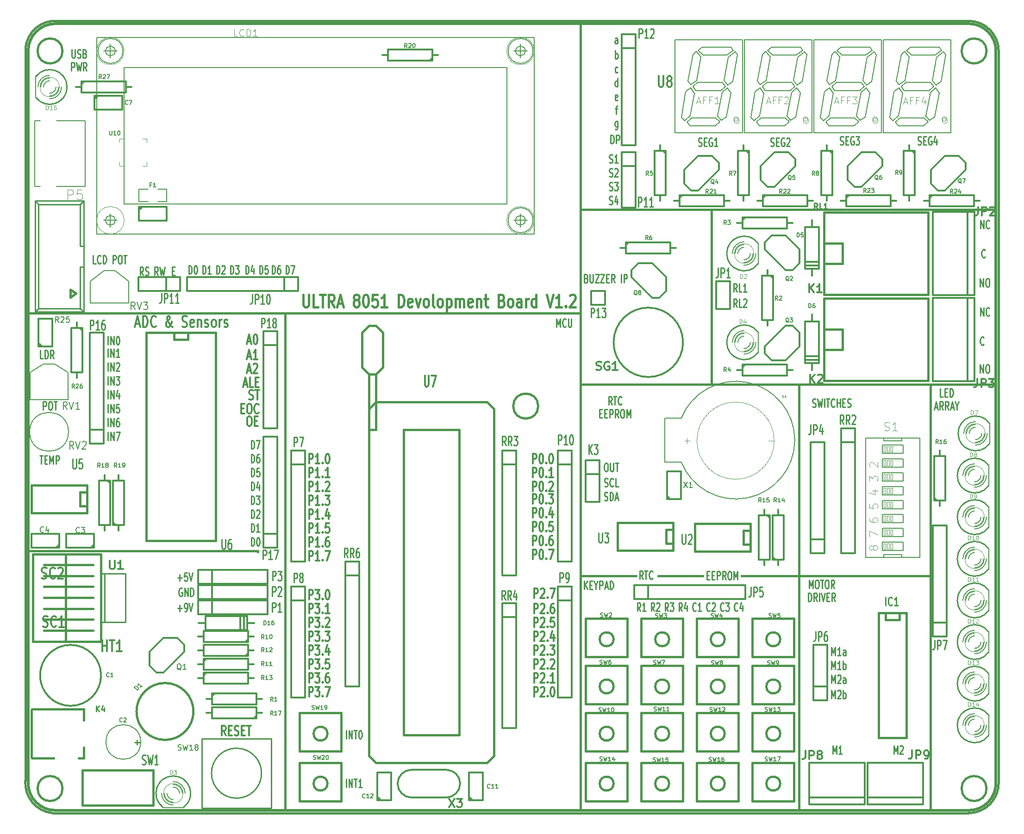
<source format=gto>
G04 #@! TF.FileFunction,Legend,Top*
%FSLAX46Y46*%
G04 Gerber Fmt 4.6, Leading zero omitted, Abs format (unit mm)*
G04 Created by KiCad (PCBNEW (2015-01-16 BZR 5376)-product) date 1/19/2016 7:17:56 PM*
%MOMM*%
G01*
G04 APERTURE LIST*
%ADD10C,0.150000*%
%ADD11C,0.304800*%
%ADD12C,0.381000*%
%ADD13C,0.254000*%
%ADD14C,0.444500*%
%ADD15C,0.500000*%
%ADD16C,0.127000*%
%ADD17C,0.203200*%
%ADD18C,0.076200*%
%ADD19C,0.152400*%
%ADD20C,0.066040*%
%ADD21C,0.063500*%
%ADD22C,0.101600*%
%ADD23C,0.317500*%
%ADD24C,0.050800*%
%ADD25C,0.406400*%
%ADD26C,0.271780*%
%ADD27C,0.190500*%
%ADD28C,0.285750*%
%ADD29C,0.287020*%
%ADD30C,0.088900*%
%ADD31C,0.269240*%
G04 APERTURE END LIST*
D10*
D11*
X62501857Y-131472476D02*
X62719571Y-131569238D01*
X63082428Y-131569238D01*
X63227571Y-131472476D01*
X63300142Y-131375714D01*
X63372714Y-131182190D01*
X63372714Y-130988667D01*
X63300142Y-130795143D01*
X63227571Y-130698381D01*
X63082428Y-130601619D01*
X62792142Y-130504857D01*
X62647000Y-130408095D01*
X62574428Y-130311333D01*
X62501857Y-130117810D01*
X62501857Y-129924286D01*
X62574428Y-129730762D01*
X62647000Y-129634000D01*
X62792142Y-129537238D01*
X63155000Y-129537238D01*
X63372714Y-129634000D01*
X64896714Y-131375714D02*
X64824143Y-131472476D01*
X64606429Y-131569238D01*
X64461286Y-131569238D01*
X64243571Y-131472476D01*
X64098429Y-131278952D01*
X64025857Y-131085429D01*
X63953286Y-130698381D01*
X63953286Y-130408095D01*
X64025857Y-130021048D01*
X64098429Y-129827524D01*
X64243571Y-129634000D01*
X64461286Y-129537238D01*
X64606429Y-129537238D01*
X64824143Y-129634000D01*
X64896714Y-129730762D01*
X65477286Y-129730762D02*
X65549857Y-129634000D01*
X65695000Y-129537238D01*
X66057857Y-129537238D01*
X66203000Y-129634000D01*
X66275571Y-129730762D01*
X66348143Y-129924286D01*
X66348143Y-130117810D01*
X66275571Y-130408095D01*
X65404714Y-131569238D01*
X66348143Y-131569238D01*
X62726857Y-140347476D02*
X62944571Y-140444238D01*
X63307428Y-140444238D01*
X63452571Y-140347476D01*
X63525142Y-140250714D01*
X63597714Y-140057190D01*
X63597714Y-139863667D01*
X63525142Y-139670143D01*
X63452571Y-139573381D01*
X63307428Y-139476619D01*
X63017142Y-139379857D01*
X62872000Y-139283095D01*
X62799428Y-139186333D01*
X62726857Y-138992810D01*
X62726857Y-138799286D01*
X62799428Y-138605762D01*
X62872000Y-138509000D01*
X63017142Y-138412238D01*
X63380000Y-138412238D01*
X63597714Y-138509000D01*
X65121714Y-140250714D02*
X65049143Y-140347476D01*
X64831429Y-140444238D01*
X64686286Y-140444238D01*
X64468571Y-140347476D01*
X64323429Y-140153952D01*
X64250857Y-139960429D01*
X64178286Y-139573381D01*
X64178286Y-139283095D01*
X64250857Y-138896048D01*
X64323429Y-138702524D01*
X64468571Y-138509000D01*
X64686286Y-138412238D01*
X64831429Y-138412238D01*
X65049143Y-138509000D01*
X65121714Y-138605762D01*
X66573143Y-140444238D02*
X65702286Y-140444238D01*
X66137714Y-140444238D02*
X66137714Y-138412238D01*
X65992571Y-138702524D01*
X65847429Y-138896048D01*
X65702286Y-138992810D01*
X73533286Y-144894238D02*
X73533286Y-142862238D01*
X73533286Y-143829857D02*
X74404143Y-143829857D01*
X74404143Y-144894238D02*
X74404143Y-142862238D01*
X74912143Y-142862238D02*
X75783000Y-142862238D01*
X75347571Y-144894238D02*
X75347571Y-142862238D01*
X77089286Y-144894238D02*
X76218429Y-144894238D01*
X76653857Y-144894238D02*
X76653857Y-142862238D01*
X76508714Y-143152524D01*
X76363572Y-143346048D01*
X76218429Y-143442810D01*
X175313857Y-39587238D02*
X175313857Y-41232190D01*
X175386429Y-41425714D01*
X175459000Y-41522476D01*
X175604143Y-41619238D01*
X175894429Y-41619238D01*
X176039571Y-41522476D01*
X176112143Y-41425714D01*
X176184714Y-41232190D01*
X176184714Y-39587238D01*
X177128142Y-40458095D02*
X176983000Y-40361333D01*
X176910428Y-40264571D01*
X176837857Y-40071048D01*
X176837857Y-39974286D01*
X176910428Y-39780762D01*
X176983000Y-39684000D01*
X177128142Y-39587238D01*
X177418428Y-39587238D01*
X177563571Y-39684000D01*
X177636142Y-39780762D01*
X177708714Y-39974286D01*
X177708714Y-40071048D01*
X177636142Y-40264571D01*
X177563571Y-40361333D01*
X177418428Y-40458095D01*
X177128142Y-40458095D01*
X176983000Y-40554857D01*
X176910428Y-40651619D01*
X176837857Y-40845143D01*
X176837857Y-41232190D01*
X176910428Y-41425714D01*
X176983000Y-41522476D01*
X177128142Y-41619238D01*
X177418428Y-41619238D01*
X177563571Y-41522476D01*
X177636142Y-41425714D01*
X177708714Y-41232190D01*
X177708714Y-40845143D01*
X177636142Y-40651619D01*
X177563571Y-40554857D01*
X177418428Y-40458095D01*
X79620429Y-84963667D02*
X80346143Y-84963667D01*
X79475286Y-85544238D02*
X79983286Y-83512238D01*
X80491286Y-85544238D01*
X80999286Y-85544238D02*
X80999286Y-83512238D01*
X81362143Y-83512238D01*
X81579858Y-83609000D01*
X81725000Y-83802524D01*
X81797572Y-83996048D01*
X81870143Y-84383095D01*
X81870143Y-84673381D01*
X81797572Y-85060429D01*
X81725000Y-85253952D01*
X81579858Y-85447476D01*
X81362143Y-85544238D01*
X80999286Y-85544238D01*
X83394143Y-85350714D02*
X83321572Y-85447476D01*
X83103858Y-85544238D01*
X82958715Y-85544238D01*
X82741000Y-85447476D01*
X82595858Y-85253952D01*
X82523286Y-85060429D01*
X82450715Y-84673381D01*
X82450715Y-84383095D01*
X82523286Y-83996048D01*
X82595858Y-83802524D01*
X82741000Y-83609000D01*
X82958715Y-83512238D01*
X83103858Y-83512238D01*
X83321572Y-83609000D01*
X83394143Y-83705762D01*
X86442143Y-85544238D02*
X86369572Y-85544238D01*
X86224429Y-85447476D01*
X86006715Y-85157190D01*
X85643858Y-84576619D01*
X85498715Y-84286333D01*
X85426143Y-83996048D01*
X85426143Y-83802524D01*
X85498715Y-83609000D01*
X85643858Y-83512238D01*
X85716429Y-83512238D01*
X85861572Y-83609000D01*
X85934143Y-83802524D01*
X85934143Y-83899286D01*
X85861572Y-84092810D01*
X85789001Y-84189571D01*
X85353572Y-84576619D01*
X85281001Y-84673381D01*
X85208429Y-84866905D01*
X85208429Y-85157190D01*
X85281001Y-85350714D01*
X85353572Y-85447476D01*
X85498715Y-85544238D01*
X85716429Y-85544238D01*
X85861572Y-85447476D01*
X85934143Y-85350714D01*
X86151858Y-84963667D01*
X86224429Y-84673381D01*
X86224429Y-84479857D01*
X88183858Y-85447476D02*
X88401572Y-85544238D01*
X88764429Y-85544238D01*
X88909572Y-85447476D01*
X88982143Y-85350714D01*
X89054715Y-85157190D01*
X89054715Y-84963667D01*
X88982143Y-84770143D01*
X88909572Y-84673381D01*
X88764429Y-84576619D01*
X88474143Y-84479857D01*
X88329001Y-84383095D01*
X88256429Y-84286333D01*
X88183858Y-84092810D01*
X88183858Y-83899286D01*
X88256429Y-83705762D01*
X88329001Y-83609000D01*
X88474143Y-83512238D01*
X88837001Y-83512238D01*
X89054715Y-83609000D01*
X90288430Y-85447476D02*
X90143287Y-85544238D01*
X89853001Y-85544238D01*
X89707858Y-85447476D01*
X89635287Y-85253952D01*
X89635287Y-84479857D01*
X89707858Y-84286333D01*
X89853001Y-84189571D01*
X90143287Y-84189571D01*
X90288430Y-84286333D01*
X90361001Y-84479857D01*
X90361001Y-84673381D01*
X89635287Y-84866905D01*
X91014144Y-84189571D02*
X91014144Y-85544238D01*
X91014144Y-84383095D02*
X91086716Y-84286333D01*
X91231858Y-84189571D01*
X91449573Y-84189571D01*
X91594716Y-84286333D01*
X91667287Y-84479857D01*
X91667287Y-85544238D01*
X92320430Y-85447476D02*
X92465573Y-85544238D01*
X92755858Y-85544238D01*
X92901001Y-85447476D01*
X92973573Y-85253952D01*
X92973573Y-85157190D01*
X92901001Y-84963667D01*
X92755858Y-84866905D01*
X92538144Y-84866905D01*
X92393001Y-84770143D01*
X92320430Y-84576619D01*
X92320430Y-84479857D01*
X92393001Y-84286333D01*
X92538144Y-84189571D01*
X92755858Y-84189571D01*
X92901001Y-84286333D01*
X93844429Y-85544238D02*
X93699287Y-85447476D01*
X93626715Y-85350714D01*
X93554144Y-85157190D01*
X93554144Y-84576619D01*
X93626715Y-84383095D01*
X93699287Y-84286333D01*
X93844429Y-84189571D01*
X94062144Y-84189571D01*
X94207287Y-84286333D01*
X94279858Y-84383095D01*
X94352429Y-84576619D01*
X94352429Y-85157190D01*
X94279858Y-85350714D01*
X94207287Y-85447476D01*
X94062144Y-85544238D01*
X93844429Y-85544238D01*
X95005572Y-85544238D02*
X95005572Y-84189571D01*
X95005572Y-84576619D02*
X95078144Y-84383095D01*
X95150715Y-84286333D01*
X95295858Y-84189571D01*
X95441001Y-84189571D01*
X95876430Y-85447476D02*
X96021573Y-85544238D01*
X96311858Y-85544238D01*
X96457001Y-85447476D01*
X96529573Y-85253952D01*
X96529573Y-85157190D01*
X96457001Y-84963667D01*
X96311858Y-84866905D01*
X96094144Y-84866905D01*
X95949001Y-84770143D01*
X95876430Y-84576619D01*
X95876430Y-84479857D01*
X95949001Y-84286333D01*
X96094144Y-84189571D01*
X96311858Y-84189571D01*
X96457001Y-84286333D01*
D12*
X102000000Y-126550000D02*
X102000000Y-126700000D01*
X60025000Y-126550000D02*
X102000000Y-126550000D01*
D13*
X72350691Y-73904929D02*
X71866882Y-73904929D01*
X71866882Y-72380929D01*
X73269929Y-73759786D02*
X73221548Y-73832357D01*
X73076405Y-73904929D01*
X72979643Y-73904929D01*
X72834501Y-73832357D01*
X72737739Y-73687214D01*
X72689358Y-73542071D01*
X72640977Y-73251786D01*
X72640977Y-73034071D01*
X72689358Y-72743786D01*
X72737739Y-72598643D01*
X72834501Y-72453500D01*
X72979643Y-72380929D01*
X73076405Y-72380929D01*
X73221548Y-72453500D01*
X73269929Y-72526071D01*
X73705358Y-73904929D02*
X73705358Y-72380929D01*
X73947263Y-72380929D01*
X74092405Y-72453500D01*
X74189167Y-72598643D01*
X74237548Y-72743786D01*
X74285929Y-73034071D01*
X74285929Y-73251786D01*
X74237548Y-73542071D01*
X74189167Y-73687214D01*
X74092405Y-73832357D01*
X73947263Y-73904929D01*
X73705358Y-73904929D01*
X75495453Y-73904929D02*
X75495453Y-72380929D01*
X75882500Y-72380929D01*
X75979262Y-72453500D01*
X76027643Y-72526071D01*
X76076024Y-72671214D01*
X76076024Y-72888929D01*
X76027643Y-73034071D01*
X75979262Y-73106643D01*
X75882500Y-73179214D01*
X75495453Y-73179214D01*
X76704977Y-72380929D02*
X76898500Y-72380929D01*
X76995262Y-72453500D01*
X77092024Y-72598643D01*
X77140405Y-72888929D01*
X77140405Y-73396929D01*
X77092024Y-73687214D01*
X76995262Y-73832357D01*
X76898500Y-73904929D01*
X76704977Y-73904929D01*
X76608215Y-73832357D01*
X76511453Y-73687214D01*
X76463072Y-73396929D01*
X76463072Y-72888929D01*
X76511453Y-72598643D01*
X76608215Y-72453500D01*
X76704977Y-72380929D01*
X77430691Y-72380929D02*
X78011262Y-72380929D01*
X77720977Y-73904929D02*
X77720977Y-72380929D01*
D12*
X59500000Y-34500000D02*
X59500000Y-168500000D01*
X232000000Y-29500000D02*
X65500000Y-29500000D01*
X237500000Y-169000000D02*
X237500000Y-35000000D01*
X64500000Y-174500000D02*
X232000000Y-174500000D01*
X59500000Y-168500000D02*
G75*
G03X64500000Y-174500000I5500000J-500000D01*
G01*
X65500000Y-29500000D02*
G75*
G03X59500000Y-34500000I-500000J-5500000D01*
G01*
X237500000Y-35000000D02*
G75*
G03X232000000Y-29500000I-5500000J0D01*
G01*
X232000000Y-174500000D02*
G75*
G03X237500000Y-169000000I0J5500000D01*
G01*
D13*
X156609143Y-85525429D02*
X156609143Y-84001429D01*
X156947809Y-85090000D01*
X157286476Y-84001429D01*
X157286476Y-85525429D01*
X158350857Y-85380286D02*
X158302476Y-85452857D01*
X158157333Y-85525429D01*
X158060571Y-85525429D01*
X157915429Y-85452857D01*
X157818667Y-85307714D01*
X157770286Y-85162571D01*
X157721905Y-84872286D01*
X157721905Y-84654571D01*
X157770286Y-84364286D01*
X157818667Y-84219143D01*
X157915429Y-84074000D01*
X158060571Y-84001429D01*
X158157333Y-84001429D01*
X158302476Y-84074000D01*
X158350857Y-84146571D01*
X158786286Y-84001429D02*
X158786286Y-85235143D01*
X158834667Y-85380286D01*
X158883048Y-85452857D01*
X158979810Y-85525429D01*
X159173333Y-85525429D01*
X159270095Y-85452857D01*
X159318476Y-85380286D01*
X159366857Y-85235143D01*
X159366857Y-84001429D01*
X161725429Y-133531429D02*
X161725429Y-132007429D01*
X162306000Y-133531429D02*
X161870572Y-132660571D01*
X162306000Y-132007429D02*
X161725429Y-132878286D01*
X162741429Y-132733143D02*
X163080095Y-132733143D01*
X163225238Y-133531429D02*
X162741429Y-133531429D01*
X162741429Y-132007429D01*
X163225238Y-132007429D01*
X163854191Y-132805714D02*
X163854191Y-133531429D01*
X163515524Y-132007429D02*
X163854191Y-132805714D01*
X164192857Y-132007429D01*
X164531524Y-133531429D02*
X164531524Y-132007429D01*
X164918571Y-132007429D01*
X165015333Y-132080000D01*
X165063714Y-132152571D01*
X165112095Y-132297714D01*
X165112095Y-132515429D01*
X165063714Y-132660571D01*
X165015333Y-132733143D01*
X164918571Y-132805714D01*
X164531524Y-132805714D01*
X165499143Y-133096000D02*
X165982952Y-133096000D01*
X165402381Y-133531429D02*
X165741048Y-132007429D01*
X166079714Y-133531429D01*
X166418381Y-133531429D02*
X166418381Y-132007429D01*
X166660286Y-132007429D01*
X166805428Y-132080000D01*
X166902190Y-132225143D01*
X166950571Y-132370286D01*
X166998952Y-132660571D01*
X166998952Y-132878286D01*
X166950571Y-133168571D01*
X166902190Y-133313714D01*
X166805428Y-133458857D01*
X166660286Y-133531429D01*
X166418381Y-133531429D01*
X165608001Y-110417429D02*
X165801524Y-110417429D01*
X165898286Y-110490000D01*
X165995048Y-110635143D01*
X166043429Y-110925429D01*
X166043429Y-111433429D01*
X165995048Y-111723714D01*
X165898286Y-111868857D01*
X165801524Y-111941429D01*
X165608001Y-111941429D01*
X165511239Y-111868857D01*
X165414477Y-111723714D01*
X165366096Y-111433429D01*
X165366096Y-110925429D01*
X165414477Y-110635143D01*
X165511239Y-110490000D01*
X165608001Y-110417429D01*
X166478858Y-110417429D02*
X166478858Y-111651143D01*
X166527239Y-111796286D01*
X166575620Y-111868857D01*
X166672382Y-111941429D01*
X166865905Y-111941429D01*
X166962667Y-111868857D01*
X167011048Y-111796286D01*
X167059429Y-111651143D01*
X167059429Y-110417429D01*
X167398096Y-110417429D02*
X167978667Y-110417429D01*
X167688382Y-111941429D02*
X167688382Y-110417429D01*
X165414477Y-114662857D02*
X165559620Y-114735429D01*
X165801524Y-114735429D01*
X165898286Y-114662857D01*
X165946667Y-114590286D01*
X165995048Y-114445143D01*
X165995048Y-114300000D01*
X165946667Y-114154857D01*
X165898286Y-114082286D01*
X165801524Y-114009714D01*
X165608001Y-113937143D01*
X165511239Y-113864571D01*
X165462858Y-113792000D01*
X165414477Y-113646857D01*
X165414477Y-113501714D01*
X165462858Y-113356571D01*
X165511239Y-113284000D01*
X165608001Y-113211429D01*
X165849905Y-113211429D01*
X165995048Y-113284000D01*
X167011048Y-114590286D02*
X166962667Y-114662857D01*
X166817524Y-114735429D01*
X166720762Y-114735429D01*
X166575620Y-114662857D01*
X166478858Y-114517714D01*
X166430477Y-114372571D01*
X166382096Y-114082286D01*
X166382096Y-113864571D01*
X166430477Y-113574286D01*
X166478858Y-113429143D01*
X166575620Y-113284000D01*
X166720762Y-113211429D01*
X166817524Y-113211429D01*
X166962667Y-113284000D01*
X167011048Y-113356571D01*
X167930286Y-114735429D02*
X167446477Y-114735429D01*
X167446477Y-113211429D01*
X165390286Y-117202857D02*
X165535429Y-117275429D01*
X165777333Y-117275429D01*
X165874095Y-117202857D01*
X165922476Y-117130286D01*
X165970857Y-116985143D01*
X165970857Y-116840000D01*
X165922476Y-116694857D01*
X165874095Y-116622286D01*
X165777333Y-116549714D01*
X165583810Y-116477143D01*
X165487048Y-116404571D01*
X165438667Y-116332000D01*
X165390286Y-116186857D01*
X165390286Y-116041714D01*
X165438667Y-115896571D01*
X165487048Y-115824000D01*
X165583810Y-115751429D01*
X165825714Y-115751429D01*
X165970857Y-115824000D01*
X166406286Y-117275429D02*
X166406286Y-115751429D01*
X166648191Y-115751429D01*
X166793333Y-115824000D01*
X166890095Y-115969143D01*
X166938476Y-116114286D01*
X166986857Y-116404571D01*
X166986857Y-116622286D01*
X166938476Y-116912571D01*
X166890095Y-117057714D01*
X166793333Y-117202857D01*
X166648191Y-117275429D01*
X166406286Y-117275429D01*
X167373905Y-116840000D02*
X167857714Y-116840000D01*
X167277143Y-117275429D02*
X167615810Y-115751429D01*
X167954476Y-117275429D01*
D12*
X190500000Y-131064000D02*
X225044000Y-131064000D01*
X175260000Y-131064000D02*
X183388000Y-131064000D01*
X161036000Y-131064000D02*
X171196000Y-131064000D01*
D14*
X110278332Y-79583643D02*
X110278332Y-81434214D01*
X110362999Y-81651929D01*
X110447666Y-81760786D01*
X110616999Y-81869643D01*
X110955666Y-81869643D01*
X111124999Y-81760786D01*
X111209666Y-81651929D01*
X111294332Y-81434214D01*
X111294332Y-79583643D01*
X112987666Y-81869643D02*
X112140999Y-81869643D01*
X112140999Y-79583643D01*
X113326332Y-79583643D02*
X114342332Y-79583643D01*
X113834332Y-81869643D02*
X113834332Y-79583643D01*
X115950999Y-81869643D02*
X115358333Y-80781071D01*
X114934999Y-81869643D02*
X114934999Y-79583643D01*
X115612333Y-79583643D01*
X115781666Y-79692500D01*
X115866333Y-79801357D01*
X115950999Y-80019071D01*
X115950999Y-80345643D01*
X115866333Y-80563357D01*
X115781666Y-80672214D01*
X115612333Y-80781071D01*
X114934999Y-80781071D01*
X116628333Y-81216500D02*
X117474999Y-81216500D01*
X116458999Y-81869643D02*
X117051666Y-79583643D01*
X117644333Y-81869643D01*
X119845666Y-80563357D02*
X119676333Y-80454500D01*
X119591666Y-80345643D01*
X119507000Y-80127929D01*
X119507000Y-80019071D01*
X119591666Y-79801357D01*
X119676333Y-79692500D01*
X119845666Y-79583643D01*
X120184333Y-79583643D01*
X120353666Y-79692500D01*
X120438333Y-79801357D01*
X120523000Y-80019071D01*
X120523000Y-80127929D01*
X120438333Y-80345643D01*
X120353666Y-80454500D01*
X120184333Y-80563357D01*
X119845666Y-80563357D01*
X119676333Y-80672214D01*
X119591666Y-80781071D01*
X119507000Y-80998786D01*
X119507000Y-81434214D01*
X119591666Y-81651929D01*
X119676333Y-81760786D01*
X119845666Y-81869643D01*
X120184333Y-81869643D01*
X120353666Y-81760786D01*
X120438333Y-81651929D01*
X120523000Y-81434214D01*
X120523000Y-80998786D01*
X120438333Y-80781071D01*
X120353666Y-80672214D01*
X120184333Y-80563357D01*
X121623666Y-79583643D02*
X121792999Y-79583643D01*
X121962333Y-79692500D01*
X122046999Y-79801357D01*
X122131666Y-80019071D01*
X122216333Y-80454500D01*
X122216333Y-80998786D01*
X122131666Y-81434214D01*
X122046999Y-81651929D01*
X121962333Y-81760786D01*
X121792999Y-81869643D01*
X121623666Y-81869643D01*
X121454333Y-81760786D01*
X121369666Y-81651929D01*
X121284999Y-81434214D01*
X121200333Y-80998786D01*
X121200333Y-80454500D01*
X121284999Y-80019071D01*
X121369666Y-79801357D01*
X121454333Y-79692500D01*
X121623666Y-79583643D01*
X123824999Y-79583643D02*
X122978332Y-79583643D01*
X122893666Y-80672214D01*
X122978332Y-80563357D01*
X123147666Y-80454500D01*
X123570999Y-80454500D01*
X123740332Y-80563357D01*
X123824999Y-80672214D01*
X123909666Y-80889929D01*
X123909666Y-81434214D01*
X123824999Y-81651929D01*
X123740332Y-81760786D01*
X123570999Y-81869643D01*
X123147666Y-81869643D01*
X122978332Y-81760786D01*
X122893666Y-81651929D01*
X125602999Y-81869643D02*
X124586999Y-81869643D01*
X125094999Y-81869643D02*
X125094999Y-79583643D01*
X124925665Y-79910214D01*
X124756332Y-80127929D01*
X124586999Y-80236786D01*
X127719665Y-81869643D02*
X127719665Y-79583643D01*
X128142999Y-79583643D01*
X128396999Y-79692500D01*
X128566332Y-79910214D01*
X128650999Y-80127929D01*
X128735665Y-80563357D01*
X128735665Y-80889929D01*
X128650999Y-81325357D01*
X128566332Y-81543071D01*
X128396999Y-81760786D01*
X128142999Y-81869643D01*
X127719665Y-81869643D01*
X130174999Y-81760786D02*
X130005665Y-81869643D01*
X129666999Y-81869643D01*
X129497665Y-81760786D01*
X129412999Y-81543071D01*
X129412999Y-80672214D01*
X129497665Y-80454500D01*
X129666999Y-80345643D01*
X130005665Y-80345643D01*
X130174999Y-80454500D01*
X130259665Y-80672214D01*
X130259665Y-80889929D01*
X129412999Y-81107643D01*
X130852332Y-80345643D02*
X131275665Y-81869643D01*
X131698999Y-80345643D01*
X132630332Y-81869643D02*
X132460999Y-81760786D01*
X132376332Y-81651929D01*
X132291666Y-81434214D01*
X132291666Y-80781071D01*
X132376332Y-80563357D01*
X132460999Y-80454500D01*
X132630332Y-80345643D01*
X132884332Y-80345643D01*
X133053666Y-80454500D01*
X133138332Y-80563357D01*
X133222999Y-80781071D01*
X133222999Y-81434214D01*
X133138332Y-81651929D01*
X133053666Y-81760786D01*
X132884332Y-81869643D01*
X132630332Y-81869643D01*
X134238999Y-81869643D02*
X134069666Y-81760786D01*
X133984999Y-81543071D01*
X133984999Y-79583643D01*
X135170332Y-81869643D02*
X135000999Y-81760786D01*
X134916332Y-81651929D01*
X134831666Y-81434214D01*
X134831666Y-80781071D01*
X134916332Y-80563357D01*
X135000999Y-80454500D01*
X135170332Y-80345643D01*
X135424332Y-80345643D01*
X135593666Y-80454500D01*
X135678332Y-80563357D01*
X135762999Y-80781071D01*
X135762999Y-81434214D01*
X135678332Y-81651929D01*
X135593666Y-81760786D01*
X135424332Y-81869643D01*
X135170332Y-81869643D01*
X136524999Y-80345643D02*
X136524999Y-82631643D01*
X136524999Y-80454500D02*
X136694333Y-80345643D01*
X137032999Y-80345643D01*
X137202333Y-80454500D01*
X137286999Y-80563357D01*
X137371666Y-80781071D01*
X137371666Y-81434214D01*
X137286999Y-81651929D01*
X137202333Y-81760786D01*
X137032999Y-81869643D01*
X136694333Y-81869643D01*
X136524999Y-81760786D01*
X138133666Y-81869643D02*
X138133666Y-80345643D01*
X138133666Y-80563357D02*
X138218333Y-80454500D01*
X138387666Y-80345643D01*
X138641666Y-80345643D01*
X138811000Y-80454500D01*
X138895666Y-80672214D01*
X138895666Y-81869643D01*
X138895666Y-80672214D02*
X138980333Y-80454500D01*
X139149666Y-80345643D01*
X139403666Y-80345643D01*
X139573000Y-80454500D01*
X139657666Y-80672214D01*
X139657666Y-81869643D01*
X141181667Y-81760786D02*
X141012333Y-81869643D01*
X140673667Y-81869643D01*
X140504333Y-81760786D01*
X140419667Y-81543071D01*
X140419667Y-80672214D01*
X140504333Y-80454500D01*
X140673667Y-80345643D01*
X141012333Y-80345643D01*
X141181667Y-80454500D01*
X141266333Y-80672214D01*
X141266333Y-80889929D01*
X140419667Y-81107643D01*
X142028333Y-80345643D02*
X142028333Y-81869643D01*
X142028333Y-80563357D02*
X142113000Y-80454500D01*
X142282333Y-80345643D01*
X142536333Y-80345643D01*
X142705667Y-80454500D01*
X142790333Y-80672214D01*
X142790333Y-81869643D01*
X143383000Y-80345643D02*
X144060334Y-80345643D01*
X143637000Y-79583643D02*
X143637000Y-81543071D01*
X143721667Y-81760786D01*
X143891000Y-81869643D01*
X144060334Y-81869643D01*
X146600334Y-80672214D02*
X146854334Y-80781071D01*
X146939001Y-80889929D01*
X147023667Y-81107643D01*
X147023667Y-81434214D01*
X146939001Y-81651929D01*
X146854334Y-81760786D01*
X146685001Y-81869643D01*
X146007667Y-81869643D01*
X146007667Y-79583643D01*
X146600334Y-79583643D01*
X146769667Y-79692500D01*
X146854334Y-79801357D01*
X146939001Y-80019071D01*
X146939001Y-80236786D01*
X146854334Y-80454500D01*
X146769667Y-80563357D01*
X146600334Y-80672214D01*
X146007667Y-80672214D01*
X148039667Y-81869643D02*
X147870334Y-81760786D01*
X147785667Y-81651929D01*
X147701001Y-81434214D01*
X147701001Y-80781071D01*
X147785667Y-80563357D01*
X147870334Y-80454500D01*
X148039667Y-80345643D01*
X148293667Y-80345643D01*
X148463001Y-80454500D01*
X148547667Y-80563357D01*
X148632334Y-80781071D01*
X148632334Y-81434214D01*
X148547667Y-81651929D01*
X148463001Y-81760786D01*
X148293667Y-81869643D01*
X148039667Y-81869643D01*
X150156334Y-81869643D02*
X150156334Y-80672214D01*
X150071668Y-80454500D01*
X149902334Y-80345643D01*
X149563668Y-80345643D01*
X149394334Y-80454500D01*
X150156334Y-81760786D02*
X149987001Y-81869643D01*
X149563668Y-81869643D01*
X149394334Y-81760786D01*
X149309668Y-81543071D01*
X149309668Y-81325357D01*
X149394334Y-81107643D01*
X149563668Y-80998786D01*
X149987001Y-80998786D01*
X150156334Y-80889929D01*
X151003001Y-81869643D02*
X151003001Y-80345643D01*
X151003001Y-80781071D02*
X151087668Y-80563357D01*
X151172335Y-80454500D01*
X151341668Y-80345643D01*
X151511001Y-80345643D01*
X152865668Y-81869643D02*
X152865668Y-79583643D01*
X152865668Y-81760786D02*
X152696335Y-81869643D01*
X152357668Y-81869643D01*
X152188335Y-81760786D01*
X152103668Y-81651929D01*
X152019002Y-81434214D01*
X152019002Y-80781071D01*
X152103668Y-80563357D01*
X152188335Y-80454500D01*
X152357668Y-80345643D01*
X152696335Y-80345643D01*
X152865668Y-80454500D01*
X154813002Y-79583643D02*
X155405669Y-81869643D01*
X155998336Y-79583643D01*
X157522336Y-81869643D02*
X156506336Y-81869643D01*
X157014336Y-81869643D02*
X157014336Y-79583643D01*
X156845002Y-79910214D01*
X156675669Y-80127929D01*
X156506336Y-80236786D01*
X158284335Y-81651929D02*
X158369002Y-81760786D01*
X158284335Y-81869643D01*
X158199669Y-81760786D01*
X158284335Y-81651929D01*
X158284335Y-81869643D01*
X159046336Y-79801357D02*
X159131002Y-79692500D01*
X159300336Y-79583643D01*
X159723669Y-79583643D01*
X159893002Y-79692500D01*
X159977669Y-79801357D01*
X160062336Y-80019071D01*
X160062336Y-80236786D01*
X159977669Y-80563357D01*
X158961669Y-81869643D01*
X160062336Y-81869643D01*
D15*
X60000000Y-169000000D02*
X60000000Y-35000000D01*
X232000000Y-174000000D02*
X65000000Y-174000000D01*
X237000000Y-35000000D02*
X237000000Y-169000000D01*
X65000000Y-30000000D02*
X232000000Y-30000000D01*
X232000000Y-174000000D02*
G75*
G03X237000000Y-169000000I0J5000000D01*
G01*
X237000000Y-35000000D02*
G75*
G03X232000000Y-30000000I-5000000J0D01*
G01*
X65000000Y-30000000D02*
G75*
G03X60000000Y-35000000I0J-5000000D01*
G01*
X60000000Y-169000000D02*
G75*
G03X65000000Y-174000000I5000000J0D01*
G01*
D13*
X87339715Y-137014857D02*
X88113810Y-137014857D01*
X87726762Y-137595429D02*
X87726762Y-136434286D01*
X88646001Y-137595429D02*
X88839525Y-137595429D01*
X88936286Y-137522857D01*
X88984667Y-137450286D01*
X89081429Y-137232571D01*
X89129810Y-136942286D01*
X89129810Y-136361714D01*
X89081429Y-136216571D01*
X89033048Y-136144000D01*
X88936286Y-136071429D01*
X88742763Y-136071429D01*
X88646001Y-136144000D01*
X88597620Y-136216571D01*
X88549239Y-136361714D01*
X88549239Y-136724571D01*
X88597620Y-136869714D01*
X88646001Y-136942286D01*
X88742763Y-137014857D01*
X88936286Y-137014857D01*
X89033048Y-136942286D01*
X89081429Y-136869714D01*
X89129810Y-136724571D01*
X89420096Y-136071429D02*
X89758763Y-137595429D01*
X90097429Y-136071429D01*
X88125905Y-133350000D02*
X88029143Y-133277429D01*
X87884000Y-133277429D01*
X87738858Y-133350000D01*
X87642096Y-133495143D01*
X87593715Y-133640286D01*
X87545334Y-133930571D01*
X87545334Y-134148286D01*
X87593715Y-134438571D01*
X87642096Y-134583714D01*
X87738858Y-134728857D01*
X87884000Y-134801429D01*
X87980762Y-134801429D01*
X88125905Y-134728857D01*
X88174286Y-134656286D01*
X88174286Y-134148286D01*
X87980762Y-134148286D01*
X88609715Y-134801429D02*
X88609715Y-133277429D01*
X89190286Y-134801429D01*
X89190286Y-133277429D01*
X89674096Y-134801429D02*
X89674096Y-133277429D01*
X89916001Y-133277429D01*
X90061143Y-133350000D01*
X90157905Y-133495143D01*
X90206286Y-133640286D01*
X90254667Y-133930571D01*
X90254667Y-134148286D01*
X90206286Y-134438571D01*
X90157905Y-134583714D01*
X90061143Y-134728857D01*
X89916001Y-134801429D01*
X89674096Y-134801429D01*
X87339715Y-131426857D02*
X88113810Y-131426857D01*
X87726762Y-132007429D02*
X87726762Y-130846286D01*
X89081429Y-130483429D02*
X88597620Y-130483429D01*
X88549239Y-131209143D01*
X88597620Y-131136571D01*
X88694382Y-131064000D01*
X88936286Y-131064000D01*
X89033048Y-131136571D01*
X89081429Y-131209143D01*
X89129810Y-131354286D01*
X89129810Y-131717143D01*
X89081429Y-131862286D01*
X89033048Y-131934857D01*
X88936286Y-132007429D01*
X88694382Y-132007429D01*
X88597620Y-131934857D01*
X88549239Y-131862286D01*
X89420096Y-130483429D02*
X89758763Y-132007429D01*
X90097429Y-130483429D01*
D12*
X225000000Y-131000000D02*
X225000000Y-96000000D01*
D13*
X234151715Y-83493429D02*
X234151715Y-81969429D01*
X234732286Y-83493429D01*
X234732286Y-81969429D01*
X235796667Y-83348286D02*
X235748286Y-83420857D01*
X235603143Y-83493429D01*
X235506381Y-83493429D01*
X235361239Y-83420857D01*
X235264477Y-83275714D01*
X235216096Y-83130571D01*
X235167715Y-82840286D01*
X235167715Y-82622571D01*
X235216096Y-82332286D01*
X235264477Y-82187143D01*
X235361239Y-82042000D01*
X235506381Y-81969429D01*
X235603143Y-81969429D01*
X235748286Y-82042000D01*
X235796667Y-82114571D01*
X234756476Y-88682286D02*
X234708095Y-88754857D01*
X234562952Y-88827429D01*
X234466190Y-88827429D01*
X234321048Y-88754857D01*
X234224286Y-88609714D01*
X234175905Y-88464571D01*
X234127524Y-88174286D01*
X234127524Y-87956571D01*
X234175905Y-87666286D01*
X234224286Y-87521143D01*
X234321048Y-87376000D01*
X234466190Y-87303429D01*
X234562952Y-87303429D01*
X234708095Y-87376000D01*
X234756476Y-87448571D01*
X234127524Y-93907429D02*
X234127524Y-92383429D01*
X234708095Y-93907429D01*
X234708095Y-92383429D01*
X235385429Y-92383429D02*
X235578952Y-92383429D01*
X235675714Y-92456000D01*
X235772476Y-92601143D01*
X235820857Y-92891429D01*
X235820857Y-93399429D01*
X235772476Y-93689714D01*
X235675714Y-93834857D01*
X235578952Y-93907429D01*
X235385429Y-93907429D01*
X235288667Y-93834857D01*
X235191905Y-93689714D01*
X235143524Y-93399429D01*
X235143524Y-92891429D01*
X235191905Y-92601143D01*
X235288667Y-92456000D01*
X235385429Y-92383429D01*
X234127524Y-78159429D02*
X234127524Y-76635429D01*
X234708095Y-78159429D01*
X234708095Y-76635429D01*
X235385429Y-76635429D02*
X235578952Y-76635429D01*
X235675714Y-76708000D01*
X235772476Y-76853143D01*
X235820857Y-77143429D01*
X235820857Y-77651429D01*
X235772476Y-77941714D01*
X235675714Y-78086857D01*
X235578952Y-78159429D01*
X235385429Y-78159429D01*
X235288667Y-78086857D01*
X235191905Y-77941714D01*
X235143524Y-77651429D01*
X235143524Y-77143429D01*
X235191905Y-76853143D01*
X235288667Y-76708000D01*
X235385429Y-76635429D01*
X235010476Y-72680286D02*
X234962095Y-72752857D01*
X234816952Y-72825429D01*
X234720190Y-72825429D01*
X234575048Y-72752857D01*
X234478286Y-72607714D01*
X234429905Y-72462571D01*
X234381524Y-72172286D01*
X234381524Y-71954571D01*
X234429905Y-71664286D01*
X234478286Y-71519143D01*
X234575048Y-71374000D01*
X234720190Y-71301429D01*
X234816952Y-71301429D01*
X234962095Y-71374000D01*
X235010476Y-71446571D01*
X234151715Y-67491429D02*
X234151715Y-65967429D01*
X234732286Y-67491429D01*
X234732286Y-65967429D01*
X235796667Y-67346286D02*
X235748286Y-67418857D01*
X235603143Y-67491429D01*
X235506381Y-67491429D01*
X235361239Y-67418857D01*
X235264477Y-67273714D01*
X235216096Y-67128571D01*
X235167715Y-66838286D01*
X235167715Y-66620571D01*
X235216096Y-66330286D01*
X235264477Y-66185143D01*
X235361239Y-66040000D01*
X235506381Y-65967429D01*
X235603143Y-65967429D01*
X235748286Y-66040000D01*
X235796667Y-66112571D01*
D12*
X107000000Y-83000000D02*
X107000000Y-174000000D01*
X161000000Y-83000000D02*
X60000000Y-83000000D01*
X185000000Y-96000000D02*
X185000000Y-64000000D01*
X237000000Y-64000000D02*
X161000000Y-64000000D01*
X201000000Y-96000000D02*
X161000000Y-96000000D01*
X161000000Y-131000000D02*
X161000000Y-30000000D01*
X201000000Y-96000000D02*
X237000000Y-96000000D01*
X201000000Y-131000000D02*
X201000000Y-96000000D01*
X201000000Y-174000000D02*
X201000000Y-131000000D01*
X225000000Y-131000000D02*
X225000000Y-174000000D01*
X161000000Y-174000000D02*
X161000000Y-131000000D01*
D13*
X227311857Y-98301629D02*
X226828048Y-98301629D01*
X226828048Y-96777629D01*
X227650524Y-97503343D02*
X227989190Y-97503343D01*
X228134333Y-98301629D02*
X227650524Y-98301629D01*
X227650524Y-96777629D01*
X228134333Y-96777629D01*
X228569762Y-98301629D02*
X228569762Y-96777629D01*
X228811667Y-96777629D01*
X228956809Y-96850200D01*
X229053571Y-96995343D01*
X229101952Y-97140486D01*
X229150333Y-97430771D01*
X229150333Y-97648486D01*
X229101952Y-97938771D01*
X229053571Y-98083914D01*
X228956809Y-98229057D01*
X228811667Y-98301629D01*
X228569762Y-98301629D01*
X225836239Y-100253800D02*
X226320048Y-100253800D01*
X225739477Y-100689229D02*
X226078144Y-99165229D01*
X226416810Y-100689229D01*
X227336048Y-100689229D02*
X226997382Y-99963514D01*
X226755477Y-100689229D02*
X226755477Y-99165229D01*
X227142524Y-99165229D01*
X227239286Y-99237800D01*
X227287667Y-99310371D01*
X227336048Y-99455514D01*
X227336048Y-99673229D01*
X227287667Y-99818371D01*
X227239286Y-99890943D01*
X227142524Y-99963514D01*
X226755477Y-99963514D01*
X228352048Y-100689229D02*
X228013382Y-99963514D01*
X227771477Y-100689229D02*
X227771477Y-99165229D01*
X228158524Y-99165229D01*
X228255286Y-99237800D01*
X228303667Y-99310371D01*
X228352048Y-99455514D01*
X228352048Y-99673229D01*
X228303667Y-99818371D01*
X228255286Y-99890943D01*
X228158524Y-99963514D01*
X227771477Y-99963514D01*
X228739096Y-100253800D02*
X229222905Y-100253800D01*
X228642334Y-100689229D02*
X228981001Y-99165229D01*
X229319667Y-100689229D01*
X229851858Y-99963514D02*
X229851858Y-100689229D01*
X229513191Y-99165229D02*
X229851858Y-99963514D01*
X230190524Y-99165229D01*
X218313524Y-163693429D02*
X218313524Y-162169429D01*
X218652190Y-163258000D01*
X218990857Y-162169429D01*
X218990857Y-163693429D01*
X219426286Y-162314571D02*
X219474667Y-162242000D01*
X219571429Y-162169429D01*
X219813333Y-162169429D01*
X219910095Y-162242000D01*
X219958476Y-162314571D01*
X220006857Y-162459714D01*
X220006857Y-162604857D01*
X219958476Y-162822571D01*
X219377905Y-163693429D01*
X220006857Y-163693429D01*
X207137524Y-163693429D02*
X207137524Y-162169429D01*
X207476190Y-163258000D01*
X207814857Y-162169429D01*
X207814857Y-163693429D01*
X208830857Y-163693429D02*
X208250286Y-163693429D01*
X208540572Y-163693429D02*
X208540572Y-162169429D01*
X208443810Y-162387143D01*
X208347048Y-162532286D01*
X208250286Y-162604857D01*
X206931905Y-153533429D02*
X206931905Y-152009429D01*
X207270571Y-153098000D01*
X207609238Y-152009429D01*
X207609238Y-153533429D01*
X208044667Y-152154571D02*
X208093048Y-152082000D01*
X208189810Y-152009429D01*
X208431714Y-152009429D01*
X208528476Y-152082000D01*
X208576857Y-152154571D01*
X208625238Y-152299714D01*
X208625238Y-152444857D01*
X208576857Y-152662571D01*
X207996286Y-153533429D01*
X208625238Y-153533429D01*
X209060667Y-153533429D02*
X209060667Y-152009429D01*
X209060667Y-152590000D02*
X209157429Y-152517429D01*
X209350952Y-152517429D01*
X209447714Y-152590000D01*
X209496095Y-152662571D01*
X209544476Y-152807714D01*
X209544476Y-153243143D01*
X209496095Y-153388286D01*
X209447714Y-153460857D01*
X209350952Y-153533429D01*
X209157429Y-153533429D01*
X209060667Y-153460857D01*
X206931905Y-150739429D02*
X206931905Y-149215429D01*
X207270571Y-150304000D01*
X207609238Y-149215429D01*
X207609238Y-150739429D01*
X208044667Y-149360571D02*
X208093048Y-149288000D01*
X208189810Y-149215429D01*
X208431714Y-149215429D01*
X208528476Y-149288000D01*
X208576857Y-149360571D01*
X208625238Y-149505714D01*
X208625238Y-149650857D01*
X208576857Y-149868571D01*
X207996286Y-150739429D01*
X208625238Y-150739429D01*
X209496095Y-150739429D02*
X209496095Y-149941143D01*
X209447714Y-149796000D01*
X209350952Y-149723429D01*
X209157429Y-149723429D01*
X209060667Y-149796000D01*
X209496095Y-150666857D02*
X209399333Y-150739429D01*
X209157429Y-150739429D01*
X209060667Y-150666857D01*
X209012286Y-150521714D01*
X209012286Y-150376571D01*
X209060667Y-150231429D01*
X209157429Y-150158857D01*
X209399333Y-150158857D01*
X209496095Y-150086286D01*
X206931905Y-148199429D02*
X206931905Y-146675429D01*
X207270571Y-147764000D01*
X207609238Y-146675429D01*
X207609238Y-148199429D01*
X208625238Y-148199429D02*
X208044667Y-148199429D01*
X208334953Y-148199429D02*
X208334953Y-146675429D01*
X208238191Y-146893143D01*
X208141429Y-147038286D01*
X208044667Y-147110857D01*
X209060667Y-148199429D02*
X209060667Y-146675429D01*
X209060667Y-147256000D02*
X209157429Y-147183429D01*
X209350952Y-147183429D01*
X209447714Y-147256000D01*
X209496095Y-147328571D01*
X209544476Y-147473714D01*
X209544476Y-147909143D01*
X209496095Y-148054286D01*
X209447714Y-148126857D01*
X209350952Y-148199429D01*
X209157429Y-148199429D01*
X209060667Y-148126857D01*
X206931905Y-145659429D02*
X206931905Y-144135429D01*
X207270571Y-145224000D01*
X207609238Y-144135429D01*
X207609238Y-145659429D01*
X208625238Y-145659429D02*
X208044667Y-145659429D01*
X208334953Y-145659429D02*
X208334953Y-144135429D01*
X208238191Y-144353143D01*
X208141429Y-144498286D01*
X208044667Y-144570857D01*
X209496095Y-145659429D02*
X209496095Y-144861143D01*
X209447714Y-144716000D01*
X209350952Y-144643429D01*
X209157429Y-144643429D01*
X209060667Y-144716000D01*
X209496095Y-145586857D02*
X209399333Y-145659429D01*
X209157429Y-145659429D01*
X209060667Y-145586857D01*
X209012286Y-145441714D01*
X209012286Y-145296571D01*
X209060667Y-145151429D01*
X209157429Y-145078857D01*
X209399333Y-145078857D01*
X209496095Y-145006286D01*
X202806905Y-133353629D02*
X202806905Y-131829629D01*
X203145571Y-132918200D01*
X203484238Y-131829629D01*
X203484238Y-133353629D01*
X204161572Y-131829629D02*
X204355095Y-131829629D01*
X204451857Y-131902200D01*
X204548619Y-132047343D01*
X204597000Y-132337629D01*
X204597000Y-132845629D01*
X204548619Y-133135914D01*
X204451857Y-133281057D01*
X204355095Y-133353629D01*
X204161572Y-133353629D01*
X204064810Y-133281057D01*
X203968048Y-133135914D01*
X203919667Y-132845629D01*
X203919667Y-132337629D01*
X203968048Y-132047343D01*
X204064810Y-131902200D01*
X204161572Y-131829629D01*
X204887286Y-131829629D02*
X205467857Y-131829629D01*
X205177572Y-133353629D02*
X205177572Y-131829629D01*
X206000048Y-131829629D02*
X206193571Y-131829629D01*
X206290333Y-131902200D01*
X206387095Y-132047343D01*
X206435476Y-132337629D01*
X206435476Y-132845629D01*
X206387095Y-133135914D01*
X206290333Y-133281057D01*
X206193571Y-133353629D01*
X206000048Y-133353629D01*
X205903286Y-133281057D01*
X205806524Y-133135914D01*
X205758143Y-132845629D01*
X205758143Y-132337629D01*
X205806524Y-132047343D01*
X205903286Y-131902200D01*
X206000048Y-131829629D01*
X207451476Y-133353629D02*
X207112810Y-132627914D01*
X206870905Y-133353629D02*
X206870905Y-131829629D01*
X207257952Y-131829629D01*
X207354714Y-131902200D01*
X207403095Y-131974771D01*
X207451476Y-132119914D01*
X207451476Y-132337629D01*
X207403095Y-132482771D01*
X207354714Y-132555343D01*
X207257952Y-132627914D01*
X206870905Y-132627914D01*
X202685953Y-135741229D02*
X202685953Y-134217229D01*
X202927858Y-134217229D01*
X203073000Y-134289800D01*
X203169762Y-134434943D01*
X203218143Y-134580086D01*
X203266524Y-134870371D01*
X203266524Y-135088086D01*
X203218143Y-135378371D01*
X203169762Y-135523514D01*
X203073000Y-135668657D01*
X202927858Y-135741229D01*
X202685953Y-135741229D01*
X204282524Y-135741229D02*
X203943858Y-135015514D01*
X203701953Y-135741229D02*
X203701953Y-134217229D01*
X204089000Y-134217229D01*
X204185762Y-134289800D01*
X204234143Y-134362371D01*
X204282524Y-134507514D01*
X204282524Y-134725229D01*
X204234143Y-134870371D01*
X204185762Y-134942943D01*
X204089000Y-135015514D01*
X203701953Y-135015514D01*
X204717953Y-135741229D02*
X204717953Y-134217229D01*
X205056620Y-134217229D02*
X205395287Y-135741229D01*
X205733953Y-134217229D01*
X206072620Y-134942943D02*
X206411286Y-134942943D01*
X206556429Y-135741229D02*
X206072620Y-135741229D01*
X206072620Y-134217229D01*
X206556429Y-134217229D01*
X207572429Y-135741229D02*
X207233763Y-135015514D01*
X206991858Y-135741229D02*
X206991858Y-134217229D01*
X207378905Y-134217229D01*
X207475667Y-134289800D01*
X207524048Y-134362371D01*
X207572429Y-134507514D01*
X207572429Y-134725229D01*
X207524048Y-134870371D01*
X207475667Y-134942943D01*
X207378905Y-135015514D01*
X206991858Y-135015514D01*
X203460572Y-100120857D02*
X203605715Y-100193429D01*
X203847619Y-100193429D01*
X203944381Y-100120857D01*
X203992762Y-100048286D01*
X204041143Y-99903143D01*
X204041143Y-99758000D01*
X203992762Y-99612857D01*
X203944381Y-99540286D01*
X203847619Y-99467714D01*
X203654096Y-99395143D01*
X203557334Y-99322571D01*
X203508953Y-99250000D01*
X203460572Y-99104857D01*
X203460572Y-98959714D01*
X203508953Y-98814571D01*
X203557334Y-98742000D01*
X203654096Y-98669429D01*
X203896000Y-98669429D01*
X204041143Y-98742000D01*
X204379810Y-98669429D02*
X204621715Y-100193429D01*
X204815238Y-99104857D01*
X205008762Y-100193429D01*
X205250667Y-98669429D01*
X205637715Y-100193429D02*
X205637715Y-98669429D01*
X205976382Y-98669429D02*
X206556953Y-98669429D01*
X206266668Y-100193429D02*
X206266668Y-98669429D01*
X207476191Y-100048286D02*
X207427810Y-100120857D01*
X207282667Y-100193429D01*
X207185905Y-100193429D01*
X207040763Y-100120857D01*
X206944001Y-99975714D01*
X206895620Y-99830571D01*
X206847239Y-99540286D01*
X206847239Y-99322571D01*
X206895620Y-99032286D01*
X206944001Y-98887143D01*
X207040763Y-98742000D01*
X207185905Y-98669429D01*
X207282667Y-98669429D01*
X207427810Y-98742000D01*
X207476191Y-98814571D01*
X207911620Y-100193429D02*
X207911620Y-98669429D01*
X207911620Y-99395143D02*
X208492191Y-99395143D01*
X208492191Y-100193429D02*
X208492191Y-98669429D01*
X208976001Y-99395143D02*
X209314667Y-99395143D01*
X209459810Y-100193429D02*
X208976001Y-100193429D01*
X208976001Y-98669429D01*
X209459810Y-98669429D01*
X209846858Y-100120857D02*
X209992001Y-100193429D01*
X210233905Y-100193429D01*
X210330667Y-100120857D01*
X210379048Y-100048286D01*
X210427429Y-99903143D01*
X210427429Y-99758000D01*
X210379048Y-99612857D01*
X210330667Y-99540286D01*
X210233905Y-99467714D01*
X210040382Y-99395143D01*
X209943620Y-99322571D01*
X209895239Y-99250000D01*
X209846858Y-99104857D01*
X209846858Y-98959714D01*
X209895239Y-98814571D01*
X209943620Y-98742000D01*
X210040382Y-98669429D01*
X210282286Y-98669429D01*
X210427429Y-98742000D01*
X184137905Y-130955143D02*
X184476571Y-130955143D01*
X184621714Y-131753429D02*
X184137905Y-131753429D01*
X184137905Y-130229429D01*
X184621714Y-130229429D01*
X185057143Y-130955143D02*
X185395809Y-130955143D01*
X185540952Y-131753429D02*
X185057143Y-131753429D01*
X185057143Y-130229429D01*
X185540952Y-130229429D01*
X185976381Y-131753429D02*
X185976381Y-130229429D01*
X186363428Y-130229429D01*
X186460190Y-130302000D01*
X186508571Y-130374571D01*
X186556952Y-130519714D01*
X186556952Y-130737429D01*
X186508571Y-130882571D01*
X186460190Y-130955143D01*
X186363428Y-131027714D01*
X185976381Y-131027714D01*
X187572952Y-131753429D02*
X187234286Y-131027714D01*
X186992381Y-131753429D02*
X186992381Y-130229429D01*
X187379428Y-130229429D01*
X187476190Y-130302000D01*
X187524571Y-130374571D01*
X187572952Y-130519714D01*
X187572952Y-130737429D01*
X187524571Y-130882571D01*
X187476190Y-130955143D01*
X187379428Y-131027714D01*
X186992381Y-131027714D01*
X188201905Y-130229429D02*
X188395428Y-130229429D01*
X188492190Y-130302000D01*
X188588952Y-130447143D01*
X188637333Y-130737429D01*
X188637333Y-131245429D01*
X188588952Y-131535714D01*
X188492190Y-131680857D01*
X188395428Y-131753429D01*
X188201905Y-131753429D01*
X188105143Y-131680857D01*
X188008381Y-131535714D01*
X187960000Y-131245429D01*
X187960000Y-130737429D01*
X188008381Y-130447143D01*
X188105143Y-130302000D01*
X188201905Y-130229429D01*
X189072762Y-131753429D02*
X189072762Y-130229429D01*
X189411428Y-131318000D01*
X189750095Y-130229429D01*
X189750095Y-131753429D01*
X172419429Y-131689429D02*
X172080763Y-130963714D01*
X171838858Y-131689429D02*
X171838858Y-130165429D01*
X172225905Y-130165429D01*
X172322667Y-130238000D01*
X172371048Y-130310571D01*
X172419429Y-130455714D01*
X172419429Y-130673429D01*
X172371048Y-130818571D01*
X172322667Y-130891143D01*
X172225905Y-130963714D01*
X171838858Y-130963714D01*
X172709715Y-130165429D02*
X173290286Y-130165429D01*
X173000001Y-131689429D02*
X173000001Y-130165429D01*
X174209524Y-131544286D02*
X174161143Y-131616857D01*
X174016000Y-131689429D01*
X173919238Y-131689429D01*
X173774096Y-131616857D01*
X173677334Y-131471714D01*
X173628953Y-131326571D01*
X173580572Y-131036286D01*
X173580572Y-130818571D01*
X173628953Y-130528286D01*
X173677334Y-130383143D01*
X173774096Y-130238000D01*
X173919238Y-130165429D01*
X174016000Y-130165429D01*
X174161143Y-130238000D01*
X174209524Y-130310571D01*
X166739429Y-99761629D02*
X166400763Y-99035914D01*
X166158858Y-99761629D02*
X166158858Y-98237629D01*
X166545905Y-98237629D01*
X166642667Y-98310200D01*
X166691048Y-98382771D01*
X166739429Y-98527914D01*
X166739429Y-98745629D01*
X166691048Y-98890771D01*
X166642667Y-98963343D01*
X166545905Y-99035914D01*
X166158858Y-99035914D01*
X167029715Y-98237629D02*
X167610286Y-98237629D01*
X167320001Y-99761629D02*
X167320001Y-98237629D01*
X168529524Y-99616486D02*
X168481143Y-99689057D01*
X168336000Y-99761629D01*
X168239238Y-99761629D01*
X168094096Y-99689057D01*
X167997334Y-99543914D01*
X167948953Y-99398771D01*
X167900572Y-99108486D01*
X167900572Y-98890771D01*
X167948953Y-98600486D01*
X167997334Y-98455343D01*
X168094096Y-98310200D01*
X168239238Y-98237629D01*
X168336000Y-98237629D01*
X168481143Y-98310200D01*
X168529524Y-98382771D01*
X164513905Y-101350943D02*
X164852571Y-101350943D01*
X164997714Y-102149229D02*
X164513905Y-102149229D01*
X164513905Y-100625229D01*
X164997714Y-100625229D01*
X165433143Y-101350943D02*
X165771809Y-101350943D01*
X165916952Y-102149229D02*
X165433143Y-102149229D01*
X165433143Y-100625229D01*
X165916952Y-100625229D01*
X166352381Y-102149229D02*
X166352381Y-100625229D01*
X166739428Y-100625229D01*
X166836190Y-100697800D01*
X166884571Y-100770371D01*
X166932952Y-100915514D01*
X166932952Y-101133229D01*
X166884571Y-101278371D01*
X166836190Y-101350943D01*
X166739428Y-101423514D01*
X166352381Y-101423514D01*
X167948952Y-102149229D02*
X167610286Y-101423514D01*
X167368381Y-102149229D02*
X167368381Y-100625229D01*
X167755428Y-100625229D01*
X167852190Y-100697800D01*
X167900571Y-100770371D01*
X167948952Y-100915514D01*
X167948952Y-101133229D01*
X167900571Y-101278371D01*
X167852190Y-101350943D01*
X167755428Y-101423514D01*
X167368381Y-101423514D01*
X168577905Y-100625229D02*
X168771428Y-100625229D01*
X168868190Y-100697800D01*
X168964952Y-100842943D01*
X169013333Y-101133229D01*
X169013333Y-101641229D01*
X168964952Y-101931514D01*
X168868190Y-102076657D01*
X168771428Y-102149229D01*
X168577905Y-102149229D01*
X168481143Y-102076657D01*
X168384381Y-101931514D01*
X168336000Y-101641229D01*
X168336000Y-101133229D01*
X168384381Y-100842943D01*
X168481143Y-100697800D01*
X168577905Y-100625229D01*
X169448762Y-102149229D02*
X169448762Y-100625229D01*
X169787428Y-101713800D01*
X170126095Y-100625229D01*
X170126095Y-102149229D01*
X189756667Y-137386286D02*
X189708286Y-137458857D01*
X189563143Y-137531429D01*
X189466381Y-137531429D01*
X189321239Y-137458857D01*
X189224477Y-137313714D01*
X189176096Y-137168571D01*
X189127715Y-136878286D01*
X189127715Y-136660571D01*
X189176096Y-136370286D01*
X189224477Y-136225143D01*
X189321239Y-136080000D01*
X189466381Y-136007429D01*
X189563143Y-136007429D01*
X189708286Y-136080000D01*
X189756667Y-136152571D01*
X190627524Y-136515429D02*
X190627524Y-137531429D01*
X190385620Y-135934857D02*
X190143715Y-137023429D01*
X190772667Y-137023429D01*
X187216667Y-137386286D02*
X187168286Y-137458857D01*
X187023143Y-137531429D01*
X186926381Y-137531429D01*
X186781239Y-137458857D01*
X186684477Y-137313714D01*
X186636096Y-137168571D01*
X186587715Y-136878286D01*
X186587715Y-136660571D01*
X186636096Y-136370286D01*
X186684477Y-136225143D01*
X186781239Y-136080000D01*
X186926381Y-136007429D01*
X187023143Y-136007429D01*
X187168286Y-136080000D01*
X187216667Y-136152571D01*
X187555334Y-136007429D02*
X188184286Y-136007429D01*
X187845620Y-136588000D01*
X187990762Y-136588000D01*
X188087524Y-136660571D01*
X188135905Y-136733143D01*
X188184286Y-136878286D01*
X188184286Y-137241143D01*
X188135905Y-137386286D01*
X188087524Y-137458857D01*
X187990762Y-137531429D01*
X187700477Y-137531429D01*
X187603715Y-137458857D01*
X187555334Y-137386286D01*
X184676667Y-137386286D02*
X184628286Y-137458857D01*
X184483143Y-137531429D01*
X184386381Y-137531429D01*
X184241239Y-137458857D01*
X184144477Y-137313714D01*
X184096096Y-137168571D01*
X184047715Y-136878286D01*
X184047715Y-136660571D01*
X184096096Y-136370286D01*
X184144477Y-136225143D01*
X184241239Y-136080000D01*
X184386381Y-136007429D01*
X184483143Y-136007429D01*
X184628286Y-136080000D01*
X184676667Y-136152571D01*
X185063715Y-136152571D02*
X185112096Y-136080000D01*
X185208858Y-136007429D01*
X185450762Y-136007429D01*
X185547524Y-136080000D01*
X185595905Y-136152571D01*
X185644286Y-136297714D01*
X185644286Y-136442857D01*
X185595905Y-136660571D01*
X185015334Y-137531429D01*
X185644286Y-137531429D01*
X182136667Y-137386286D02*
X182088286Y-137458857D01*
X181943143Y-137531429D01*
X181846381Y-137531429D01*
X181701239Y-137458857D01*
X181604477Y-137313714D01*
X181556096Y-137168571D01*
X181507715Y-136878286D01*
X181507715Y-136660571D01*
X181556096Y-136370286D01*
X181604477Y-136225143D01*
X181701239Y-136080000D01*
X181846381Y-136007429D01*
X181943143Y-136007429D01*
X182088286Y-136080000D01*
X182136667Y-136152571D01*
X183104286Y-137531429D02*
X182523715Y-137531429D01*
X182814001Y-137531429D02*
X182814001Y-136007429D01*
X182717239Y-136225143D01*
X182620477Y-136370286D01*
X182523715Y-136442857D01*
X179596667Y-137531429D02*
X179258001Y-136805714D01*
X179016096Y-137531429D02*
X179016096Y-136007429D01*
X179403143Y-136007429D01*
X179499905Y-136080000D01*
X179548286Y-136152571D01*
X179596667Y-136297714D01*
X179596667Y-136515429D01*
X179548286Y-136660571D01*
X179499905Y-136733143D01*
X179403143Y-136805714D01*
X179016096Y-136805714D01*
X180467524Y-136515429D02*
X180467524Y-137531429D01*
X180225620Y-135934857D02*
X179983715Y-137023429D01*
X180612667Y-137023429D01*
X177056667Y-137531429D02*
X176718001Y-136805714D01*
X176476096Y-137531429D02*
X176476096Y-136007429D01*
X176863143Y-136007429D01*
X176959905Y-136080000D01*
X177008286Y-136152571D01*
X177056667Y-136297714D01*
X177056667Y-136515429D01*
X177008286Y-136660571D01*
X176959905Y-136733143D01*
X176863143Y-136805714D01*
X176476096Y-136805714D01*
X177395334Y-136007429D02*
X178024286Y-136007429D01*
X177685620Y-136588000D01*
X177830762Y-136588000D01*
X177927524Y-136660571D01*
X177975905Y-136733143D01*
X178024286Y-136878286D01*
X178024286Y-137241143D01*
X177975905Y-137386286D01*
X177927524Y-137458857D01*
X177830762Y-137531429D01*
X177540477Y-137531429D01*
X177443715Y-137458857D01*
X177395334Y-137386286D01*
X174516667Y-137531429D02*
X174178001Y-136805714D01*
X173936096Y-137531429D02*
X173936096Y-136007429D01*
X174323143Y-136007429D01*
X174419905Y-136080000D01*
X174468286Y-136152571D01*
X174516667Y-136297714D01*
X174516667Y-136515429D01*
X174468286Y-136660571D01*
X174419905Y-136733143D01*
X174323143Y-136805714D01*
X173936096Y-136805714D01*
X174903715Y-136152571D02*
X174952096Y-136080000D01*
X175048858Y-136007429D01*
X175290762Y-136007429D01*
X175387524Y-136080000D01*
X175435905Y-136152571D01*
X175484286Y-136297714D01*
X175484286Y-136442857D01*
X175435905Y-136660571D01*
X174855334Y-137531429D01*
X175484286Y-137531429D01*
X171976667Y-137531429D02*
X171638001Y-136805714D01*
X171396096Y-137531429D02*
X171396096Y-136007429D01*
X171783143Y-136007429D01*
X171879905Y-136080000D01*
X171928286Y-136152571D01*
X171976667Y-136297714D01*
X171976667Y-136515429D01*
X171928286Y-136660571D01*
X171879905Y-136733143D01*
X171783143Y-136805714D01*
X171396096Y-136805714D01*
X172944286Y-137531429D02*
X172363715Y-137531429D01*
X172654001Y-137531429D02*
X172654001Y-136007429D01*
X172557239Y-136225143D01*
X172460477Y-136370286D01*
X172363715Y-136442857D01*
X222728286Y-52114857D02*
X222873429Y-52187429D01*
X223115333Y-52187429D01*
X223212095Y-52114857D01*
X223260476Y-52042286D01*
X223308857Y-51897143D01*
X223308857Y-51752000D01*
X223260476Y-51606857D01*
X223212095Y-51534286D01*
X223115333Y-51461714D01*
X222921810Y-51389143D01*
X222825048Y-51316571D01*
X222776667Y-51244000D01*
X222728286Y-51098857D01*
X222728286Y-50953714D01*
X222776667Y-50808571D01*
X222825048Y-50736000D01*
X222921810Y-50663429D01*
X223163714Y-50663429D01*
X223308857Y-50736000D01*
X223744286Y-51389143D02*
X224082952Y-51389143D01*
X224228095Y-52187429D02*
X223744286Y-52187429D01*
X223744286Y-50663429D01*
X224228095Y-50663429D01*
X225195714Y-50736000D02*
X225098952Y-50663429D01*
X224953809Y-50663429D01*
X224808667Y-50736000D01*
X224711905Y-50881143D01*
X224663524Y-51026286D01*
X224615143Y-51316571D01*
X224615143Y-51534286D01*
X224663524Y-51824571D01*
X224711905Y-51969714D01*
X224808667Y-52114857D01*
X224953809Y-52187429D01*
X225050571Y-52187429D01*
X225195714Y-52114857D01*
X225244095Y-52042286D01*
X225244095Y-51534286D01*
X225050571Y-51534286D01*
X226114952Y-51171429D02*
X226114952Y-52187429D01*
X225873048Y-50590857D02*
X225631143Y-51679429D01*
X226260095Y-51679429D01*
X208504286Y-52114857D02*
X208649429Y-52187429D01*
X208891333Y-52187429D01*
X208988095Y-52114857D01*
X209036476Y-52042286D01*
X209084857Y-51897143D01*
X209084857Y-51752000D01*
X209036476Y-51606857D01*
X208988095Y-51534286D01*
X208891333Y-51461714D01*
X208697810Y-51389143D01*
X208601048Y-51316571D01*
X208552667Y-51244000D01*
X208504286Y-51098857D01*
X208504286Y-50953714D01*
X208552667Y-50808571D01*
X208601048Y-50736000D01*
X208697810Y-50663429D01*
X208939714Y-50663429D01*
X209084857Y-50736000D01*
X209520286Y-51389143D02*
X209858952Y-51389143D01*
X210004095Y-52187429D02*
X209520286Y-52187429D01*
X209520286Y-50663429D01*
X210004095Y-50663429D01*
X210971714Y-50736000D02*
X210874952Y-50663429D01*
X210729809Y-50663429D01*
X210584667Y-50736000D01*
X210487905Y-50881143D01*
X210439524Y-51026286D01*
X210391143Y-51316571D01*
X210391143Y-51534286D01*
X210439524Y-51824571D01*
X210487905Y-51969714D01*
X210584667Y-52114857D01*
X210729809Y-52187429D01*
X210826571Y-52187429D01*
X210971714Y-52114857D01*
X211020095Y-52042286D01*
X211020095Y-51534286D01*
X210826571Y-51534286D01*
X211358762Y-50663429D02*
X211987714Y-50663429D01*
X211649048Y-51244000D01*
X211794190Y-51244000D01*
X211890952Y-51316571D01*
X211939333Y-51389143D01*
X211987714Y-51534286D01*
X211987714Y-51897143D01*
X211939333Y-52042286D01*
X211890952Y-52114857D01*
X211794190Y-52187429D01*
X211503905Y-52187429D01*
X211407143Y-52114857D01*
X211358762Y-52042286D01*
X195804286Y-52368857D02*
X195949429Y-52441429D01*
X196191333Y-52441429D01*
X196288095Y-52368857D01*
X196336476Y-52296286D01*
X196384857Y-52151143D01*
X196384857Y-52006000D01*
X196336476Y-51860857D01*
X196288095Y-51788286D01*
X196191333Y-51715714D01*
X195997810Y-51643143D01*
X195901048Y-51570571D01*
X195852667Y-51498000D01*
X195804286Y-51352857D01*
X195804286Y-51207714D01*
X195852667Y-51062571D01*
X195901048Y-50990000D01*
X195997810Y-50917429D01*
X196239714Y-50917429D01*
X196384857Y-50990000D01*
X196820286Y-51643143D02*
X197158952Y-51643143D01*
X197304095Y-52441429D02*
X196820286Y-52441429D01*
X196820286Y-50917429D01*
X197304095Y-50917429D01*
X198271714Y-50990000D02*
X198174952Y-50917429D01*
X198029809Y-50917429D01*
X197884667Y-50990000D01*
X197787905Y-51135143D01*
X197739524Y-51280286D01*
X197691143Y-51570571D01*
X197691143Y-51788286D01*
X197739524Y-52078571D01*
X197787905Y-52223714D01*
X197884667Y-52368857D01*
X198029809Y-52441429D01*
X198126571Y-52441429D01*
X198271714Y-52368857D01*
X198320095Y-52296286D01*
X198320095Y-51788286D01*
X198126571Y-51788286D01*
X198707143Y-51062571D02*
X198755524Y-50990000D01*
X198852286Y-50917429D01*
X199094190Y-50917429D01*
X199190952Y-50990000D01*
X199239333Y-51062571D01*
X199287714Y-51207714D01*
X199287714Y-51352857D01*
X199239333Y-51570571D01*
X198658762Y-52441429D01*
X199287714Y-52441429D01*
X182596286Y-52368857D02*
X182741429Y-52441429D01*
X182983333Y-52441429D01*
X183080095Y-52368857D01*
X183128476Y-52296286D01*
X183176857Y-52151143D01*
X183176857Y-52006000D01*
X183128476Y-51860857D01*
X183080095Y-51788286D01*
X182983333Y-51715714D01*
X182789810Y-51643143D01*
X182693048Y-51570571D01*
X182644667Y-51498000D01*
X182596286Y-51352857D01*
X182596286Y-51207714D01*
X182644667Y-51062571D01*
X182693048Y-50990000D01*
X182789810Y-50917429D01*
X183031714Y-50917429D01*
X183176857Y-50990000D01*
X183612286Y-51643143D02*
X183950952Y-51643143D01*
X184096095Y-52441429D02*
X183612286Y-52441429D01*
X183612286Y-50917429D01*
X184096095Y-50917429D01*
X185063714Y-50990000D02*
X184966952Y-50917429D01*
X184821809Y-50917429D01*
X184676667Y-50990000D01*
X184579905Y-51135143D01*
X184531524Y-51280286D01*
X184483143Y-51570571D01*
X184483143Y-51788286D01*
X184531524Y-52078571D01*
X184579905Y-52223714D01*
X184676667Y-52368857D01*
X184821809Y-52441429D01*
X184918571Y-52441429D01*
X185063714Y-52368857D01*
X185112095Y-52296286D01*
X185112095Y-51788286D01*
X184918571Y-51788286D01*
X186079714Y-52441429D02*
X185499143Y-52441429D01*
X185789429Y-52441429D02*
X185789429Y-50917429D01*
X185692667Y-51135143D01*
X185595905Y-51280286D01*
X185499143Y-51352857D01*
X166545905Y-51933429D02*
X166545905Y-50409429D01*
X166787810Y-50409429D01*
X166932952Y-50482000D01*
X167029714Y-50627143D01*
X167078095Y-50772286D01*
X167126476Y-51062571D01*
X167126476Y-51280286D01*
X167078095Y-51570571D01*
X167029714Y-51715714D01*
X166932952Y-51860857D01*
X166787810Y-51933429D01*
X166545905Y-51933429D01*
X167561905Y-51933429D02*
X167561905Y-50409429D01*
X167948952Y-50409429D01*
X168045714Y-50482000D01*
X168094095Y-50554571D01*
X168142476Y-50699714D01*
X168142476Y-50917429D01*
X168094095Y-51062571D01*
X168045714Y-51135143D01*
X167948952Y-51207714D01*
X167561905Y-51207714D01*
X167791714Y-47869429D02*
X167791714Y-49103143D01*
X167743333Y-49248286D01*
X167694952Y-49320857D01*
X167598191Y-49393429D01*
X167453048Y-49393429D01*
X167356286Y-49320857D01*
X167791714Y-48812857D02*
X167694952Y-48885429D01*
X167501429Y-48885429D01*
X167404667Y-48812857D01*
X167356286Y-48740286D01*
X167307905Y-48595143D01*
X167307905Y-48159714D01*
X167356286Y-48014571D01*
X167404667Y-47942000D01*
X167501429Y-47869429D01*
X167694952Y-47869429D01*
X167791714Y-47942000D01*
X167380477Y-45583429D02*
X167767525Y-45583429D01*
X167525620Y-46599429D02*
X167525620Y-45293143D01*
X167574001Y-45148000D01*
X167670763Y-45075429D01*
X167767525Y-45075429D01*
X167767524Y-43986857D02*
X167670762Y-44059429D01*
X167477239Y-44059429D01*
X167380477Y-43986857D01*
X167332096Y-43841714D01*
X167332096Y-43261143D01*
X167380477Y-43116000D01*
X167477239Y-43043429D01*
X167670762Y-43043429D01*
X167767524Y-43116000D01*
X167815905Y-43261143D01*
X167815905Y-43406286D01*
X167332096Y-43551429D01*
X167791714Y-41519429D02*
X167791714Y-39995429D01*
X167791714Y-41446857D02*
X167694952Y-41519429D01*
X167501429Y-41519429D01*
X167404667Y-41446857D01*
X167356286Y-41374286D01*
X167307905Y-41229143D01*
X167307905Y-40793714D01*
X167356286Y-40648571D01*
X167404667Y-40576000D01*
X167501429Y-40503429D01*
X167694952Y-40503429D01*
X167791714Y-40576000D01*
X167815905Y-38906857D02*
X167719143Y-38979429D01*
X167525620Y-38979429D01*
X167428858Y-38906857D01*
X167380477Y-38834286D01*
X167332096Y-38689143D01*
X167332096Y-38253714D01*
X167380477Y-38108571D01*
X167428858Y-38036000D01*
X167525620Y-37963429D01*
X167719143Y-37963429D01*
X167815905Y-38036000D01*
X167356286Y-36439429D02*
X167356286Y-34915429D01*
X167356286Y-35496000D02*
X167453048Y-35423429D01*
X167646571Y-35423429D01*
X167743333Y-35496000D01*
X167791714Y-35568571D01*
X167840095Y-35713714D01*
X167840095Y-36149143D01*
X167791714Y-36294286D01*
X167743333Y-36366857D01*
X167646571Y-36439429D01*
X167453048Y-36439429D01*
X167356286Y-36366857D01*
X167791714Y-33645429D02*
X167791714Y-32847143D01*
X167743333Y-32702000D01*
X167646571Y-32629429D01*
X167453048Y-32629429D01*
X167356286Y-32702000D01*
X167791714Y-33572857D02*
X167694952Y-33645429D01*
X167453048Y-33645429D01*
X167356286Y-33572857D01*
X167307905Y-33427714D01*
X167307905Y-33282571D01*
X167356286Y-33137429D01*
X167453048Y-33064857D01*
X167694952Y-33064857D01*
X167791714Y-32992286D01*
X166291905Y-63036857D02*
X166437048Y-63109429D01*
X166678952Y-63109429D01*
X166775714Y-63036857D01*
X166824095Y-62964286D01*
X166872476Y-62819143D01*
X166872476Y-62674000D01*
X166824095Y-62528857D01*
X166775714Y-62456286D01*
X166678952Y-62383714D01*
X166485429Y-62311143D01*
X166388667Y-62238571D01*
X166340286Y-62166000D01*
X166291905Y-62020857D01*
X166291905Y-61875714D01*
X166340286Y-61730571D01*
X166388667Y-61658000D01*
X166485429Y-61585429D01*
X166727333Y-61585429D01*
X166872476Y-61658000D01*
X167743333Y-62093429D02*
X167743333Y-63109429D01*
X167501429Y-61512857D02*
X167259524Y-62601429D01*
X167888476Y-62601429D01*
X166291905Y-60496857D02*
X166437048Y-60569429D01*
X166678952Y-60569429D01*
X166775714Y-60496857D01*
X166824095Y-60424286D01*
X166872476Y-60279143D01*
X166872476Y-60134000D01*
X166824095Y-59988857D01*
X166775714Y-59916286D01*
X166678952Y-59843714D01*
X166485429Y-59771143D01*
X166388667Y-59698571D01*
X166340286Y-59626000D01*
X166291905Y-59480857D01*
X166291905Y-59335714D01*
X166340286Y-59190571D01*
X166388667Y-59118000D01*
X166485429Y-59045429D01*
X166727333Y-59045429D01*
X166872476Y-59118000D01*
X167211143Y-59045429D02*
X167840095Y-59045429D01*
X167501429Y-59626000D01*
X167646571Y-59626000D01*
X167743333Y-59698571D01*
X167791714Y-59771143D01*
X167840095Y-59916286D01*
X167840095Y-60279143D01*
X167791714Y-60424286D01*
X167743333Y-60496857D01*
X167646571Y-60569429D01*
X167356286Y-60569429D01*
X167259524Y-60496857D01*
X167211143Y-60424286D01*
X166291905Y-57956857D02*
X166437048Y-58029429D01*
X166678952Y-58029429D01*
X166775714Y-57956857D01*
X166824095Y-57884286D01*
X166872476Y-57739143D01*
X166872476Y-57594000D01*
X166824095Y-57448857D01*
X166775714Y-57376286D01*
X166678952Y-57303714D01*
X166485429Y-57231143D01*
X166388667Y-57158571D01*
X166340286Y-57086000D01*
X166291905Y-56940857D01*
X166291905Y-56795714D01*
X166340286Y-56650571D01*
X166388667Y-56578000D01*
X166485429Y-56505429D01*
X166727333Y-56505429D01*
X166872476Y-56578000D01*
X167259524Y-56650571D02*
X167307905Y-56578000D01*
X167404667Y-56505429D01*
X167646571Y-56505429D01*
X167743333Y-56578000D01*
X167791714Y-56650571D01*
X167840095Y-56795714D01*
X167840095Y-56940857D01*
X167791714Y-57158571D01*
X167211143Y-58029429D01*
X167840095Y-58029429D01*
X166291905Y-55416857D02*
X166437048Y-55489429D01*
X166678952Y-55489429D01*
X166775714Y-55416857D01*
X166824095Y-55344286D01*
X166872476Y-55199143D01*
X166872476Y-55054000D01*
X166824095Y-54908857D01*
X166775714Y-54836286D01*
X166678952Y-54763714D01*
X166485429Y-54691143D01*
X166388667Y-54618571D01*
X166340286Y-54546000D01*
X166291905Y-54400857D01*
X166291905Y-54255714D01*
X166340286Y-54110571D01*
X166388667Y-54038000D01*
X166485429Y-53965429D01*
X166727333Y-53965429D01*
X166872476Y-54038000D01*
X167840095Y-55489429D02*
X167259524Y-55489429D01*
X167549810Y-55489429D02*
X167549810Y-53965429D01*
X167453048Y-54183143D01*
X167356286Y-54328286D01*
X167259524Y-54400857D01*
X189599429Y-81905429D02*
X189260763Y-81179714D01*
X189018858Y-81905429D02*
X189018858Y-80381429D01*
X189405905Y-80381429D01*
X189502667Y-80454000D01*
X189551048Y-80526571D01*
X189599429Y-80671714D01*
X189599429Y-80889429D01*
X189551048Y-81034571D01*
X189502667Y-81107143D01*
X189405905Y-81179714D01*
X189018858Y-81179714D01*
X190518667Y-81905429D02*
X190034858Y-81905429D01*
X190034858Y-80381429D01*
X190808953Y-80526571D02*
X190857334Y-80454000D01*
X190954096Y-80381429D01*
X191196000Y-80381429D01*
X191292762Y-80454000D01*
X191341143Y-80526571D01*
X191389524Y-80671714D01*
X191389524Y-80816857D01*
X191341143Y-81034571D01*
X190760572Y-81905429D01*
X191389524Y-81905429D01*
X189599429Y-79111429D02*
X189260763Y-78385714D01*
X189018858Y-79111429D02*
X189018858Y-77587429D01*
X189405905Y-77587429D01*
X189502667Y-77660000D01*
X189551048Y-77732571D01*
X189599429Y-77877714D01*
X189599429Y-78095429D01*
X189551048Y-78240571D01*
X189502667Y-78313143D01*
X189405905Y-78385714D01*
X189018858Y-78385714D01*
X190518667Y-79111429D02*
X190034858Y-79111429D01*
X190034858Y-77587429D01*
X191389524Y-79111429D02*
X190808953Y-79111429D01*
X191099239Y-79111429D02*
X191099239Y-77587429D01*
X191002477Y-77805143D01*
X190905715Y-77950286D01*
X190808953Y-78022857D01*
X162076190Y-76599143D02*
X162221333Y-76671714D01*
X162269714Y-76744286D01*
X162318095Y-76889429D01*
X162318095Y-77107143D01*
X162269714Y-77252286D01*
X162221333Y-77324857D01*
X162124571Y-77397429D01*
X161737524Y-77397429D01*
X161737524Y-75873429D01*
X162076190Y-75873429D01*
X162172952Y-75946000D01*
X162221333Y-76018571D01*
X162269714Y-76163714D01*
X162269714Y-76308857D01*
X162221333Y-76454000D01*
X162172952Y-76526571D01*
X162076190Y-76599143D01*
X161737524Y-76599143D01*
X162753524Y-75873429D02*
X162753524Y-77107143D01*
X162801905Y-77252286D01*
X162850286Y-77324857D01*
X162947048Y-77397429D01*
X163140571Y-77397429D01*
X163237333Y-77324857D01*
X163285714Y-77252286D01*
X163334095Y-77107143D01*
X163334095Y-75873429D01*
X163721143Y-75873429D02*
X164398476Y-75873429D01*
X163721143Y-77397429D01*
X164398476Y-77397429D01*
X164688762Y-75873429D02*
X165366095Y-75873429D01*
X164688762Y-77397429D01*
X165366095Y-77397429D01*
X165753143Y-76599143D02*
X166091809Y-76599143D01*
X166236952Y-77397429D02*
X165753143Y-77397429D01*
X165753143Y-75873429D01*
X166236952Y-75873429D01*
X167252952Y-77397429D02*
X166914286Y-76671714D01*
X166672381Y-77397429D02*
X166672381Y-75873429D01*
X167059428Y-75873429D01*
X167156190Y-75946000D01*
X167204571Y-76018571D01*
X167252952Y-76163714D01*
X167252952Y-76381429D01*
X167204571Y-76526571D01*
X167156190Y-76599143D01*
X167059428Y-76671714D01*
X166672381Y-76671714D01*
X168462476Y-77397429D02*
X168462476Y-75873429D01*
X168946286Y-77397429D02*
X168946286Y-75873429D01*
X169333333Y-75873429D01*
X169430095Y-75946000D01*
X169478476Y-76018571D01*
X169526857Y-76163714D01*
X169526857Y-76381429D01*
X169478476Y-76526571D01*
X169430095Y-76599143D01*
X169333333Y-76671714D01*
X168946286Y-76671714D01*
X74610000Y-106289429D02*
X74610000Y-104765429D01*
X75093810Y-106289429D02*
X75093810Y-104765429D01*
X75674381Y-106289429D01*
X75674381Y-104765429D01*
X76061429Y-104765429D02*
X76738762Y-104765429D01*
X76303334Y-106289429D01*
X74610000Y-103749429D02*
X74610000Y-102225429D01*
X75093810Y-103749429D02*
X75093810Y-102225429D01*
X75674381Y-103749429D01*
X75674381Y-102225429D01*
X76593619Y-102225429D02*
X76400096Y-102225429D01*
X76303334Y-102298000D01*
X76254953Y-102370571D01*
X76158191Y-102588286D01*
X76109810Y-102878571D01*
X76109810Y-103459143D01*
X76158191Y-103604286D01*
X76206572Y-103676857D01*
X76303334Y-103749429D01*
X76496857Y-103749429D01*
X76593619Y-103676857D01*
X76642000Y-103604286D01*
X76690381Y-103459143D01*
X76690381Y-103096286D01*
X76642000Y-102951143D01*
X76593619Y-102878571D01*
X76496857Y-102806000D01*
X76303334Y-102806000D01*
X76206572Y-102878571D01*
X76158191Y-102951143D01*
X76109810Y-103096286D01*
X74610000Y-101209429D02*
X74610000Y-99685429D01*
X75093810Y-101209429D02*
X75093810Y-99685429D01*
X75674381Y-101209429D01*
X75674381Y-99685429D01*
X76642000Y-99685429D02*
X76158191Y-99685429D01*
X76109810Y-100411143D01*
X76158191Y-100338571D01*
X76254953Y-100266000D01*
X76496857Y-100266000D01*
X76593619Y-100338571D01*
X76642000Y-100411143D01*
X76690381Y-100556286D01*
X76690381Y-100919143D01*
X76642000Y-101064286D01*
X76593619Y-101136857D01*
X76496857Y-101209429D01*
X76254953Y-101209429D01*
X76158191Y-101136857D01*
X76109810Y-101064286D01*
X74610000Y-98669429D02*
X74610000Y-97145429D01*
X75093810Y-98669429D02*
X75093810Y-97145429D01*
X75674381Y-98669429D01*
X75674381Y-97145429D01*
X76593619Y-97653429D02*
X76593619Y-98669429D01*
X76351715Y-97072857D02*
X76109810Y-98161429D01*
X76738762Y-98161429D01*
X74610000Y-96129429D02*
X74610000Y-94605429D01*
X75093810Y-96129429D02*
X75093810Y-94605429D01*
X75674381Y-96129429D01*
X75674381Y-94605429D01*
X76061429Y-94605429D02*
X76690381Y-94605429D01*
X76351715Y-95186000D01*
X76496857Y-95186000D01*
X76593619Y-95258571D01*
X76642000Y-95331143D01*
X76690381Y-95476286D01*
X76690381Y-95839143D01*
X76642000Y-95984286D01*
X76593619Y-96056857D01*
X76496857Y-96129429D01*
X76206572Y-96129429D01*
X76109810Y-96056857D01*
X76061429Y-95984286D01*
X74610000Y-93589429D02*
X74610000Y-92065429D01*
X75093810Y-93589429D02*
X75093810Y-92065429D01*
X75674381Y-93589429D01*
X75674381Y-92065429D01*
X76109810Y-92210571D02*
X76158191Y-92138000D01*
X76254953Y-92065429D01*
X76496857Y-92065429D01*
X76593619Y-92138000D01*
X76642000Y-92210571D01*
X76690381Y-92355714D01*
X76690381Y-92500857D01*
X76642000Y-92718571D01*
X76061429Y-93589429D01*
X76690381Y-93589429D01*
X74610000Y-91049429D02*
X74610000Y-89525429D01*
X75093810Y-91049429D02*
X75093810Y-89525429D01*
X75674381Y-91049429D01*
X75674381Y-89525429D01*
X76690381Y-91049429D02*
X76109810Y-91049429D01*
X76400096Y-91049429D02*
X76400096Y-89525429D01*
X76303334Y-89743143D01*
X76206572Y-89888286D01*
X76109810Y-89960857D01*
X74610000Y-88763429D02*
X74610000Y-87239429D01*
X75093810Y-88763429D02*
X75093810Y-87239429D01*
X75674381Y-88763429D01*
X75674381Y-87239429D01*
X76351715Y-87239429D02*
X76448476Y-87239429D01*
X76545238Y-87312000D01*
X76593619Y-87384571D01*
X76642000Y-87529714D01*
X76690381Y-87820000D01*
X76690381Y-88182857D01*
X76642000Y-88473143D01*
X76593619Y-88618286D01*
X76545238Y-88690857D01*
X76448476Y-88763429D01*
X76351715Y-88763429D01*
X76254953Y-88690857D01*
X76206572Y-88618286D01*
X76158191Y-88473143D01*
X76109810Y-88182857D01*
X76109810Y-87820000D01*
X76158191Y-87529714D01*
X76206572Y-87384571D01*
X76254953Y-87312000D01*
X76351715Y-87239429D01*
X100784096Y-107813429D02*
X100784096Y-106289429D01*
X101026001Y-106289429D01*
X101171143Y-106362000D01*
X101267905Y-106507143D01*
X101316286Y-106652286D01*
X101364667Y-106942571D01*
X101364667Y-107160286D01*
X101316286Y-107450571D01*
X101267905Y-107595714D01*
X101171143Y-107740857D01*
X101026001Y-107813429D01*
X100784096Y-107813429D01*
X101703334Y-106289429D02*
X102380667Y-106289429D01*
X101945239Y-107813429D01*
X100784096Y-110353429D02*
X100784096Y-108829429D01*
X101026001Y-108829429D01*
X101171143Y-108902000D01*
X101267905Y-109047143D01*
X101316286Y-109192286D01*
X101364667Y-109482571D01*
X101364667Y-109700286D01*
X101316286Y-109990571D01*
X101267905Y-110135714D01*
X101171143Y-110280857D01*
X101026001Y-110353429D01*
X100784096Y-110353429D01*
X102235524Y-108829429D02*
X102042001Y-108829429D01*
X101945239Y-108902000D01*
X101896858Y-108974571D01*
X101800096Y-109192286D01*
X101751715Y-109482571D01*
X101751715Y-110063143D01*
X101800096Y-110208286D01*
X101848477Y-110280857D01*
X101945239Y-110353429D01*
X102138762Y-110353429D01*
X102235524Y-110280857D01*
X102283905Y-110208286D01*
X102332286Y-110063143D01*
X102332286Y-109700286D01*
X102283905Y-109555143D01*
X102235524Y-109482571D01*
X102138762Y-109410000D01*
X101945239Y-109410000D01*
X101848477Y-109482571D01*
X101800096Y-109555143D01*
X101751715Y-109700286D01*
X100784096Y-112893429D02*
X100784096Y-111369429D01*
X101026001Y-111369429D01*
X101171143Y-111442000D01*
X101267905Y-111587143D01*
X101316286Y-111732286D01*
X101364667Y-112022571D01*
X101364667Y-112240286D01*
X101316286Y-112530571D01*
X101267905Y-112675714D01*
X101171143Y-112820857D01*
X101026001Y-112893429D01*
X100784096Y-112893429D01*
X102283905Y-111369429D02*
X101800096Y-111369429D01*
X101751715Y-112095143D01*
X101800096Y-112022571D01*
X101896858Y-111950000D01*
X102138762Y-111950000D01*
X102235524Y-112022571D01*
X102283905Y-112095143D01*
X102332286Y-112240286D01*
X102332286Y-112603143D01*
X102283905Y-112748286D01*
X102235524Y-112820857D01*
X102138762Y-112893429D01*
X101896858Y-112893429D01*
X101800096Y-112820857D01*
X101751715Y-112748286D01*
X100784096Y-115433429D02*
X100784096Y-113909429D01*
X101026001Y-113909429D01*
X101171143Y-113982000D01*
X101267905Y-114127143D01*
X101316286Y-114272286D01*
X101364667Y-114562571D01*
X101364667Y-114780286D01*
X101316286Y-115070571D01*
X101267905Y-115215714D01*
X101171143Y-115360857D01*
X101026001Y-115433429D01*
X100784096Y-115433429D01*
X102235524Y-114417429D02*
X102235524Y-115433429D01*
X101993620Y-113836857D02*
X101751715Y-114925429D01*
X102380667Y-114925429D01*
X100784096Y-117973429D02*
X100784096Y-116449429D01*
X101026001Y-116449429D01*
X101171143Y-116522000D01*
X101267905Y-116667143D01*
X101316286Y-116812286D01*
X101364667Y-117102571D01*
X101364667Y-117320286D01*
X101316286Y-117610571D01*
X101267905Y-117755714D01*
X101171143Y-117900857D01*
X101026001Y-117973429D01*
X100784096Y-117973429D01*
X101703334Y-116449429D02*
X102332286Y-116449429D01*
X101993620Y-117030000D01*
X102138762Y-117030000D01*
X102235524Y-117102571D01*
X102283905Y-117175143D01*
X102332286Y-117320286D01*
X102332286Y-117683143D01*
X102283905Y-117828286D01*
X102235524Y-117900857D01*
X102138762Y-117973429D01*
X101848477Y-117973429D01*
X101751715Y-117900857D01*
X101703334Y-117828286D01*
X100784096Y-120513429D02*
X100784096Y-118989429D01*
X101026001Y-118989429D01*
X101171143Y-119062000D01*
X101267905Y-119207143D01*
X101316286Y-119352286D01*
X101364667Y-119642571D01*
X101364667Y-119860286D01*
X101316286Y-120150571D01*
X101267905Y-120295714D01*
X101171143Y-120440857D01*
X101026001Y-120513429D01*
X100784096Y-120513429D01*
X101751715Y-119134571D02*
X101800096Y-119062000D01*
X101896858Y-118989429D01*
X102138762Y-118989429D01*
X102235524Y-119062000D01*
X102283905Y-119134571D01*
X102332286Y-119279714D01*
X102332286Y-119424857D01*
X102283905Y-119642571D01*
X101703334Y-120513429D01*
X102332286Y-120513429D01*
X100784096Y-123053429D02*
X100784096Y-121529429D01*
X101026001Y-121529429D01*
X101171143Y-121602000D01*
X101267905Y-121747143D01*
X101316286Y-121892286D01*
X101364667Y-122182571D01*
X101364667Y-122400286D01*
X101316286Y-122690571D01*
X101267905Y-122835714D01*
X101171143Y-122980857D01*
X101026001Y-123053429D01*
X100784096Y-123053429D01*
X102332286Y-123053429D02*
X101751715Y-123053429D01*
X102042001Y-123053429D02*
X102042001Y-121529429D01*
X101945239Y-121747143D01*
X101848477Y-121892286D01*
X101751715Y-121964857D01*
X100784096Y-125593429D02*
X100784096Y-124069429D01*
X101026001Y-124069429D01*
X101171143Y-124142000D01*
X101267905Y-124287143D01*
X101316286Y-124432286D01*
X101364667Y-124722571D01*
X101364667Y-124940286D01*
X101316286Y-125230571D01*
X101267905Y-125375714D01*
X101171143Y-125520857D01*
X101026001Y-125593429D01*
X100784096Y-125593429D01*
X101993620Y-124069429D02*
X102090381Y-124069429D01*
X102187143Y-124142000D01*
X102235524Y-124214571D01*
X102283905Y-124359714D01*
X102332286Y-124650000D01*
X102332286Y-125012857D01*
X102283905Y-125303143D01*
X102235524Y-125448286D01*
X102187143Y-125520857D01*
X102090381Y-125593429D01*
X101993620Y-125593429D01*
X101896858Y-125520857D01*
X101848477Y-125448286D01*
X101800096Y-125303143D01*
X101751715Y-125012857D01*
X101751715Y-124650000D01*
X101800096Y-124359714D01*
X101848477Y-124214571D01*
X101896858Y-124142000D01*
X101993620Y-124069429D01*
D11*
X100330524Y-101832333D02*
X100572428Y-101832333D01*
X100693381Y-101917000D01*
X100814333Y-102086333D01*
X100874809Y-102425000D01*
X100874809Y-103017667D01*
X100814333Y-103356333D01*
X100693381Y-103525667D01*
X100572428Y-103610333D01*
X100330524Y-103610333D01*
X100209571Y-103525667D01*
X100088619Y-103356333D01*
X100028143Y-103017667D01*
X100028143Y-102425000D01*
X100088619Y-102086333D01*
X100209571Y-101917000D01*
X100330524Y-101832333D01*
X101419095Y-102679000D02*
X101842428Y-102679000D01*
X102023857Y-103610333D02*
X101419095Y-103610333D01*
X101419095Y-101832333D01*
X102023857Y-101832333D01*
X98945619Y-100393000D02*
X99368952Y-100393000D01*
X99550381Y-101324333D02*
X98945619Y-101324333D01*
X98945619Y-99546333D01*
X99550381Y-99546333D01*
X100336572Y-99546333D02*
X100578476Y-99546333D01*
X100699429Y-99631000D01*
X100820381Y-99800333D01*
X100880857Y-100139000D01*
X100880857Y-100731667D01*
X100820381Y-101070333D01*
X100699429Y-101239667D01*
X100578476Y-101324333D01*
X100336572Y-101324333D01*
X100215619Y-101239667D01*
X100094667Y-101070333D01*
X100034191Y-100731667D01*
X100034191Y-100139000D01*
X100094667Y-99800333D01*
X100215619Y-99631000D01*
X100336572Y-99546333D01*
X102150857Y-101155000D02*
X102090381Y-101239667D01*
X101908952Y-101324333D01*
X101788000Y-101324333D01*
X101606572Y-101239667D01*
X101485619Y-101070333D01*
X101425143Y-100901000D01*
X101364667Y-100562333D01*
X101364667Y-100308333D01*
X101425143Y-99969667D01*
X101485619Y-99800333D01*
X101606572Y-99631000D01*
X101788000Y-99546333D01*
X101908952Y-99546333D01*
X102090381Y-99631000D01*
X102150857Y-99715667D01*
X100433334Y-98699667D02*
X100614762Y-98784333D01*
X100917143Y-98784333D01*
X101038096Y-98699667D01*
X101098572Y-98615000D01*
X101159048Y-98445667D01*
X101159048Y-98276333D01*
X101098572Y-98107000D01*
X101038096Y-98022333D01*
X100917143Y-97937667D01*
X100675239Y-97853000D01*
X100554286Y-97768333D01*
X100493810Y-97683667D01*
X100433334Y-97514333D01*
X100433334Y-97345000D01*
X100493810Y-97175667D01*
X100554286Y-97091000D01*
X100675239Y-97006333D01*
X100977619Y-97006333D01*
X101159048Y-97091000D01*
X101521905Y-97006333D02*
X102247620Y-97006333D01*
X101884763Y-98784333D02*
X101884763Y-97006333D01*
X99381048Y-95990333D02*
X99985810Y-95990333D01*
X99260095Y-96498333D02*
X99683429Y-94720333D01*
X100106762Y-96498333D01*
X101134857Y-96498333D02*
X100530095Y-96498333D01*
X100530095Y-94720333D01*
X101558190Y-95567000D02*
X101981523Y-95567000D01*
X102162952Y-96498333D02*
X101558190Y-96498333D01*
X101558190Y-94720333D01*
X102162952Y-94720333D01*
X100118858Y-93450333D02*
X100723620Y-93450333D01*
X99997905Y-93958333D02*
X100421239Y-92180333D01*
X100844572Y-93958333D01*
X101207429Y-92349667D02*
X101267905Y-92265000D01*
X101388857Y-92180333D01*
X101691238Y-92180333D01*
X101812191Y-92265000D01*
X101872667Y-92349667D01*
X101933143Y-92519000D01*
X101933143Y-92688333D01*
X101872667Y-92942333D01*
X101146953Y-93958333D01*
X101933143Y-93958333D01*
X100118858Y-90910333D02*
X100723620Y-90910333D01*
X99997905Y-91418333D02*
X100421239Y-89640333D01*
X100844572Y-91418333D01*
X101933143Y-91418333D02*
X101207429Y-91418333D01*
X101570286Y-91418333D02*
X101570286Y-89640333D01*
X101449334Y-89894333D01*
X101328381Y-90063667D01*
X101207429Y-90148333D01*
X100118858Y-88116333D02*
X100723620Y-88116333D01*
X99997905Y-88624333D02*
X100421239Y-86846333D01*
X100844572Y-88624333D01*
X101509810Y-86846333D02*
X101630762Y-86846333D01*
X101751714Y-86931000D01*
X101812191Y-87015667D01*
X101872667Y-87185000D01*
X101933143Y-87523667D01*
X101933143Y-87947000D01*
X101872667Y-88285667D01*
X101812191Y-88455000D01*
X101751714Y-88539667D01*
X101630762Y-88624333D01*
X101509810Y-88624333D01*
X101388857Y-88539667D01*
X101328381Y-88455000D01*
X101267905Y-88285667D01*
X101207429Y-87947000D01*
X101207429Y-87523667D01*
X101267905Y-87185000D01*
X101328381Y-87015667D01*
X101388857Y-86931000D01*
X101509810Y-86846333D01*
D13*
X118164953Y-169789429D02*
X118164953Y-168265429D01*
X118648763Y-169789429D02*
X118648763Y-168265429D01*
X119229334Y-169789429D01*
X119229334Y-168265429D01*
X119568001Y-168265429D02*
X120148572Y-168265429D01*
X119858287Y-169789429D02*
X119858287Y-168265429D01*
X121019429Y-169789429D02*
X120438858Y-169789429D01*
X120729144Y-169789429D02*
X120729144Y-168265429D01*
X120632382Y-168483143D01*
X120535620Y-168628286D01*
X120438858Y-168700857D01*
X118164953Y-160899429D02*
X118164953Y-159375429D01*
X118648763Y-160899429D02*
X118648763Y-159375429D01*
X119229334Y-160899429D01*
X119229334Y-159375429D01*
X119568001Y-159375429D02*
X120148572Y-159375429D01*
X119858287Y-160899429D02*
X119858287Y-159375429D01*
X120680763Y-159375429D02*
X120777524Y-159375429D01*
X120874286Y-159448000D01*
X120922667Y-159520571D01*
X120971048Y-159665714D01*
X121019429Y-159956000D01*
X121019429Y-160318857D01*
X120971048Y-160609143D01*
X120922667Y-160754286D01*
X120874286Y-160826857D01*
X120777524Y-160899429D01*
X120680763Y-160899429D01*
X120584001Y-160826857D01*
X120535620Y-160754286D01*
X120487239Y-160609143D01*
X120438858Y-160318857D01*
X120438858Y-159956000D01*
X120487239Y-159665714D01*
X120535620Y-159520571D01*
X120584001Y-159448000D01*
X120680763Y-159375429D01*
D11*
X96133476Y-160252333D02*
X95710143Y-159405667D01*
X95407762Y-160252333D02*
X95407762Y-158474333D01*
X95891571Y-158474333D01*
X96012524Y-158559000D01*
X96073000Y-158643667D01*
X96133476Y-158813000D01*
X96133476Y-159067000D01*
X96073000Y-159236333D01*
X96012524Y-159321000D01*
X95891571Y-159405667D01*
X95407762Y-159405667D01*
X96677762Y-159321000D02*
X97101095Y-159321000D01*
X97282524Y-160252333D02*
X96677762Y-160252333D01*
X96677762Y-158474333D01*
X97282524Y-158474333D01*
X97766334Y-160167667D02*
X97947762Y-160252333D01*
X98250143Y-160252333D01*
X98371096Y-160167667D01*
X98431572Y-160083000D01*
X98492048Y-159913667D01*
X98492048Y-159744333D01*
X98431572Y-159575000D01*
X98371096Y-159490333D01*
X98250143Y-159405667D01*
X98008239Y-159321000D01*
X97887286Y-159236333D01*
X97826810Y-159151667D01*
X97766334Y-158982333D01*
X97766334Y-158813000D01*
X97826810Y-158643667D01*
X97887286Y-158559000D01*
X98008239Y-158474333D01*
X98310619Y-158474333D01*
X98492048Y-158559000D01*
X99036334Y-159321000D02*
X99459667Y-159321000D01*
X99641096Y-160252333D02*
X99036334Y-160252333D01*
X99036334Y-158474333D01*
X99641096Y-158474333D01*
X100003953Y-158474333D02*
X100729668Y-158474333D01*
X100366811Y-160252333D02*
X100366811Y-158474333D01*
D13*
X67993905Y-34737629D02*
X67993905Y-35971343D01*
X68042286Y-36116486D01*
X68090667Y-36189057D01*
X68187429Y-36261629D01*
X68380952Y-36261629D01*
X68477714Y-36189057D01*
X68526095Y-36116486D01*
X68574476Y-35971343D01*
X68574476Y-34737629D01*
X69009905Y-36189057D02*
X69155048Y-36261629D01*
X69396952Y-36261629D01*
X69493714Y-36189057D01*
X69542095Y-36116486D01*
X69590476Y-35971343D01*
X69590476Y-35826200D01*
X69542095Y-35681057D01*
X69493714Y-35608486D01*
X69396952Y-35535914D01*
X69203429Y-35463343D01*
X69106667Y-35390771D01*
X69058286Y-35318200D01*
X69009905Y-35173057D01*
X69009905Y-35027914D01*
X69058286Y-34882771D01*
X69106667Y-34810200D01*
X69203429Y-34737629D01*
X69445333Y-34737629D01*
X69590476Y-34810200D01*
X70364571Y-35463343D02*
X70509714Y-35535914D01*
X70558095Y-35608486D01*
X70606476Y-35753629D01*
X70606476Y-35971343D01*
X70558095Y-36116486D01*
X70509714Y-36189057D01*
X70412952Y-36261629D01*
X70025905Y-36261629D01*
X70025905Y-34737629D01*
X70364571Y-34737629D01*
X70461333Y-34810200D01*
X70509714Y-34882771D01*
X70558095Y-35027914D01*
X70558095Y-35173057D01*
X70509714Y-35318200D01*
X70461333Y-35390771D01*
X70364571Y-35463343D01*
X70025905Y-35463343D01*
X67921334Y-38649229D02*
X67921334Y-37125229D01*
X68308381Y-37125229D01*
X68405143Y-37197800D01*
X68453524Y-37270371D01*
X68501905Y-37415514D01*
X68501905Y-37633229D01*
X68453524Y-37778371D01*
X68405143Y-37850943D01*
X68308381Y-37923514D01*
X67921334Y-37923514D01*
X68840572Y-37125229D02*
X69082477Y-38649229D01*
X69276000Y-37560657D01*
X69469524Y-38649229D01*
X69711429Y-37125229D01*
X70679048Y-38649229D02*
X70340382Y-37923514D01*
X70098477Y-38649229D02*
X70098477Y-37125229D01*
X70485524Y-37125229D01*
X70582286Y-37197800D01*
X70630667Y-37270371D01*
X70679048Y-37415514D01*
X70679048Y-37633229D01*
X70630667Y-37778371D01*
X70582286Y-37850943D01*
X70485524Y-37923514D01*
X70098477Y-37923514D01*
X62732476Y-91303429D02*
X62248667Y-91303429D01*
X62248667Y-89779429D01*
X63071143Y-91303429D02*
X63071143Y-89779429D01*
X63313048Y-89779429D01*
X63458190Y-89852000D01*
X63554952Y-89997143D01*
X63603333Y-90142286D01*
X63651714Y-90432571D01*
X63651714Y-90650286D01*
X63603333Y-90940571D01*
X63554952Y-91085714D01*
X63458190Y-91230857D01*
X63313048Y-91303429D01*
X63071143Y-91303429D01*
X64667714Y-91303429D02*
X64329048Y-90577714D01*
X64087143Y-91303429D02*
X64087143Y-89779429D01*
X64474190Y-89779429D01*
X64570952Y-89852000D01*
X64619333Y-89924571D01*
X64667714Y-90069714D01*
X64667714Y-90287429D01*
X64619333Y-90432571D01*
X64570952Y-90505143D01*
X64474190Y-90577714D01*
X64087143Y-90577714D01*
X62756667Y-100701429D02*
X62756667Y-99177429D01*
X63143714Y-99177429D01*
X63240476Y-99250000D01*
X63288857Y-99322571D01*
X63337238Y-99467714D01*
X63337238Y-99685429D01*
X63288857Y-99830571D01*
X63240476Y-99903143D01*
X63143714Y-99975714D01*
X62756667Y-99975714D01*
X63966191Y-99177429D02*
X64159714Y-99177429D01*
X64256476Y-99250000D01*
X64353238Y-99395143D01*
X64401619Y-99685429D01*
X64401619Y-100193429D01*
X64353238Y-100483714D01*
X64256476Y-100628857D01*
X64159714Y-100701429D01*
X63966191Y-100701429D01*
X63869429Y-100628857D01*
X63772667Y-100483714D01*
X63724286Y-100193429D01*
X63724286Y-99685429D01*
X63772667Y-99395143D01*
X63869429Y-99250000D01*
X63966191Y-99177429D01*
X64691905Y-99177429D02*
X65272476Y-99177429D01*
X64982191Y-100701429D02*
X64982191Y-99177429D01*
X62103524Y-109083429D02*
X62684095Y-109083429D01*
X62393810Y-110607429D02*
X62393810Y-109083429D01*
X63022762Y-109809143D02*
X63361428Y-109809143D01*
X63506571Y-110607429D02*
X63022762Y-110607429D01*
X63022762Y-109083429D01*
X63506571Y-109083429D01*
X63942000Y-110607429D02*
X63942000Y-109083429D01*
X64280666Y-110172000D01*
X64619333Y-109083429D01*
X64619333Y-110607429D01*
X65103143Y-110607429D02*
X65103143Y-109083429D01*
X65490190Y-109083429D01*
X65586952Y-109156000D01*
X65635333Y-109228571D01*
X65683714Y-109373714D01*
X65683714Y-109591429D01*
X65635333Y-109736571D01*
X65586952Y-109809143D01*
X65490190Y-109881714D01*
X65103143Y-109881714D01*
X81044667Y-76063429D02*
X80706001Y-75337714D01*
X80464096Y-76063429D02*
X80464096Y-74539429D01*
X80851143Y-74539429D01*
X80947905Y-74612000D01*
X80996286Y-74684571D01*
X81044667Y-74829714D01*
X81044667Y-75047429D01*
X80996286Y-75192571D01*
X80947905Y-75265143D01*
X80851143Y-75337714D01*
X80464096Y-75337714D01*
X81431715Y-75990857D02*
X81576858Y-76063429D01*
X81818762Y-76063429D01*
X81915524Y-75990857D01*
X81963905Y-75918286D01*
X82012286Y-75773143D01*
X82012286Y-75628000D01*
X81963905Y-75482857D01*
X81915524Y-75410286D01*
X81818762Y-75337714D01*
X81625239Y-75265143D01*
X81528477Y-75192571D01*
X81480096Y-75120000D01*
X81431715Y-74974857D01*
X81431715Y-74829714D01*
X81480096Y-74684571D01*
X81528477Y-74612000D01*
X81625239Y-74539429D01*
X81867143Y-74539429D01*
X82012286Y-74612000D01*
X83741905Y-76063429D02*
X83403239Y-75337714D01*
X83161334Y-76063429D02*
X83161334Y-74539429D01*
X83548381Y-74539429D01*
X83645143Y-74612000D01*
X83693524Y-74684571D01*
X83741905Y-74829714D01*
X83741905Y-75047429D01*
X83693524Y-75192571D01*
X83645143Y-75265143D01*
X83548381Y-75337714D01*
X83161334Y-75337714D01*
X84080572Y-74539429D02*
X84322477Y-76063429D01*
X84516000Y-74974857D01*
X84709524Y-76063429D01*
X84951429Y-74539429D01*
X86330286Y-75265143D02*
X86668952Y-75265143D01*
X86814095Y-76063429D02*
X86330286Y-76063429D01*
X86330286Y-74539429D01*
X86814095Y-74539429D01*
X107134096Y-75809429D02*
X107134096Y-74285429D01*
X107376001Y-74285429D01*
X107521143Y-74358000D01*
X107617905Y-74503143D01*
X107666286Y-74648286D01*
X107714667Y-74938571D01*
X107714667Y-75156286D01*
X107666286Y-75446571D01*
X107617905Y-75591714D01*
X107521143Y-75736857D01*
X107376001Y-75809429D01*
X107134096Y-75809429D01*
X108053334Y-74285429D02*
X108730667Y-74285429D01*
X108295239Y-75809429D01*
X104594096Y-75809429D02*
X104594096Y-74285429D01*
X104836001Y-74285429D01*
X104981143Y-74358000D01*
X105077905Y-74503143D01*
X105126286Y-74648286D01*
X105174667Y-74938571D01*
X105174667Y-75156286D01*
X105126286Y-75446571D01*
X105077905Y-75591714D01*
X104981143Y-75736857D01*
X104836001Y-75809429D01*
X104594096Y-75809429D01*
X106045524Y-74285429D02*
X105852001Y-74285429D01*
X105755239Y-74358000D01*
X105706858Y-74430571D01*
X105610096Y-74648286D01*
X105561715Y-74938571D01*
X105561715Y-75519143D01*
X105610096Y-75664286D01*
X105658477Y-75736857D01*
X105755239Y-75809429D01*
X105948762Y-75809429D01*
X106045524Y-75736857D01*
X106093905Y-75664286D01*
X106142286Y-75519143D01*
X106142286Y-75156286D01*
X106093905Y-75011143D01*
X106045524Y-74938571D01*
X105948762Y-74866000D01*
X105755239Y-74866000D01*
X105658477Y-74938571D01*
X105610096Y-75011143D01*
X105561715Y-75156286D01*
X102308096Y-75809429D02*
X102308096Y-74285429D01*
X102550001Y-74285429D01*
X102695143Y-74358000D01*
X102791905Y-74503143D01*
X102840286Y-74648286D01*
X102888667Y-74938571D01*
X102888667Y-75156286D01*
X102840286Y-75446571D01*
X102791905Y-75591714D01*
X102695143Y-75736857D01*
X102550001Y-75809429D01*
X102308096Y-75809429D01*
X103807905Y-74285429D02*
X103324096Y-74285429D01*
X103275715Y-75011143D01*
X103324096Y-74938571D01*
X103420858Y-74866000D01*
X103662762Y-74866000D01*
X103759524Y-74938571D01*
X103807905Y-75011143D01*
X103856286Y-75156286D01*
X103856286Y-75519143D01*
X103807905Y-75664286D01*
X103759524Y-75736857D01*
X103662762Y-75809429D01*
X103420858Y-75809429D01*
X103324096Y-75736857D01*
X103275715Y-75664286D01*
X99768096Y-75809429D02*
X99768096Y-74285429D01*
X100010001Y-74285429D01*
X100155143Y-74358000D01*
X100251905Y-74503143D01*
X100300286Y-74648286D01*
X100348667Y-74938571D01*
X100348667Y-75156286D01*
X100300286Y-75446571D01*
X100251905Y-75591714D01*
X100155143Y-75736857D01*
X100010001Y-75809429D01*
X99768096Y-75809429D01*
X101219524Y-74793429D02*
X101219524Y-75809429D01*
X100977620Y-74212857D02*
X100735715Y-75301429D01*
X101364667Y-75301429D01*
X96974096Y-75809429D02*
X96974096Y-74285429D01*
X97216001Y-74285429D01*
X97361143Y-74358000D01*
X97457905Y-74503143D01*
X97506286Y-74648286D01*
X97554667Y-74938571D01*
X97554667Y-75156286D01*
X97506286Y-75446571D01*
X97457905Y-75591714D01*
X97361143Y-75736857D01*
X97216001Y-75809429D01*
X96974096Y-75809429D01*
X97893334Y-74285429D02*
X98522286Y-74285429D01*
X98183620Y-74866000D01*
X98328762Y-74866000D01*
X98425524Y-74938571D01*
X98473905Y-75011143D01*
X98522286Y-75156286D01*
X98522286Y-75519143D01*
X98473905Y-75664286D01*
X98425524Y-75736857D01*
X98328762Y-75809429D01*
X98038477Y-75809429D01*
X97941715Y-75736857D01*
X97893334Y-75664286D01*
X94434096Y-75809429D02*
X94434096Y-74285429D01*
X94676001Y-74285429D01*
X94821143Y-74358000D01*
X94917905Y-74503143D01*
X94966286Y-74648286D01*
X95014667Y-74938571D01*
X95014667Y-75156286D01*
X94966286Y-75446571D01*
X94917905Y-75591714D01*
X94821143Y-75736857D01*
X94676001Y-75809429D01*
X94434096Y-75809429D01*
X95401715Y-74430571D02*
X95450096Y-74358000D01*
X95546858Y-74285429D01*
X95788762Y-74285429D01*
X95885524Y-74358000D01*
X95933905Y-74430571D01*
X95982286Y-74575714D01*
X95982286Y-74720857D01*
X95933905Y-74938571D01*
X95353334Y-75809429D01*
X95982286Y-75809429D01*
X91894096Y-75809429D02*
X91894096Y-74285429D01*
X92136001Y-74285429D01*
X92281143Y-74358000D01*
X92377905Y-74503143D01*
X92426286Y-74648286D01*
X92474667Y-74938571D01*
X92474667Y-75156286D01*
X92426286Y-75446571D01*
X92377905Y-75591714D01*
X92281143Y-75736857D01*
X92136001Y-75809429D01*
X91894096Y-75809429D01*
X93442286Y-75809429D02*
X92861715Y-75809429D01*
X93152001Y-75809429D02*
X93152001Y-74285429D01*
X93055239Y-74503143D01*
X92958477Y-74648286D01*
X92861715Y-74720857D01*
X89354096Y-75809429D02*
X89354096Y-74285429D01*
X89596001Y-74285429D01*
X89741143Y-74358000D01*
X89837905Y-74503143D01*
X89886286Y-74648286D01*
X89934667Y-74938571D01*
X89934667Y-75156286D01*
X89886286Y-75446571D01*
X89837905Y-75591714D01*
X89741143Y-75736857D01*
X89596001Y-75809429D01*
X89354096Y-75809429D01*
X90563620Y-74285429D02*
X90660381Y-74285429D01*
X90757143Y-74358000D01*
X90805524Y-74430571D01*
X90853905Y-74575714D01*
X90902286Y-74866000D01*
X90902286Y-75228857D01*
X90853905Y-75519143D01*
X90805524Y-75664286D01*
X90757143Y-75736857D01*
X90660381Y-75809429D01*
X90563620Y-75809429D01*
X90466858Y-75736857D01*
X90418477Y-75664286D01*
X90370096Y-75519143D01*
X90321715Y-75228857D01*
X90321715Y-74866000D01*
X90370096Y-74575714D01*
X90418477Y-74430571D01*
X90466858Y-74358000D01*
X90563620Y-74285429D01*
D11*
X111373476Y-128248333D02*
X111373476Y-126470333D01*
X111857285Y-126470333D01*
X111978238Y-126555000D01*
X112038714Y-126639667D01*
X112099190Y-126809000D01*
X112099190Y-127063000D01*
X112038714Y-127232333D01*
X111978238Y-127317000D01*
X111857285Y-127401667D01*
X111373476Y-127401667D01*
X113308714Y-128248333D02*
X112583000Y-128248333D01*
X112945857Y-128248333D02*
X112945857Y-126470333D01*
X112824905Y-126724333D01*
X112703952Y-126893667D01*
X112583000Y-126978333D01*
X113853000Y-128079000D02*
X113913476Y-128163667D01*
X113853000Y-128248333D01*
X113792524Y-128163667D01*
X113853000Y-128079000D01*
X113853000Y-128248333D01*
X114336810Y-126470333D02*
X115183476Y-126470333D01*
X114639191Y-128248333D01*
X111373476Y-125708333D02*
X111373476Y-123930333D01*
X111857285Y-123930333D01*
X111978238Y-124015000D01*
X112038714Y-124099667D01*
X112099190Y-124269000D01*
X112099190Y-124523000D01*
X112038714Y-124692333D01*
X111978238Y-124777000D01*
X111857285Y-124861667D01*
X111373476Y-124861667D01*
X113308714Y-125708333D02*
X112583000Y-125708333D01*
X112945857Y-125708333D02*
X112945857Y-123930333D01*
X112824905Y-124184333D01*
X112703952Y-124353667D01*
X112583000Y-124438333D01*
X113853000Y-125539000D02*
X113913476Y-125623667D01*
X113853000Y-125708333D01*
X113792524Y-125623667D01*
X113853000Y-125539000D01*
X113853000Y-125708333D01*
X115002048Y-123930333D02*
X114760143Y-123930333D01*
X114639191Y-124015000D01*
X114578714Y-124099667D01*
X114457762Y-124353667D01*
X114397286Y-124692333D01*
X114397286Y-125369667D01*
X114457762Y-125539000D01*
X114518238Y-125623667D01*
X114639191Y-125708333D01*
X114881095Y-125708333D01*
X115002048Y-125623667D01*
X115062524Y-125539000D01*
X115123000Y-125369667D01*
X115123000Y-124946333D01*
X115062524Y-124777000D01*
X115002048Y-124692333D01*
X114881095Y-124607667D01*
X114639191Y-124607667D01*
X114518238Y-124692333D01*
X114457762Y-124777000D01*
X114397286Y-124946333D01*
X111373476Y-123168333D02*
X111373476Y-121390333D01*
X111857285Y-121390333D01*
X111978238Y-121475000D01*
X112038714Y-121559667D01*
X112099190Y-121729000D01*
X112099190Y-121983000D01*
X112038714Y-122152333D01*
X111978238Y-122237000D01*
X111857285Y-122321667D01*
X111373476Y-122321667D01*
X113308714Y-123168333D02*
X112583000Y-123168333D01*
X112945857Y-123168333D02*
X112945857Y-121390333D01*
X112824905Y-121644333D01*
X112703952Y-121813667D01*
X112583000Y-121898333D01*
X113853000Y-122999000D02*
X113913476Y-123083667D01*
X113853000Y-123168333D01*
X113792524Y-123083667D01*
X113853000Y-122999000D01*
X113853000Y-123168333D01*
X115062524Y-121390333D02*
X114457762Y-121390333D01*
X114397286Y-122237000D01*
X114457762Y-122152333D01*
X114578714Y-122067667D01*
X114881095Y-122067667D01*
X115002048Y-122152333D01*
X115062524Y-122237000D01*
X115123000Y-122406333D01*
X115123000Y-122829667D01*
X115062524Y-122999000D01*
X115002048Y-123083667D01*
X114881095Y-123168333D01*
X114578714Y-123168333D01*
X114457762Y-123083667D01*
X114397286Y-122999000D01*
X111373476Y-120628333D02*
X111373476Y-118850333D01*
X111857285Y-118850333D01*
X111978238Y-118935000D01*
X112038714Y-119019667D01*
X112099190Y-119189000D01*
X112099190Y-119443000D01*
X112038714Y-119612333D01*
X111978238Y-119697000D01*
X111857285Y-119781667D01*
X111373476Y-119781667D01*
X113308714Y-120628333D02*
X112583000Y-120628333D01*
X112945857Y-120628333D02*
X112945857Y-118850333D01*
X112824905Y-119104333D01*
X112703952Y-119273667D01*
X112583000Y-119358333D01*
X113853000Y-120459000D02*
X113913476Y-120543667D01*
X113853000Y-120628333D01*
X113792524Y-120543667D01*
X113853000Y-120459000D01*
X113853000Y-120628333D01*
X115002048Y-119443000D02*
X115002048Y-120628333D01*
X114699667Y-118765667D02*
X114397286Y-120035667D01*
X115183476Y-120035667D01*
X111373476Y-118088333D02*
X111373476Y-116310333D01*
X111857285Y-116310333D01*
X111978238Y-116395000D01*
X112038714Y-116479667D01*
X112099190Y-116649000D01*
X112099190Y-116903000D01*
X112038714Y-117072333D01*
X111978238Y-117157000D01*
X111857285Y-117241667D01*
X111373476Y-117241667D01*
X113308714Y-118088333D02*
X112583000Y-118088333D01*
X112945857Y-118088333D02*
X112945857Y-116310333D01*
X112824905Y-116564333D01*
X112703952Y-116733667D01*
X112583000Y-116818333D01*
X113853000Y-117919000D02*
X113913476Y-118003667D01*
X113853000Y-118088333D01*
X113792524Y-118003667D01*
X113853000Y-117919000D01*
X113853000Y-118088333D01*
X114336810Y-116310333D02*
X115123000Y-116310333D01*
X114699667Y-116987667D01*
X114881095Y-116987667D01*
X115002048Y-117072333D01*
X115062524Y-117157000D01*
X115123000Y-117326333D01*
X115123000Y-117749667D01*
X115062524Y-117919000D01*
X115002048Y-118003667D01*
X114881095Y-118088333D01*
X114518238Y-118088333D01*
X114397286Y-118003667D01*
X114336810Y-117919000D01*
X111373476Y-115548333D02*
X111373476Y-113770333D01*
X111857285Y-113770333D01*
X111978238Y-113855000D01*
X112038714Y-113939667D01*
X112099190Y-114109000D01*
X112099190Y-114363000D01*
X112038714Y-114532333D01*
X111978238Y-114617000D01*
X111857285Y-114701667D01*
X111373476Y-114701667D01*
X113308714Y-115548333D02*
X112583000Y-115548333D01*
X112945857Y-115548333D02*
X112945857Y-113770333D01*
X112824905Y-114024333D01*
X112703952Y-114193667D01*
X112583000Y-114278333D01*
X113853000Y-115379000D02*
X113913476Y-115463667D01*
X113853000Y-115548333D01*
X113792524Y-115463667D01*
X113853000Y-115379000D01*
X113853000Y-115548333D01*
X114397286Y-113939667D02*
X114457762Y-113855000D01*
X114578714Y-113770333D01*
X114881095Y-113770333D01*
X115002048Y-113855000D01*
X115062524Y-113939667D01*
X115123000Y-114109000D01*
X115123000Y-114278333D01*
X115062524Y-114532333D01*
X114336810Y-115548333D01*
X115123000Y-115548333D01*
X111373476Y-113008333D02*
X111373476Y-111230333D01*
X111857285Y-111230333D01*
X111978238Y-111315000D01*
X112038714Y-111399667D01*
X112099190Y-111569000D01*
X112099190Y-111823000D01*
X112038714Y-111992333D01*
X111978238Y-112077000D01*
X111857285Y-112161667D01*
X111373476Y-112161667D01*
X113308714Y-113008333D02*
X112583000Y-113008333D01*
X112945857Y-113008333D02*
X112945857Y-111230333D01*
X112824905Y-111484333D01*
X112703952Y-111653667D01*
X112583000Y-111738333D01*
X113853000Y-112839000D02*
X113913476Y-112923667D01*
X113853000Y-113008333D01*
X113792524Y-112923667D01*
X113853000Y-112839000D01*
X113853000Y-113008333D01*
X115123000Y-113008333D02*
X114397286Y-113008333D01*
X114760143Y-113008333D02*
X114760143Y-111230333D01*
X114639191Y-111484333D01*
X114518238Y-111653667D01*
X114397286Y-111738333D01*
X111373476Y-110468333D02*
X111373476Y-108690333D01*
X111857285Y-108690333D01*
X111978238Y-108775000D01*
X112038714Y-108859667D01*
X112099190Y-109029000D01*
X112099190Y-109283000D01*
X112038714Y-109452333D01*
X111978238Y-109537000D01*
X111857285Y-109621667D01*
X111373476Y-109621667D01*
X113308714Y-110468333D02*
X112583000Y-110468333D01*
X112945857Y-110468333D02*
X112945857Y-108690333D01*
X112824905Y-108944333D01*
X112703952Y-109113667D01*
X112583000Y-109198333D01*
X113853000Y-110299000D02*
X113913476Y-110383667D01*
X113853000Y-110468333D01*
X113792524Y-110383667D01*
X113853000Y-110299000D01*
X113853000Y-110468333D01*
X114699667Y-108690333D02*
X114820619Y-108690333D01*
X114941571Y-108775000D01*
X115002048Y-108859667D01*
X115062524Y-109029000D01*
X115123000Y-109367667D01*
X115123000Y-109791000D01*
X115062524Y-110129667D01*
X115002048Y-110299000D01*
X114941571Y-110383667D01*
X114820619Y-110468333D01*
X114699667Y-110468333D01*
X114578714Y-110383667D01*
X114518238Y-110299000D01*
X114457762Y-110129667D01*
X114397286Y-109791000D01*
X114397286Y-109367667D01*
X114457762Y-109029000D01*
X114518238Y-108859667D01*
X114578714Y-108775000D01*
X114699667Y-108690333D01*
X111373476Y-153140333D02*
X111373476Y-151362333D01*
X111857285Y-151362333D01*
X111978238Y-151447000D01*
X112038714Y-151531667D01*
X112099190Y-151701000D01*
X112099190Y-151955000D01*
X112038714Y-152124333D01*
X111978238Y-152209000D01*
X111857285Y-152293667D01*
X111373476Y-152293667D01*
X112522524Y-151362333D02*
X113308714Y-151362333D01*
X112885381Y-152039667D01*
X113066809Y-152039667D01*
X113187762Y-152124333D01*
X113248238Y-152209000D01*
X113308714Y-152378333D01*
X113308714Y-152801667D01*
X113248238Y-152971000D01*
X113187762Y-153055667D01*
X113066809Y-153140333D01*
X112703952Y-153140333D01*
X112583000Y-153055667D01*
X112522524Y-152971000D01*
X113853000Y-152971000D02*
X113913476Y-153055667D01*
X113853000Y-153140333D01*
X113792524Y-153055667D01*
X113853000Y-152971000D01*
X113853000Y-153140333D01*
X114336810Y-151362333D02*
X115183476Y-151362333D01*
X114639191Y-153140333D01*
X111373476Y-150600333D02*
X111373476Y-148822333D01*
X111857285Y-148822333D01*
X111978238Y-148907000D01*
X112038714Y-148991667D01*
X112099190Y-149161000D01*
X112099190Y-149415000D01*
X112038714Y-149584333D01*
X111978238Y-149669000D01*
X111857285Y-149753667D01*
X111373476Y-149753667D01*
X112522524Y-148822333D02*
X113308714Y-148822333D01*
X112885381Y-149499667D01*
X113066809Y-149499667D01*
X113187762Y-149584333D01*
X113248238Y-149669000D01*
X113308714Y-149838333D01*
X113308714Y-150261667D01*
X113248238Y-150431000D01*
X113187762Y-150515667D01*
X113066809Y-150600333D01*
X112703952Y-150600333D01*
X112583000Y-150515667D01*
X112522524Y-150431000D01*
X113853000Y-150431000D02*
X113913476Y-150515667D01*
X113853000Y-150600333D01*
X113792524Y-150515667D01*
X113853000Y-150431000D01*
X113853000Y-150600333D01*
X115002048Y-148822333D02*
X114760143Y-148822333D01*
X114639191Y-148907000D01*
X114578714Y-148991667D01*
X114457762Y-149245667D01*
X114397286Y-149584333D01*
X114397286Y-150261667D01*
X114457762Y-150431000D01*
X114518238Y-150515667D01*
X114639191Y-150600333D01*
X114881095Y-150600333D01*
X115002048Y-150515667D01*
X115062524Y-150431000D01*
X115123000Y-150261667D01*
X115123000Y-149838333D01*
X115062524Y-149669000D01*
X115002048Y-149584333D01*
X114881095Y-149499667D01*
X114639191Y-149499667D01*
X114518238Y-149584333D01*
X114457762Y-149669000D01*
X114397286Y-149838333D01*
X111373476Y-148060333D02*
X111373476Y-146282333D01*
X111857285Y-146282333D01*
X111978238Y-146367000D01*
X112038714Y-146451667D01*
X112099190Y-146621000D01*
X112099190Y-146875000D01*
X112038714Y-147044333D01*
X111978238Y-147129000D01*
X111857285Y-147213667D01*
X111373476Y-147213667D01*
X112522524Y-146282333D02*
X113308714Y-146282333D01*
X112885381Y-146959667D01*
X113066809Y-146959667D01*
X113187762Y-147044333D01*
X113248238Y-147129000D01*
X113308714Y-147298333D01*
X113308714Y-147721667D01*
X113248238Y-147891000D01*
X113187762Y-147975667D01*
X113066809Y-148060333D01*
X112703952Y-148060333D01*
X112583000Y-147975667D01*
X112522524Y-147891000D01*
X113853000Y-147891000D02*
X113913476Y-147975667D01*
X113853000Y-148060333D01*
X113792524Y-147975667D01*
X113853000Y-147891000D01*
X113853000Y-148060333D01*
X115062524Y-146282333D02*
X114457762Y-146282333D01*
X114397286Y-147129000D01*
X114457762Y-147044333D01*
X114578714Y-146959667D01*
X114881095Y-146959667D01*
X115002048Y-147044333D01*
X115062524Y-147129000D01*
X115123000Y-147298333D01*
X115123000Y-147721667D01*
X115062524Y-147891000D01*
X115002048Y-147975667D01*
X114881095Y-148060333D01*
X114578714Y-148060333D01*
X114457762Y-147975667D01*
X114397286Y-147891000D01*
X111373476Y-145520333D02*
X111373476Y-143742333D01*
X111857285Y-143742333D01*
X111978238Y-143827000D01*
X112038714Y-143911667D01*
X112099190Y-144081000D01*
X112099190Y-144335000D01*
X112038714Y-144504333D01*
X111978238Y-144589000D01*
X111857285Y-144673667D01*
X111373476Y-144673667D01*
X112522524Y-143742333D02*
X113308714Y-143742333D01*
X112885381Y-144419667D01*
X113066809Y-144419667D01*
X113187762Y-144504333D01*
X113248238Y-144589000D01*
X113308714Y-144758333D01*
X113308714Y-145181667D01*
X113248238Y-145351000D01*
X113187762Y-145435667D01*
X113066809Y-145520333D01*
X112703952Y-145520333D01*
X112583000Y-145435667D01*
X112522524Y-145351000D01*
X113853000Y-145351000D02*
X113913476Y-145435667D01*
X113853000Y-145520333D01*
X113792524Y-145435667D01*
X113853000Y-145351000D01*
X113853000Y-145520333D01*
X115002048Y-144335000D02*
X115002048Y-145520333D01*
X114699667Y-143657667D02*
X114397286Y-144927667D01*
X115183476Y-144927667D01*
X111373476Y-142980333D02*
X111373476Y-141202333D01*
X111857285Y-141202333D01*
X111978238Y-141287000D01*
X112038714Y-141371667D01*
X112099190Y-141541000D01*
X112099190Y-141795000D01*
X112038714Y-141964333D01*
X111978238Y-142049000D01*
X111857285Y-142133667D01*
X111373476Y-142133667D01*
X112522524Y-141202333D02*
X113308714Y-141202333D01*
X112885381Y-141879667D01*
X113066809Y-141879667D01*
X113187762Y-141964333D01*
X113248238Y-142049000D01*
X113308714Y-142218333D01*
X113308714Y-142641667D01*
X113248238Y-142811000D01*
X113187762Y-142895667D01*
X113066809Y-142980333D01*
X112703952Y-142980333D01*
X112583000Y-142895667D01*
X112522524Y-142811000D01*
X113853000Y-142811000D02*
X113913476Y-142895667D01*
X113853000Y-142980333D01*
X113792524Y-142895667D01*
X113853000Y-142811000D01*
X113853000Y-142980333D01*
X114336810Y-141202333D02*
X115123000Y-141202333D01*
X114699667Y-141879667D01*
X114881095Y-141879667D01*
X115002048Y-141964333D01*
X115062524Y-142049000D01*
X115123000Y-142218333D01*
X115123000Y-142641667D01*
X115062524Y-142811000D01*
X115002048Y-142895667D01*
X114881095Y-142980333D01*
X114518238Y-142980333D01*
X114397286Y-142895667D01*
X114336810Y-142811000D01*
X111373476Y-140440333D02*
X111373476Y-138662333D01*
X111857285Y-138662333D01*
X111978238Y-138747000D01*
X112038714Y-138831667D01*
X112099190Y-139001000D01*
X112099190Y-139255000D01*
X112038714Y-139424333D01*
X111978238Y-139509000D01*
X111857285Y-139593667D01*
X111373476Y-139593667D01*
X112522524Y-138662333D02*
X113308714Y-138662333D01*
X112885381Y-139339667D01*
X113066809Y-139339667D01*
X113187762Y-139424333D01*
X113248238Y-139509000D01*
X113308714Y-139678333D01*
X113308714Y-140101667D01*
X113248238Y-140271000D01*
X113187762Y-140355667D01*
X113066809Y-140440333D01*
X112703952Y-140440333D01*
X112583000Y-140355667D01*
X112522524Y-140271000D01*
X113853000Y-140271000D02*
X113913476Y-140355667D01*
X113853000Y-140440333D01*
X113792524Y-140355667D01*
X113853000Y-140271000D01*
X113853000Y-140440333D01*
X114397286Y-138831667D02*
X114457762Y-138747000D01*
X114578714Y-138662333D01*
X114881095Y-138662333D01*
X115002048Y-138747000D01*
X115062524Y-138831667D01*
X115123000Y-139001000D01*
X115123000Y-139170333D01*
X115062524Y-139424333D01*
X114336810Y-140440333D01*
X115123000Y-140440333D01*
X111373476Y-137900333D02*
X111373476Y-136122333D01*
X111857285Y-136122333D01*
X111978238Y-136207000D01*
X112038714Y-136291667D01*
X112099190Y-136461000D01*
X112099190Y-136715000D01*
X112038714Y-136884333D01*
X111978238Y-136969000D01*
X111857285Y-137053667D01*
X111373476Y-137053667D01*
X112522524Y-136122333D02*
X113308714Y-136122333D01*
X112885381Y-136799667D01*
X113066809Y-136799667D01*
X113187762Y-136884333D01*
X113248238Y-136969000D01*
X113308714Y-137138333D01*
X113308714Y-137561667D01*
X113248238Y-137731000D01*
X113187762Y-137815667D01*
X113066809Y-137900333D01*
X112703952Y-137900333D01*
X112583000Y-137815667D01*
X112522524Y-137731000D01*
X113853000Y-137731000D02*
X113913476Y-137815667D01*
X113853000Y-137900333D01*
X113792524Y-137815667D01*
X113853000Y-137731000D01*
X113853000Y-137900333D01*
X115123000Y-137900333D02*
X114397286Y-137900333D01*
X114760143Y-137900333D02*
X114760143Y-136122333D01*
X114639191Y-136376333D01*
X114518238Y-136545667D01*
X114397286Y-136630333D01*
X111373476Y-135360333D02*
X111373476Y-133582333D01*
X111857285Y-133582333D01*
X111978238Y-133667000D01*
X112038714Y-133751667D01*
X112099190Y-133921000D01*
X112099190Y-134175000D01*
X112038714Y-134344333D01*
X111978238Y-134429000D01*
X111857285Y-134513667D01*
X111373476Y-134513667D01*
X112522524Y-133582333D02*
X113308714Y-133582333D01*
X112885381Y-134259667D01*
X113066809Y-134259667D01*
X113187762Y-134344333D01*
X113248238Y-134429000D01*
X113308714Y-134598333D01*
X113308714Y-135021667D01*
X113248238Y-135191000D01*
X113187762Y-135275667D01*
X113066809Y-135360333D01*
X112703952Y-135360333D01*
X112583000Y-135275667D01*
X112522524Y-135191000D01*
X113853000Y-135191000D02*
X113913476Y-135275667D01*
X113853000Y-135360333D01*
X113792524Y-135275667D01*
X113853000Y-135191000D01*
X113853000Y-135360333D01*
X114699667Y-133582333D02*
X114820619Y-133582333D01*
X114941571Y-133667000D01*
X115002048Y-133751667D01*
X115062524Y-133921000D01*
X115123000Y-134259667D01*
X115123000Y-134683000D01*
X115062524Y-135021667D01*
X115002048Y-135191000D01*
X114941571Y-135275667D01*
X114820619Y-135360333D01*
X114699667Y-135360333D01*
X114578714Y-135275667D01*
X114518238Y-135191000D01*
X114457762Y-135021667D01*
X114397286Y-134683000D01*
X114397286Y-134259667D01*
X114457762Y-133921000D01*
X114518238Y-133751667D01*
X114578714Y-133667000D01*
X114699667Y-133582333D01*
X152521476Y-150600333D02*
X152521476Y-148822333D01*
X153005285Y-148822333D01*
X153126238Y-148907000D01*
X153186714Y-148991667D01*
X153247190Y-149161000D01*
X153247190Y-149415000D01*
X153186714Y-149584333D01*
X153126238Y-149669000D01*
X153005285Y-149753667D01*
X152521476Y-149753667D01*
X153731000Y-148991667D02*
X153791476Y-148907000D01*
X153912428Y-148822333D01*
X154214809Y-148822333D01*
X154335762Y-148907000D01*
X154396238Y-148991667D01*
X154456714Y-149161000D01*
X154456714Y-149330333D01*
X154396238Y-149584333D01*
X153670524Y-150600333D01*
X154456714Y-150600333D01*
X155001000Y-150431000D02*
X155061476Y-150515667D01*
X155001000Y-150600333D01*
X154940524Y-150515667D01*
X155001000Y-150431000D01*
X155001000Y-150600333D01*
X156271000Y-150600333D02*
X155545286Y-150600333D01*
X155908143Y-150600333D02*
X155908143Y-148822333D01*
X155787191Y-149076333D01*
X155666238Y-149245667D01*
X155545286Y-149330333D01*
X152521476Y-153140333D02*
X152521476Y-151362333D01*
X153005285Y-151362333D01*
X153126238Y-151447000D01*
X153186714Y-151531667D01*
X153247190Y-151701000D01*
X153247190Y-151955000D01*
X153186714Y-152124333D01*
X153126238Y-152209000D01*
X153005285Y-152293667D01*
X152521476Y-152293667D01*
X153731000Y-151531667D02*
X153791476Y-151447000D01*
X153912428Y-151362333D01*
X154214809Y-151362333D01*
X154335762Y-151447000D01*
X154396238Y-151531667D01*
X154456714Y-151701000D01*
X154456714Y-151870333D01*
X154396238Y-152124333D01*
X153670524Y-153140333D01*
X154456714Y-153140333D01*
X155001000Y-152971000D02*
X155061476Y-153055667D01*
X155001000Y-153140333D01*
X154940524Y-153055667D01*
X155001000Y-152971000D01*
X155001000Y-153140333D01*
X155847667Y-151362333D02*
X155968619Y-151362333D01*
X156089571Y-151447000D01*
X156150048Y-151531667D01*
X156210524Y-151701000D01*
X156271000Y-152039667D01*
X156271000Y-152463000D01*
X156210524Y-152801667D01*
X156150048Y-152971000D01*
X156089571Y-153055667D01*
X155968619Y-153140333D01*
X155847667Y-153140333D01*
X155726714Y-153055667D01*
X155666238Y-152971000D01*
X155605762Y-152801667D01*
X155545286Y-152463000D01*
X155545286Y-152039667D01*
X155605762Y-151701000D01*
X155666238Y-151531667D01*
X155726714Y-151447000D01*
X155847667Y-151362333D01*
X152521476Y-148060333D02*
X152521476Y-146282333D01*
X153005285Y-146282333D01*
X153126238Y-146367000D01*
X153186714Y-146451667D01*
X153247190Y-146621000D01*
X153247190Y-146875000D01*
X153186714Y-147044333D01*
X153126238Y-147129000D01*
X153005285Y-147213667D01*
X152521476Y-147213667D01*
X153731000Y-146451667D02*
X153791476Y-146367000D01*
X153912428Y-146282333D01*
X154214809Y-146282333D01*
X154335762Y-146367000D01*
X154396238Y-146451667D01*
X154456714Y-146621000D01*
X154456714Y-146790333D01*
X154396238Y-147044333D01*
X153670524Y-148060333D01*
X154456714Y-148060333D01*
X155001000Y-147891000D02*
X155061476Y-147975667D01*
X155001000Y-148060333D01*
X154940524Y-147975667D01*
X155001000Y-147891000D01*
X155001000Y-148060333D01*
X155545286Y-146451667D02*
X155605762Y-146367000D01*
X155726714Y-146282333D01*
X156029095Y-146282333D01*
X156150048Y-146367000D01*
X156210524Y-146451667D01*
X156271000Y-146621000D01*
X156271000Y-146790333D01*
X156210524Y-147044333D01*
X155484810Y-148060333D01*
X156271000Y-148060333D01*
X152521476Y-145520333D02*
X152521476Y-143742333D01*
X153005285Y-143742333D01*
X153126238Y-143827000D01*
X153186714Y-143911667D01*
X153247190Y-144081000D01*
X153247190Y-144335000D01*
X153186714Y-144504333D01*
X153126238Y-144589000D01*
X153005285Y-144673667D01*
X152521476Y-144673667D01*
X153731000Y-143911667D02*
X153791476Y-143827000D01*
X153912428Y-143742333D01*
X154214809Y-143742333D01*
X154335762Y-143827000D01*
X154396238Y-143911667D01*
X154456714Y-144081000D01*
X154456714Y-144250333D01*
X154396238Y-144504333D01*
X153670524Y-145520333D01*
X154456714Y-145520333D01*
X155001000Y-145351000D02*
X155061476Y-145435667D01*
X155001000Y-145520333D01*
X154940524Y-145435667D01*
X155001000Y-145351000D01*
X155001000Y-145520333D01*
X155484810Y-143742333D02*
X156271000Y-143742333D01*
X155847667Y-144419667D01*
X156029095Y-144419667D01*
X156150048Y-144504333D01*
X156210524Y-144589000D01*
X156271000Y-144758333D01*
X156271000Y-145181667D01*
X156210524Y-145351000D01*
X156150048Y-145435667D01*
X156029095Y-145520333D01*
X155666238Y-145520333D01*
X155545286Y-145435667D01*
X155484810Y-145351000D01*
X152521476Y-142980333D02*
X152521476Y-141202333D01*
X153005285Y-141202333D01*
X153126238Y-141287000D01*
X153186714Y-141371667D01*
X153247190Y-141541000D01*
X153247190Y-141795000D01*
X153186714Y-141964333D01*
X153126238Y-142049000D01*
X153005285Y-142133667D01*
X152521476Y-142133667D01*
X153731000Y-141371667D02*
X153791476Y-141287000D01*
X153912428Y-141202333D01*
X154214809Y-141202333D01*
X154335762Y-141287000D01*
X154396238Y-141371667D01*
X154456714Y-141541000D01*
X154456714Y-141710333D01*
X154396238Y-141964333D01*
X153670524Y-142980333D01*
X154456714Y-142980333D01*
X155001000Y-142811000D02*
X155061476Y-142895667D01*
X155001000Y-142980333D01*
X154940524Y-142895667D01*
X155001000Y-142811000D01*
X155001000Y-142980333D01*
X156150048Y-141795000D02*
X156150048Y-142980333D01*
X155847667Y-141117667D02*
X155545286Y-142387667D01*
X156331476Y-142387667D01*
X152521476Y-140440333D02*
X152521476Y-138662333D01*
X153005285Y-138662333D01*
X153126238Y-138747000D01*
X153186714Y-138831667D01*
X153247190Y-139001000D01*
X153247190Y-139255000D01*
X153186714Y-139424333D01*
X153126238Y-139509000D01*
X153005285Y-139593667D01*
X152521476Y-139593667D01*
X153731000Y-138831667D02*
X153791476Y-138747000D01*
X153912428Y-138662333D01*
X154214809Y-138662333D01*
X154335762Y-138747000D01*
X154396238Y-138831667D01*
X154456714Y-139001000D01*
X154456714Y-139170333D01*
X154396238Y-139424333D01*
X153670524Y-140440333D01*
X154456714Y-140440333D01*
X155001000Y-140271000D02*
X155061476Y-140355667D01*
X155001000Y-140440333D01*
X154940524Y-140355667D01*
X155001000Y-140271000D01*
X155001000Y-140440333D01*
X156210524Y-138662333D02*
X155605762Y-138662333D01*
X155545286Y-139509000D01*
X155605762Y-139424333D01*
X155726714Y-139339667D01*
X156029095Y-139339667D01*
X156150048Y-139424333D01*
X156210524Y-139509000D01*
X156271000Y-139678333D01*
X156271000Y-140101667D01*
X156210524Y-140271000D01*
X156150048Y-140355667D01*
X156029095Y-140440333D01*
X155726714Y-140440333D01*
X155605762Y-140355667D01*
X155545286Y-140271000D01*
X152521476Y-137900333D02*
X152521476Y-136122333D01*
X153005285Y-136122333D01*
X153126238Y-136207000D01*
X153186714Y-136291667D01*
X153247190Y-136461000D01*
X153247190Y-136715000D01*
X153186714Y-136884333D01*
X153126238Y-136969000D01*
X153005285Y-137053667D01*
X152521476Y-137053667D01*
X153731000Y-136291667D02*
X153791476Y-136207000D01*
X153912428Y-136122333D01*
X154214809Y-136122333D01*
X154335762Y-136207000D01*
X154396238Y-136291667D01*
X154456714Y-136461000D01*
X154456714Y-136630333D01*
X154396238Y-136884333D01*
X153670524Y-137900333D01*
X154456714Y-137900333D01*
X155001000Y-137731000D02*
X155061476Y-137815667D01*
X155001000Y-137900333D01*
X154940524Y-137815667D01*
X155001000Y-137731000D01*
X155001000Y-137900333D01*
X156150048Y-136122333D02*
X155908143Y-136122333D01*
X155787191Y-136207000D01*
X155726714Y-136291667D01*
X155605762Y-136545667D01*
X155545286Y-136884333D01*
X155545286Y-137561667D01*
X155605762Y-137731000D01*
X155666238Y-137815667D01*
X155787191Y-137900333D01*
X156029095Y-137900333D01*
X156150048Y-137815667D01*
X156210524Y-137731000D01*
X156271000Y-137561667D01*
X156271000Y-137138333D01*
X156210524Y-136969000D01*
X156150048Y-136884333D01*
X156029095Y-136799667D01*
X155787191Y-136799667D01*
X155666238Y-136884333D01*
X155605762Y-136969000D01*
X155545286Y-137138333D01*
X152521476Y-135106333D02*
X152521476Y-133328333D01*
X153005285Y-133328333D01*
X153126238Y-133413000D01*
X153186714Y-133497667D01*
X153247190Y-133667000D01*
X153247190Y-133921000D01*
X153186714Y-134090333D01*
X153126238Y-134175000D01*
X153005285Y-134259667D01*
X152521476Y-134259667D01*
X153731000Y-133497667D02*
X153791476Y-133413000D01*
X153912428Y-133328333D01*
X154214809Y-133328333D01*
X154335762Y-133413000D01*
X154396238Y-133497667D01*
X154456714Y-133667000D01*
X154456714Y-133836333D01*
X154396238Y-134090333D01*
X153670524Y-135106333D01*
X154456714Y-135106333D01*
X155001000Y-134937000D02*
X155061476Y-135021667D01*
X155001000Y-135106333D01*
X154940524Y-135021667D01*
X155001000Y-134937000D01*
X155001000Y-135106333D01*
X155484810Y-133328333D02*
X156331476Y-133328333D01*
X155787191Y-135106333D01*
X152267476Y-127994333D02*
X152267476Y-126216333D01*
X152751285Y-126216333D01*
X152872238Y-126301000D01*
X152932714Y-126385667D01*
X152993190Y-126555000D01*
X152993190Y-126809000D01*
X152932714Y-126978333D01*
X152872238Y-127063000D01*
X152751285Y-127147667D01*
X152267476Y-127147667D01*
X153779381Y-126216333D02*
X153900333Y-126216333D01*
X154021285Y-126301000D01*
X154081762Y-126385667D01*
X154142238Y-126555000D01*
X154202714Y-126893667D01*
X154202714Y-127317000D01*
X154142238Y-127655667D01*
X154081762Y-127825000D01*
X154021285Y-127909667D01*
X153900333Y-127994333D01*
X153779381Y-127994333D01*
X153658428Y-127909667D01*
X153597952Y-127825000D01*
X153537476Y-127655667D01*
X153477000Y-127317000D01*
X153477000Y-126893667D01*
X153537476Y-126555000D01*
X153597952Y-126385667D01*
X153658428Y-126301000D01*
X153779381Y-126216333D01*
X154747000Y-127825000D02*
X154807476Y-127909667D01*
X154747000Y-127994333D01*
X154686524Y-127909667D01*
X154747000Y-127825000D01*
X154747000Y-127994333D01*
X155230810Y-126216333D02*
X156077476Y-126216333D01*
X155533191Y-127994333D01*
X152267476Y-125454333D02*
X152267476Y-123676333D01*
X152751285Y-123676333D01*
X152872238Y-123761000D01*
X152932714Y-123845667D01*
X152993190Y-124015000D01*
X152993190Y-124269000D01*
X152932714Y-124438333D01*
X152872238Y-124523000D01*
X152751285Y-124607667D01*
X152267476Y-124607667D01*
X153779381Y-123676333D02*
X153900333Y-123676333D01*
X154021285Y-123761000D01*
X154081762Y-123845667D01*
X154142238Y-124015000D01*
X154202714Y-124353667D01*
X154202714Y-124777000D01*
X154142238Y-125115667D01*
X154081762Y-125285000D01*
X154021285Y-125369667D01*
X153900333Y-125454333D01*
X153779381Y-125454333D01*
X153658428Y-125369667D01*
X153597952Y-125285000D01*
X153537476Y-125115667D01*
X153477000Y-124777000D01*
X153477000Y-124353667D01*
X153537476Y-124015000D01*
X153597952Y-123845667D01*
X153658428Y-123761000D01*
X153779381Y-123676333D01*
X154747000Y-125285000D02*
X154807476Y-125369667D01*
X154747000Y-125454333D01*
X154686524Y-125369667D01*
X154747000Y-125285000D01*
X154747000Y-125454333D01*
X155896048Y-123676333D02*
X155654143Y-123676333D01*
X155533191Y-123761000D01*
X155472714Y-123845667D01*
X155351762Y-124099667D01*
X155291286Y-124438333D01*
X155291286Y-125115667D01*
X155351762Y-125285000D01*
X155412238Y-125369667D01*
X155533191Y-125454333D01*
X155775095Y-125454333D01*
X155896048Y-125369667D01*
X155956524Y-125285000D01*
X156017000Y-125115667D01*
X156017000Y-124692333D01*
X155956524Y-124523000D01*
X155896048Y-124438333D01*
X155775095Y-124353667D01*
X155533191Y-124353667D01*
X155412238Y-124438333D01*
X155351762Y-124523000D01*
X155291286Y-124692333D01*
X152267476Y-122914333D02*
X152267476Y-121136333D01*
X152751285Y-121136333D01*
X152872238Y-121221000D01*
X152932714Y-121305667D01*
X152993190Y-121475000D01*
X152993190Y-121729000D01*
X152932714Y-121898333D01*
X152872238Y-121983000D01*
X152751285Y-122067667D01*
X152267476Y-122067667D01*
X153779381Y-121136333D02*
X153900333Y-121136333D01*
X154021285Y-121221000D01*
X154081762Y-121305667D01*
X154142238Y-121475000D01*
X154202714Y-121813667D01*
X154202714Y-122237000D01*
X154142238Y-122575667D01*
X154081762Y-122745000D01*
X154021285Y-122829667D01*
X153900333Y-122914333D01*
X153779381Y-122914333D01*
X153658428Y-122829667D01*
X153597952Y-122745000D01*
X153537476Y-122575667D01*
X153477000Y-122237000D01*
X153477000Y-121813667D01*
X153537476Y-121475000D01*
X153597952Y-121305667D01*
X153658428Y-121221000D01*
X153779381Y-121136333D01*
X154747000Y-122745000D02*
X154807476Y-122829667D01*
X154747000Y-122914333D01*
X154686524Y-122829667D01*
X154747000Y-122745000D01*
X154747000Y-122914333D01*
X155956524Y-121136333D02*
X155351762Y-121136333D01*
X155291286Y-121983000D01*
X155351762Y-121898333D01*
X155472714Y-121813667D01*
X155775095Y-121813667D01*
X155896048Y-121898333D01*
X155956524Y-121983000D01*
X156017000Y-122152333D01*
X156017000Y-122575667D01*
X155956524Y-122745000D01*
X155896048Y-122829667D01*
X155775095Y-122914333D01*
X155472714Y-122914333D01*
X155351762Y-122829667D01*
X155291286Y-122745000D01*
X152267476Y-120374333D02*
X152267476Y-118596333D01*
X152751285Y-118596333D01*
X152872238Y-118681000D01*
X152932714Y-118765667D01*
X152993190Y-118935000D01*
X152993190Y-119189000D01*
X152932714Y-119358333D01*
X152872238Y-119443000D01*
X152751285Y-119527667D01*
X152267476Y-119527667D01*
X153779381Y-118596333D02*
X153900333Y-118596333D01*
X154021285Y-118681000D01*
X154081762Y-118765667D01*
X154142238Y-118935000D01*
X154202714Y-119273667D01*
X154202714Y-119697000D01*
X154142238Y-120035667D01*
X154081762Y-120205000D01*
X154021285Y-120289667D01*
X153900333Y-120374333D01*
X153779381Y-120374333D01*
X153658428Y-120289667D01*
X153597952Y-120205000D01*
X153537476Y-120035667D01*
X153477000Y-119697000D01*
X153477000Y-119273667D01*
X153537476Y-118935000D01*
X153597952Y-118765667D01*
X153658428Y-118681000D01*
X153779381Y-118596333D01*
X154747000Y-120205000D02*
X154807476Y-120289667D01*
X154747000Y-120374333D01*
X154686524Y-120289667D01*
X154747000Y-120205000D01*
X154747000Y-120374333D01*
X155896048Y-119189000D02*
X155896048Y-120374333D01*
X155593667Y-118511667D02*
X155291286Y-119781667D01*
X156077476Y-119781667D01*
X152267476Y-117834333D02*
X152267476Y-116056333D01*
X152751285Y-116056333D01*
X152872238Y-116141000D01*
X152932714Y-116225667D01*
X152993190Y-116395000D01*
X152993190Y-116649000D01*
X152932714Y-116818333D01*
X152872238Y-116903000D01*
X152751285Y-116987667D01*
X152267476Y-116987667D01*
X153779381Y-116056333D02*
X153900333Y-116056333D01*
X154021285Y-116141000D01*
X154081762Y-116225667D01*
X154142238Y-116395000D01*
X154202714Y-116733667D01*
X154202714Y-117157000D01*
X154142238Y-117495667D01*
X154081762Y-117665000D01*
X154021285Y-117749667D01*
X153900333Y-117834333D01*
X153779381Y-117834333D01*
X153658428Y-117749667D01*
X153597952Y-117665000D01*
X153537476Y-117495667D01*
X153477000Y-117157000D01*
X153477000Y-116733667D01*
X153537476Y-116395000D01*
X153597952Y-116225667D01*
X153658428Y-116141000D01*
X153779381Y-116056333D01*
X154747000Y-117665000D02*
X154807476Y-117749667D01*
X154747000Y-117834333D01*
X154686524Y-117749667D01*
X154747000Y-117665000D01*
X154747000Y-117834333D01*
X155230810Y-116056333D02*
X156017000Y-116056333D01*
X155593667Y-116733667D01*
X155775095Y-116733667D01*
X155896048Y-116818333D01*
X155956524Y-116903000D01*
X156017000Y-117072333D01*
X156017000Y-117495667D01*
X155956524Y-117665000D01*
X155896048Y-117749667D01*
X155775095Y-117834333D01*
X155412238Y-117834333D01*
X155291286Y-117749667D01*
X155230810Y-117665000D01*
X152267476Y-115548333D02*
X152267476Y-113770333D01*
X152751285Y-113770333D01*
X152872238Y-113855000D01*
X152932714Y-113939667D01*
X152993190Y-114109000D01*
X152993190Y-114363000D01*
X152932714Y-114532333D01*
X152872238Y-114617000D01*
X152751285Y-114701667D01*
X152267476Y-114701667D01*
X153779381Y-113770333D02*
X153900333Y-113770333D01*
X154021285Y-113855000D01*
X154081762Y-113939667D01*
X154142238Y-114109000D01*
X154202714Y-114447667D01*
X154202714Y-114871000D01*
X154142238Y-115209667D01*
X154081762Y-115379000D01*
X154021285Y-115463667D01*
X153900333Y-115548333D01*
X153779381Y-115548333D01*
X153658428Y-115463667D01*
X153597952Y-115379000D01*
X153537476Y-115209667D01*
X153477000Y-114871000D01*
X153477000Y-114447667D01*
X153537476Y-114109000D01*
X153597952Y-113939667D01*
X153658428Y-113855000D01*
X153779381Y-113770333D01*
X154747000Y-115379000D02*
X154807476Y-115463667D01*
X154747000Y-115548333D01*
X154686524Y-115463667D01*
X154747000Y-115379000D01*
X154747000Y-115548333D01*
X155291286Y-113939667D02*
X155351762Y-113855000D01*
X155472714Y-113770333D01*
X155775095Y-113770333D01*
X155896048Y-113855000D01*
X155956524Y-113939667D01*
X156017000Y-114109000D01*
X156017000Y-114278333D01*
X155956524Y-114532333D01*
X155230810Y-115548333D01*
X156017000Y-115548333D01*
X152267476Y-113008333D02*
X152267476Y-111230333D01*
X152751285Y-111230333D01*
X152872238Y-111315000D01*
X152932714Y-111399667D01*
X152993190Y-111569000D01*
X152993190Y-111823000D01*
X152932714Y-111992333D01*
X152872238Y-112077000D01*
X152751285Y-112161667D01*
X152267476Y-112161667D01*
X153779381Y-111230333D02*
X153900333Y-111230333D01*
X154021285Y-111315000D01*
X154081762Y-111399667D01*
X154142238Y-111569000D01*
X154202714Y-111907667D01*
X154202714Y-112331000D01*
X154142238Y-112669667D01*
X154081762Y-112839000D01*
X154021285Y-112923667D01*
X153900333Y-113008333D01*
X153779381Y-113008333D01*
X153658428Y-112923667D01*
X153597952Y-112839000D01*
X153537476Y-112669667D01*
X153477000Y-112331000D01*
X153477000Y-111907667D01*
X153537476Y-111569000D01*
X153597952Y-111399667D01*
X153658428Y-111315000D01*
X153779381Y-111230333D01*
X154747000Y-112839000D02*
X154807476Y-112923667D01*
X154747000Y-113008333D01*
X154686524Y-112923667D01*
X154747000Y-112839000D01*
X154747000Y-113008333D01*
X156017000Y-113008333D02*
X155291286Y-113008333D01*
X155654143Y-113008333D02*
X155654143Y-111230333D01*
X155533191Y-111484333D01*
X155412238Y-111653667D01*
X155291286Y-111738333D01*
X152267476Y-110468333D02*
X152267476Y-108690333D01*
X152751285Y-108690333D01*
X152872238Y-108775000D01*
X152932714Y-108859667D01*
X152993190Y-109029000D01*
X152993190Y-109283000D01*
X152932714Y-109452333D01*
X152872238Y-109537000D01*
X152751285Y-109621667D01*
X152267476Y-109621667D01*
X153779381Y-108690333D02*
X153900333Y-108690333D01*
X154021285Y-108775000D01*
X154081762Y-108859667D01*
X154142238Y-109029000D01*
X154202714Y-109367667D01*
X154202714Y-109791000D01*
X154142238Y-110129667D01*
X154081762Y-110299000D01*
X154021285Y-110383667D01*
X153900333Y-110468333D01*
X153779381Y-110468333D01*
X153658428Y-110383667D01*
X153597952Y-110299000D01*
X153537476Y-110129667D01*
X153477000Y-109791000D01*
X153477000Y-109367667D01*
X153537476Y-109029000D01*
X153597952Y-108859667D01*
X153658428Y-108775000D01*
X153779381Y-108690333D01*
X154747000Y-110299000D02*
X154807476Y-110383667D01*
X154747000Y-110468333D01*
X154686524Y-110383667D01*
X154747000Y-110299000D01*
X154747000Y-110468333D01*
X155593667Y-108690333D02*
X155714619Y-108690333D01*
X155835571Y-108775000D01*
X155896048Y-108859667D01*
X155956524Y-109029000D01*
X156017000Y-109367667D01*
X156017000Y-109791000D01*
X155956524Y-110129667D01*
X155896048Y-110299000D01*
X155835571Y-110383667D01*
X155714619Y-110468333D01*
X155593667Y-110468333D01*
X155472714Y-110383667D01*
X155412238Y-110299000D01*
X155351762Y-110129667D01*
X155291286Y-109791000D01*
X155291286Y-109367667D01*
X155351762Y-109029000D01*
X155412238Y-108859667D01*
X155472714Y-108775000D01*
X155593667Y-108690333D01*
D13*
X204331429Y-63895619D02*
X203992763Y-63411810D01*
X203750858Y-63895619D02*
X203750858Y-62879619D01*
X204137905Y-62879619D01*
X204234667Y-62928000D01*
X204283048Y-62976381D01*
X204331429Y-63073143D01*
X204331429Y-63218286D01*
X204283048Y-63315048D01*
X204234667Y-63363429D01*
X204137905Y-63411810D01*
X203750858Y-63411810D01*
X205250667Y-63895619D02*
X204766858Y-63895619D01*
X204766858Y-62879619D01*
X206121524Y-63895619D02*
X205540953Y-63895619D01*
X205831239Y-63895619D02*
X205831239Y-62879619D01*
X205734477Y-63024762D01*
X205637715Y-63121524D01*
X205540953Y-63169905D01*
D12*
X71879500Y-129064520D02*
X62880280Y-129064520D01*
X71879500Y-131063500D02*
X62880280Y-131063500D01*
X71879500Y-133065020D02*
X62880280Y-133065020D01*
X71879500Y-135064000D02*
X70878740Y-135064000D01*
X70878740Y-135064000D02*
X62880280Y-135064000D01*
X71879500Y-137062980D02*
X62880280Y-137062980D01*
X71879500Y-139064500D02*
X62880280Y-139064500D01*
X71879500Y-141063480D02*
X62880280Y-141063480D01*
X66880780Y-127063000D02*
X60878760Y-127063000D01*
X60878760Y-127063000D02*
X60878760Y-143065000D01*
X60878760Y-143065000D02*
X66880780Y-143065000D01*
X73340000Y-139509000D02*
X73340000Y-130492000D01*
X73340000Y-127444000D02*
X73340000Y-127063000D01*
X73340000Y-127063000D02*
X72832000Y-127063000D01*
X73340000Y-142811000D02*
X73340000Y-143065000D01*
X73340000Y-143065000D02*
X72451000Y-143065000D01*
X73340000Y-142684000D02*
X73340000Y-142938000D01*
X73340000Y-130492000D02*
X73340000Y-127444000D01*
X73340000Y-139636000D02*
X73340000Y-142684000D01*
X72880260Y-143065000D02*
X66880780Y-143065000D01*
X66880780Y-143065000D02*
X66880780Y-127063000D01*
X66880780Y-127063000D02*
X72880260Y-127063000D01*
D13*
X73975000Y-139509000D02*
X73340000Y-139509000D01*
X73340000Y-139509000D02*
X73340000Y-130619000D01*
X73340000Y-130619000D02*
X73975000Y-130619000D01*
X77785000Y-139509000D02*
X73975000Y-139509000D01*
X73975000Y-139509000D02*
X73975000Y-130619000D01*
X73975000Y-130619000D02*
X77785000Y-130619000D01*
X77785000Y-130619000D02*
X77785000Y-139509000D01*
D11*
X176845000Y-116979200D02*
X176845000Y-111950000D01*
X176845000Y-111950000D02*
X179385000Y-111950000D01*
X179385000Y-111950000D02*
X179385000Y-117030000D01*
X179385000Y-117030000D02*
X176845000Y-117030000D01*
X177480000Y-117030000D02*
X176845000Y-116395000D01*
D10*
X60315000Y-98805000D02*
X67315000Y-98805000D01*
X67315000Y-98805000D02*
X67315000Y-93805000D01*
X67315000Y-93805000D02*
X64815000Y-92305000D01*
X64815000Y-92305000D02*
X62815000Y-92305000D01*
X62815000Y-92305000D02*
X60315000Y-93805000D01*
X60315000Y-93805000D02*
X60315000Y-98805000D01*
X73864000Y-75160000D02*
X71364000Y-77160000D01*
X71364000Y-77160000D02*
X71364000Y-81160000D01*
X71364000Y-81160000D02*
X78364000Y-81160000D01*
X78364000Y-81160000D02*
X78364000Y-77160000D01*
X78364000Y-77160000D02*
X75864000Y-75160000D01*
X75864000Y-75160000D02*
X73864000Y-75160000D01*
X70438000Y-47784000D02*
X70438000Y-59784000D01*
X70438000Y-59784000D02*
X65188000Y-59784000D01*
X70188000Y-47784000D02*
X70438000Y-47784000D01*
X65188000Y-47784000D02*
X70188000Y-47784000D01*
X61188000Y-59784000D02*
X62188000Y-59784000D01*
X61188000Y-47784000D02*
X62188000Y-47784000D01*
X61188000Y-47784000D02*
X61188000Y-59784000D01*
D12*
X70204000Y-164456000D02*
X70204000Y-162456000D01*
X70204000Y-155456000D02*
X70204000Y-157456000D01*
X69204000Y-164456000D02*
X70204000Y-164456000D01*
X60704000Y-164456000D02*
X64704000Y-164456000D01*
X60704000Y-155456000D02*
X70204000Y-155456000D01*
X60640000Y-155638000D02*
X60640000Y-164274000D01*
X138872000Y-104330000D02*
X138872000Y-160210000D01*
X138872000Y-160210000D02*
X128712000Y-160210000D01*
X128712000Y-160210000D02*
X128712000Y-104330000D01*
X128712000Y-104330000D02*
X138872000Y-104330000D01*
X123632000Y-104330000D02*
X122362000Y-104330000D01*
X123632000Y-85280000D02*
X122362000Y-85280000D01*
X122362000Y-85280000D02*
X121092000Y-86550000D01*
X121092000Y-86550000D02*
X121092000Y-92900000D01*
X121092000Y-92900000D02*
X122362000Y-94170000D01*
X122362000Y-94170000D02*
X123632000Y-94170000D01*
X123632000Y-94170000D02*
X123632000Y-104330000D01*
X122362000Y-94170000D02*
X122362000Y-100520000D01*
X123632000Y-94170000D02*
X124902000Y-92900000D01*
X124902000Y-92900000D02*
X124902000Y-86550000D01*
X124902000Y-86550000D02*
X123632000Y-85280000D01*
X145222000Y-100520000D02*
X145222000Y-164020000D01*
X145222000Y-164020000D02*
X143952000Y-165290000D01*
X143952000Y-165290000D02*
X123632000Y-165290000D01*
X123632000Y-165290000D02*
X122362000Y-164020000D01*
X122362000Y-164020000D02*
X122362000Y-100520000D01*
X122362000Y-100520000D02*
X123632000Y-99250000D01*
X123632000Y-99250000D02*
X143952000Y-99250000D01*
X143952000Y-99250000D02*
X145222000Y-100520000D01*
D11*
X120584000Y-151320000D02*
X118044000Y-151320000D01*
X118044000Y-151320000D02*
X118044000Y-128460000D01*
X118044000Y-128460000D02*
X120584000Y-128460000D01*
X120584000Y-151320000D02*
X120584000Y-128460000D01*
X120584000Y-131000000D02*
X118044000Y-131000000D01*
X149286000Y-158940000D02*
X146746000Y-158940000D01*
X146746000Y-158940000D02*
X146746000Y-136080000D01*
X146746000Y-136080000D02*
X149286000Y-136080000D01*
X149286000Y-158940000D02*
X149286000Y-136080000D01*
X149286000Y-138620000D02*
X146746000Y-138620000D01*
X206055000Y-52260000D02*
X206055000Y-53276000D01*
X206055000Y-53276000D02*
X207071000Y-53276000D01*
X207071000Y-53276000D02*
X207071000Y-61404000D01*
X207071000Y-61404000D02*
X205039000Y-61404000D01*
X205039000Y-61404000D02*
X205039000Y-53276000D01*
X205039000Y-53276000D02*
X206055000Y-53276000D01*
X206563000Y-53276000D02*
X207071000Y-53784000D01*
X206055000Y-62420000D02*
X206055000Y-61404000D01*
X190815000Y-52260000D02*
X190815000Y-53276000D01*
X190815000Y-53276000D02*
X191831000Y-53276000D01*
X191831000Y-53276000D02*
X191831000Y-61404000D01*
X191831000Y-61404000D02*
X189799000Y-61404000D01*
X189799000Y-61404000D02*
X189799000Y-53276000D01*
X189799000Y-53276000D02*
X190815000Y-53276000D01*
X191323000Y-53276000D02*
X191831000Y-53784000D01*
X190815000Y-62420000D02*
X190815000Y-61404000D01*
X168336000Y-71056000D02*
X169352000Y-71056000D01*
X169352000Y-71056000D02*
X169352000Y-70040000D01*
X169352000Y-70040000D02*
X177480000Y-70040000D01*
X177480000Y-70040000D02*
X177480000Y-72072000D01*
X177480000Y-72072000D02*
X169352000Y-72072000D01*
X169352000Y-72072000D02*
X169352000Y-71056000D01*
X169352000Y-70548000D02*
X169860000Y-70040000D01*
X178496000Y-71056000D02*
X177480000Y-71056000D01*
X175575000Y-52260000D02*
X175575000Y-53276000D01*
X175575000Y-53276000D02*
X176591000Y-53276000D01*
X176591000Y-53276000D02*
X176591000Y-61404000D01*
X176591000Y-61404000D02*
X174559000Y-61404000D01*
X174559000Y-61404000D02*
X174559000Y-53276000D01*
X174559000Y-53276000D02*
X175575000Y-53276000D01*
X176083000Y-53276000D02*
X176591000Y-53784000D01*
X175575000Y-62420000D02*
X175575000Y-61404000D01*
X211262000Y-126936000D02*
X208722000Y-126936000D01*
X208722000Y-126936000D02*
X208722000Y-104076000D01*
X208722000Y-104076000D02*
X211262000Y-104076000D01*
X211262000Y-126936000D02*
X211262000Y-104076000D01*
X211262000Y-106616000D02*
X208722000Y-106616000D01*
X65669200Y-125920000D02*
X60640000Y-125920000D01*
X60640000Y-125920000D02*
X60640000Y-123380000D01*
X60640000Y-123380000D02*
X65720000Y-123380000D01*
X65720000Y-123380000D02*
X65720000Y-125920000D01*
X65720000Y-125285000D02*
X65085000Y-125920000D01*
X72019200Y-125920000D02*
X66990000Y-125920000D01*
X66990000Y-125920000D02*
X66990000Y-123380000D01*
X66990000Y-123380000D02*
X72070000Y-123380000D01*
X72070000Y-123380000D02*
X72070000Y-125920000D01*
X72070000Y-125285000D02*
X71435000Y-125920000D01*
X123886000Y-172097200D02*
X123886000Y-167068000D01*
X123886000Y-167068000D02*
X126426000Y-167068000D01*
X126426000Y-167068000D02*
X126426000Y-172148000D01*
X126426000Y-172148000D02*
X123886000Y-172148000D01*
X124521000Y-172148000D02*
X123886000Y-171513000D01*
X140650000Y-172097200D02*
X140650000Y-167068000D01*
X140650000Y-167068000D02*
X143190000Y-167068000D01*
X143190000Y-167068000D02*
X143190000Y-172148000D01*
X143190000Y-172148000D02*
X140650000Y-172148000D01*
X141285000Y-172148000D02*
X140650000Y-171513000D01*
D16*
X80579000Y-161480000D02*
G75*
G03X80579000Y-161480000I-3175000J0D01*
G01*
D11*
X73328443Y-149288000D02*
G75*
G03X73328443Y-149288000I-5576443J0D01*
G01*
X204658000Y-84518000D02*
X204658000Y-92138000D01*
X204658000Y-92138000D02*
X202118000Y-92138000D01*
X202118000Y-92138000D02*
X202118000Y-84518000D01*
X202118000Y-84518000D02*
X204658000Y-84518000D01*
X204658000Y-91503000D02*
X202118000Y-91503000D01*
X202118000Y-90868000D02*
X204658000Y-90868000D01*
X203388000Y-84518000D02*
X203388000Y-83248000D01*
X203388000Y-92138000D02*
X203388000Y-93408000D01*
D12*
X219390000Y-137858000D02*
X219390000Y-137858000D01*
X219390000Y-137858000D02*
X219390000Y-139128000D01*
X219390000Y-139128000D02*
X216850000Y-139128000D01*
X216850000Y-139128000D02*
X216850000Y-137858000D01*
X220660000Y-137858000D02*
X220660000Y-160718000D01*
X220660000Y-160718000D02*
X215580000Y-160718000D01*
X215580000Y-160718000D02*
X215580000Y-137858000D01*
X215580000Y-137858000D02*
X220660000Y-137858000D01*
D17*
X193532800Y-90233000D02*
X193532800Y-86423000D01*
D18*
X192738051Y-88328000D02*
G75*
G03X192738051Y-88328000I-1796051J0D01*
G01*
D13*
X193479997Y-86420332D02*
G75*
G03X193482000Y-90233000I-2537997J-1907668D01*
G01*
D19*
X190942000Y-87185000D02*
G75*
G03X189799000Y-88328000I0J-1143000D01*
G01*
X190942000Y-89471000D02*
G75*
G03X192085000Y-88328000I0J1143000D01*
G01*
X190942000Y-86677000D02*
G75*
G03X189291000Y-88328000I0J-1651000D01*
G01*
X190942000Y-89979000D02*
G75*
G03X192593000Y-88328000I0J1651000D01*
G01*
X190942000Y-86169000D02*
G75*
G03X188783000Y-88328000I0J-2159000D01*
G01*
X190942000Y-90487000D02*
G75*
G03X193101000Y-88328000I0J2159000D01*
G01*
D17*
X84643000Y-173468800D02*
X88453000Y-173468800D01*
D18*
X88344051Y-170878000D02*
G75*
G03X88344051Y-170878000I-1796051J0D01*
G01*
D13*
X88455668Y-173415997D02*
G75*
G03X84643000Y-173418000I-1907668J2537997D01*
G01*
D19*
X87691000Y-170878000D02*
G75*
G03X86548000Y-169735000I-1143000J0D01*
G01*
X85405000Y-170878000D02*
G75*
G03X86548000Y-172021000I1143000J0D01*
G01*
X88199000Y-170878000D02*
G75*
G03X86548000Y-169227000I-1651000J0D01*
G01*
X84897000Y-170878000D02*
G75*
G03X86548000Y-172529000I1651000J0D01*
G01*
X88707000Y-170878000D02*
G75*
G03X86548000Y-168719000I-2159000J0D01*
G01*
X84389000Y-170878000D02*
G75*
G03X86548000Y-173037000I2159000J0D01*
G01*
D11*
X195260000Y-75120000D02*
X195260000Y-76136000D01*
X195260000Y-76136000D02*
X196276000Y-76136000D01*
X196276000Y-76136000D02*
X196276000Y-84264000D01*
X196276000Y-84264000D02*
X194244000Y-84264000D01*
X194244000Y-84264000D02*
X194244000Y-76136000D01*
X194244000Y-76136000D02*
X195260000Y-76136000D01*
X195768000Y-76136000D02*
X196276000Y-76644000D01*
X195260000Y-85280000D02*
X195260000Y-84264000D01*
X92644000Y-153606000D02*
X93660000Y-153606000D01*
X93660000Y-153606000D02*
X93660000Y-152590000D01*
X93660000Y-152590000D02*
X101788000Y-152590000D01*
X101788000Y-152590000D02*
X101788000Y-154622000D01*
X101788000Y-154622000D02*
X93660000Y-154622000D01*
X93660000Y-154622000D02*
X93660000Y-153606000D01*
X93660000Y-153098000D02*
X94168000Y-152590000D01*
X102804000Y-153606000D02*
X101788000Y-153606000D01*
X76515000Y-122745000D02*
X76515000Y-121729000D01*
X76515000Y-121729000D02*
X75499000Y-121729000D01*
X75499000Y-121729000D02*
X75499000Y-113601000D01*
X75499000Y-113601000D02*
X77531000Y-113601000D01*
X77531000Y-113601000D02*
X77531000Y-121729000D01*
X77531000Y-121729000D02*
X76515000Y-121729000D01*
X76007000Y-121729000D02*
X75499000Y-121221000D01*
X76515000Y-112585000D02*
X76515000Y-113601000D01*
X73975000Y-112585000D02*
X73975000Y-113601000D01*
X73975000Y-113601000D02*
X74991000Y-113601000D01*
X74991000Y-113601000D02*
X74991000Y-121729000D01*
X74991000Y-121729000D02*
X72959000Y-121729000D01*
X72959000Y-121729000D02*
X72959000Y-113601000D01*
X72959000Y-113601000D02*
X73975000Y-113601000D01*
X74483000Y-113601000D02*
X74991000Y-114109000D01*
X73975000Y-122745000D02*
X73975000Y-121729000D01*
X102804000Y-156146000D02*
X101788000Y-156146000D01*
X101788000Y-156146000D02*
X101788000Y-157162000D01*
X101788000Y-157162000D02*
X93660000Y-157162000D01*
X93660000Y-157162000D02*
X93660000Y-155130000D01*
X93660000Y-155130000D02*
X101788000Y-155130000D01*
X101788000Y-155130000D02*
X101788000Y-156146000D01*
X101788000Y-156654000D02*
X101280000Y-157162000D01*
X92644000Y-156146000D02*
X93660000Y-156146000D01*
X226756000Y-118300000D02*
X226756000Y-117284000D01*
X226756000Y-117284000D02*
X225740000Y-117284000D01*
X225740000Y-117284000D02*
X225740000Y-109156000D01*
X225740000Y-109156000D02*
X227772000Y-109156000D01*
X227772000Y-109156000D02*
X227772000Y-117284000D01*
X227772000Y-117284000D02*
X226756000Y-117284000D01*
X226248000Y-117284000D02*
X225740000Y-116776000D01*
X226756000Y-108140000D02*
X226756000Y-109156000D01*
X189672000Y-93408000D02*
X190688000Y-93408000D01*
X190688000Y-93408000D02*
X190688000Y-92392000D01*
X190688000Y-92392000D02*
X198816000Y-92392000D01*
X198816000Y-92392000D02*
X198816000Y-94424000D01*
X198816000Y-94424000D02*
X190688000Y-94424000D01*
X190688000Y-94424000D02*
X190688000Y-93408000D01*
X190688000Y-92900000D02*
X191196000Y-92392000D01*
X199832000Y-93408000D02*
X198816000Y-93408000D01*
X189672000Y-66484000D02*
X190688000Y-66484000D01*
X190688000Y-66484000D02*
X190688000Y-65468000D01*
X190688000Y-65468000D02*
X198816000Y-65468000D01*
X198816000Y-65468000D02*
X198816000Y-67500000D01*
X198816000Y-67500000D02*
X190688000Y-67500000D01*
X190688000Y-67500000D02*
X190688000Y-66484000D01*
X190688000Y-65976000D02*
X191196000Y-65468000D01*
X199832000Y-66484000D02*
X198816000Y-66484000D01*
D17*
X67371000Y-104711000D02*
G75*
G03X67371000Y-104711000I-3556000J0D01*
G01*
D11*
X161986000Y-109918000D02*
X164526000Y-109918000D01*
X164526000Y-109918000D02*
X164526000Y-117538000D01*
X164526000Y-117538000D02*
X161986000Y-117538000D01*
X161986000Y-117538000D02*
X161986000Y-109918000D01*
X164526000Y-112458000D02*
X161986000Y-112458000D01*
X91120000Y-132524000D02*
X91120000Y-129984000D01*
X91120000Y-129984000D02*
X103820000Y-129984000D01*
X103820000Y-129984000D02*
X103820000Y-132524000D01*
X103820000Y-132524000D02*
X91120000Y-132524000D01*
X93660000Y-132524000D02*
X93660000Y-129984000D01*
X91120000Y-135318000D02*
X91120000Y-132778000D01*
X91120000Y-132778000D02*
X103820000Y-132778000D01*
X103820000Y-132778000D02*
X103820000Y-135318000D01*
X103820000Y-135318000D02*
X91120000Y-135318000D01*
X93660000Y-135318000D02*
X93660000Y-132778000D01*
X91120000Y-138112000D02*
X91120000Y-135572000D01*
X91120000Y-135572000D02*
X103820000Y-135572000D01*
X103820000Y-135572000D02*
X103820000Y-138112000D01*
X103820000Y-138112000D02*
X91120000Y-138112000D01*
X93660000Y-138112000D02*
X93660000Y-135572000D01*
X171130000Y-31940000D02*
X171130000Y-52260000D01*
X171130000Y-52260000D02*
X168590000Y-52260000D01*
X168590000Y-52260000D02*
X168590000Y-31940000D01*
X168590000Y-31940000D02*
X171130000Y-31940000D01*
X168590000Y-34480000D02*
X171130000Y-34480000D01*
X159446000Y-108140000D02*
X159446000Y-128460000D01*
X159446000Y-128460000D02*
X156906000Y-128460000D01*
X156906000Y-128460000D02*
X156906000Y-108140000D01*
X156906000Y-108140000D02*
X159446000Y-108140000D01*
X156906000Y-110680000D02*
X159446000Y-110680000D01*
X159446000Y-133032000D02*
X159446000Y-153352000D01*
X159446000Y-153352000D02*
X156906000Y-153352000D01*
X156906000Y-153352000D02*
X156906000Y-133032000D01*
X156906000Y-133032000D02*
X159446000Y-133032000D01*
X156906000Y-135572000D02*
X159446000Y-135572000D01*
X110678000Y-133032000D02*
X110678000Y-153352000D01*
X110678000Y-153352000D02*
X108138000Y-153352000D01*
X108138000Y-153352000D02*
X108138000Y-133032000D01*
X108138000Y-133032000D02*
X110678000Y-133032000D01*
X108138000Y-135572000D02*
X110678000Y-135572000D01*
X110678000Y-108140000D02*
X110678000Y-128460000D01*
X110678000Y-128460000D02*
X108138000Y-128460000D01*
X108138000Y-128460000D02*
X108138000Y-108140000D01*
X108138000Y-108140000D02*
X110678000Y-108140000D01*
X108138000Y-110680000D02*
X110678000Y-110680000D01*
X225486000Y-142176000D02*
X225486000Y-121856000D01*
X225486000Y-121856000D02*
X228026000Y-121856000D01*
X228026000Y-121856000D02*
X228026000Y-142176000D01*
X228026000Y-142176000D02*
X225486000Y-142176000D01*
X228026000Y-139636000D02*
X225486000Y-139636000D01*
X149286000Y-131000000D02*
X146746000Y-131000000D01*
X146746000Y-131000000D02*
X146746000Y-108140000D01*
X146746000Y-108140000D02*
X149286000Y-108140000D01*
X149286000Y-131000000D02*
X149286000Y-108140000D01*
X149286000Y-110680000D02*
X146746000Y-110680000D01*
D13*
X102684050Y-167195000D02*
G75*
G03X102684050Y-167195000I-4579050J0D01*
G01*
X91755000Y-160845000D02*
X104455000Y-160845000D01*
X104455000Y-160845000D02*
X104455000Y-173545000D01*
X104455000Y-173545000D02*
X91755000Y-173545000D01*
X91755000Y-173545000D02*
X91755000Y-160845000D01*
D12*
X90231000Y-155892000D02*
G75*
G03X90231000Y-155892000I-5207000J0D01*
G01*
D20*
X217739000Y-125158000D02*
X217739000Y-126174000D01*
X217739000Y-126174000D02*
X218120000Y-126174000D01*
X218120000Y-125158000D02*
X218120000Y-126174000D01*
X217739000Y-125158000D02*
X218120000Y-125158000D01*
X217104000Y-125158000D02*
X217104000Y-126174000D01*
X217104000Y-126174000D02*
X217485000Y-126174000D01*
X217485000Y-125158000D02*
X217485000Y-126174000D01*
X217104000Y-125158000D02*
X217485000Y-125158000D01*
X216469000Y-125158000D02*
X216469000Y-126174000D01*
X216469000Y-126174000D02*
X216850000Y-126174000D01*
X216850000Y-125158000D02*
X216850000Y-126174000D01*
X216469000Y-125158000D02*
X216850000Y-125158000D01*
X217739000Y-122618000D02*
X217739000Y-123634000D01*
X217739000Y-123634000D02*
X218120000Y-123634000D01*
X218120000Y-122618000D02*
X218120000Y-123634000D01*
X217739000Y-122618000D02*
X218120000Y-122618000D01*
X217104000Y-122618000D02*
X217104000Y-123634000D01*
X217104000Y-123634000D02*
X217485000Y-123634000D01*
X217485000Y-122618000D02*
X217485000Y-123634000D01*
X217104000Y-122618000D02*
X217485000Y-122618000D01*
X216469000Y-122618000D02*
X216469000Y-123634000D01*
X216469000Y-123634000D02*
X216850000Y-123634000D01*
X216850000Y-122618000D02*
X216850000Y-123634000D01*
X216469000Y-122618000D02*
X216850000Y-122618000D01*
X217739000Y-120078000D02*
X217739000Y-121094000D01*
X217739000Y-121094000D02*
X218120000Y-121094000D01*
X218120000Y-120078000D02*
X218120000Y-121094000D01*
X217739000Y-120078000D02*
X218120000Y-120078000D01*
X217104000Y-120078000D02*
X217104000Y-121094000D01*
X217104000Y-121094000D02*
X217485000Y-121094000D01*
X217485000Y-120078000D02*
X217485000Y-121094000D01*
X217104000Y-120078000D02*
X217485000Y-120078000D01*
X216469000Y-120078000D02*
X216469000Y-121094000D01*
X216469000Y-121094000D02*
X216850000Y-121094000D01*
X216850000Y-120078000D02*
X216850000Y-121094000D01*
X216469000Y-120078000D02*
X216850000Y-120078000D01*
X217739000Y-117538000D02*
X217739000Y-118554000D01*
X217739000Y-118554000D02*
X218120000Y-118554000D01*
X218120000Y-117538000D02*
X218120000Y-118554000D01*
X217739000Y-117538000D02*
X218120000Y-117538000D01*
X217104000Y-117538000D02*
X217104000Y-118554000D01*
X217104000Y-118554000D02*
X217485000Y-118554000D01*
X217485000Y-117538000D02*
X217485000Y-118554000D01*
X217104000Y-117538000D02*
X217485000Y-117538000D01*
X216469000Y-117538000D02*
X216469000Y-118554000D01*
X216469000Y-118554000D02*
X216850000Y-118554000D01*
X216850000Y-117538000D02*
X216850000Y-118554000D01*
X216469000Y-117538000D02*
X216850000Y-117538000D01*
X217739000Y-114998000D02*
X217739000Y-116014000D01*
X217739000Y-116014000D02*
X218120000Y-116014000D01*
X218120000Y-114998000D02*
X218120000Y-116014000D01*
X217739000Y-114998000D02*
X218120000Y-114998000D01*
X217104000Y-114998000D02*
X217104000Y-116014000D01*
X217104000Y-116014000D02*
X217485000Y-116014000D01*
X217485000Y-114998000D02*
X217485000Y-116014000D01*
X217104000Y-114998000D02*
X217485000Y-114998000D01*
X216469000Y-114998000D02*
X216469000Y-116014000D01*
X216469000Y-116014000D02*
X216850000Y-116014000D01*
X216850000Y-114998000D02*
X216850000Y-116014000D01*
X216469000Y-114998000D02*
X216850000Y-114998000D01*
X217739000Y-112458000D02*
X217739000Y-113474000D01*
X217739000Y-113474000D02*
X218120000Y-113474000D01*
X218120000Y-112458000D02*
X218120000Y-113474000D01*
X217739000Y-112458000D02*
X218120000Y-112458000D01*
X217104000Y-112458000D02*
X217104000Y-113474000D01*
X217104000Y-113474000D02*
X217485000Y-113474000D01*
X217485000Y-112458000D02*
X217485000Y-113474000D01*
X217104000Y-112458000D02*
X217485000Y-112458000D01*
X216469000Y-112458000D02*
X216469000Y-113474000D01*
X216469000Y-113474000D02*
X216850000Y-113474000D01*
X216850000Y-112458000D02*
X216850000Y-113474000D01*
X216469000Y-112458000D02*
X216850000Y-112458000D01*
X217739000Y-109918000D02*
X217739000Y-110934000D01*
X217739000Y-110934000D02*
X218120000Y-110934000D01*
X218120000Y-109918000D02*
X218120000Y-110934000D01*
X217739000Y-109918000D02*
X218120000Y-109918000D01*
X217104000Y-109918000D02*
X217104000Y-110934000D01*
X217104000Y-110934000D02*
X217485000Y-110934000D01*
X217485000Y-109918000D02*
X217485000Y-110934000D01*
X217104000Y-109918000D02*
X217485000Y-109918000D01*
X216469000Y-109918000D02*
X216469000Y-110934000D01*
X216469000Y-110934000D02*
X216850000Y-110934000D01*
X216850000Y-109918000D02*
X216850000Y-110934000D01*
X216469000Y-109918000D02*
X216850000Y-109918000D01*
X217739000Y-107378000D02*
X217739000Y-108394000D01*
X217739000Y-108394000D02*
X218120000Y-108394000D01*
X218120000Y-107378000D02*
X218120000Y-108394000D01*
X217739000Y-107378000D02*
X218120000Y-107378000D01*
X217104000Y-107378000D02*
X217104000Y-108394000D01*
X217104000Y-108394000D02*
X217485000Y-108394000D01*
X217485000Y-107378000D02*
X217485000Y-108394000D01*
X217104000Y-107378000D02*
X217485000Y-107378000D01*
X216469000Y-107378000D02*
X216469000Y-108394000D01*
X216469000Y-108394000D02*
X216850000Y-108394000D01*
X216850000Y-107378000D02*
X216850000Y-108394000D01*
X216469000Y-107378000D02*
X216850000Y-107378000D01*
D17*
X213167000Y-105854000D02*
X213167000Y-127698000D01*
X223073000Y-127698000D02*
X223073000Y-105854000D01*
X223073000Y-105854000D02*
X219771000Y-105854000D01*
X216469000Y-105854000D02*
X216469000Y-106362000D01*
X216469000Y-106362000D02*
X219771000Y-106362000D01*
X219771000Y-106362000D02*
X219771000Y-105854000D01*
X216469000Y-105854000D02*
X213167000Y-105854000D01*
X219771000Y-105854000D02*
X216469000Y-105854000D01*
X213167000Y-127698000D02*
X216469000Y-127698000D01*
X219771000Y-127698000D02*
X219771000Y-127190000D01*
X219771000Y-127190000D02*
X216469000Y-127190000D01*
X216469000Y-127190000D02*
X216469000Y-127698000D01*
X219771000Y-127698000D02*
X223073000Y-127698000D01*
X216469000Y-127698000D02*
X219771000Y-127698000D01*
X220025000Y-124904000D02*
X216215000Y-124904000D01*
X220025000Y-124904000D02*
X220025000Y-126428000D01*
X216215000Y-126428000D02*
X220025000Y-126428000D01*
X216215000Y-126428000D02*
X216215000Y-124904000D01*
X220025000Y-122364000D02*
X216215000Y-122364000D01*
X220025000Y-122364000D02*
X220025000Y-123888000D01*
X216215000Y-123888000D02*
X220025000Y-123888000D01*
X216215000Y-123888000D02*
X216215000Y-122364000D01*
X220025000Y-119824000D02*
X216215000Y-119824000D01*
X220025000Y-119824000D02*
X220025000Y-121348000D01*
X216215000Y-121348000D02*
X220025000Y-121348000D01*
X216215000Y-121348000D02*
X216215000Y-119824000D01*
X220025000Y-117284000D02*
X216215000Y-117284000D01*
X220025000Y-117284000D02*
X220025000Y-118808000D01*
X216215000Y-118808000D02*
X220025000Y-118808000D01*
X216215000Y-118808000D02*
X216215000Y-117284000D01*
X220025000Y-114744000D02*
X216215000Y-114744000D01*
X220025000Y-114744000D02*
X220025000Y-116268000D01*
X216215000Y-116268000D02*
X220025000Y-116268000D01*
X216215000Y-116268000D02*
X216215000Y-114744000D01*
X220025000Y-112204000D02*
X216215000Y-112204000D01*
X220025000Y-112204000D02*
X220025000Y-113728000D01*
X216215000Y-113728000D02*
X220025000Y-113728000D01*
X216215000Y-113728000D02*
X216215000Y-112204000D01*
X220025000Y-109664000D02*
X216215000Y-109664000D01*
X220025000Y-109664000D02*
X220025000Y-111188000D01*
X216215000Y-111188000D02*
X220025000Y-111188000D01*
X216215000Y-111188000D02*
X216215000Y-109664000D01*
X220025000Y-107124000D02*
X216215000Y-107124000D01*
X220025000Y-107124000D02*
X220025000Y-108648000D01*
X216215000Y-108648000D02*
X220025000Y-108648000D01*
X216215000Y-108648000D02*
X216215000Y-107124000D01*
D16*
X72541540Y-32500640D02*
X152538840Y-32500640D01*
X152538840Y-32500640D02*
X152538840Y-68497520D01*
X152538840Y-68497520D02*
X72541540Y-68497520D01*
X72541540Y-68497520D02*
X72541540Y-32500640D01*
X77540260Y-37999740D02*
X147537580Y-37999740D01*
X147537580Y-37999740D02*
X147537580Y-62998420D01*
X77540260Y-37999740D02*
X77540260Y-62998420D01*
X77540260Y-62998420D02*
X147537580Y-62998420D01*
D21*
X77562556Y-35000000D02*
G75*
G03X77562556Y-35000000I-2521656J0D01*
G01*
X152564728Y-35000000D02*
G75*
G03X152564728Y-35000000I-2525248J0D01*
G01*
X152564728Y-65998160D02*
G75*
G03X152564728Y-65998160I-2525248J0D01*
G01*
X77562556Y-65998160D02*
G75*
G03X77562556Y-65998160I-2521656J0D01*
G01*
D16*
X75924557Y-35000000D02*
G75*
G03X75924557Y-35000000I-883657J0D01*
G01*
X73791220Y-35000000D02*
X76290580Y-35000000D01*
X75040900Y-36249680D02*
X75040900Y-33750320D01*
X150923137Y-35000000D02*
G75*
G03X150923137Y-35000000I-883657J0D01*
G01*
X148789800Y-35000000D02*
X151289160Y-35000000D01*
X150039480Y-36249680D02*
X150039480Y-33750320D01*
X75924557Y-65998160D02*
G75*
G03X75924557Y-65998160I-883657J0D01*
G01*
X73791220Y-65998160D02*
X76290580Y-65998160D01*
X75040900Y-67247840D02*
X75040900Y-64748480D01*
X150923137Y-65998160D02*
G75*
G03X150923137Y-65998160I-883657J0D01*
G01*
X148789800Y-65998160D02*
X151289160Y-65998160D01*
X150039480Y-67247840D02*
X150039480Y-64748480D01*
D17*
X190662600Y-32966160D02*
X178267400Y-32966160D01*
X178267400Y-32966160D02*
X178267400Y-49963840D01*
X178267400Y-49963840D02*
X190662600Y-49963840D01*
X190662600Y-49963840D02*
X190662600Y-32966160D01*
X188564560Y-34266640D02*
X183266120Y-34266640D01*
X183266120Y-34266640D02*
X182565080Y-34866080D01*
X182565080Y-34866080D02*
X183466780Y-35765240D01*
X183466780Y-35765240D02*
X187764460Y-35765240D01*
X187764460Y-35765240D02*
X188963340Y-34866080D01*
X188963340Y-34866080D02*
X188564560Y-34266640D01*
X189263060Y-35165800D02*
X189763440Y-35666180D01*
X189763440Y-35666180D02*
X188864280Y-40565840D01*
X188864280Y-40565840D02*
X187962580Y-41266880D01*
X187962580Y-41266880D02*
X187264080Y-40365180D01*
X187264080Y-40365180D02*
X188064180Y-36166560D01*
X188064180Y-36166560D02*
X189263060Y-35165800D01*
X182166300Y-35066740D02*
X183065460Y-36067500D01*
X183065460Y-36067500D02*
X182265360Y-40365180D01*
X182265360Y-40365180D02*
X181165540Y-41165280D01*
X181165540Y-41165280D02*
X180665160Y-40466780D01*
X180665160Y-40466780D02*
X181566860Y-35666180D01*
X181566860Y-35666180D02*
X182166300Y-35066740D01*
X182466020Y-40766500D02*
X186964360Y-40766500D01*
X186964360Y-40766500D02*
X187563800Y-41465000D01*
X187563800Y-41465000D02*
X186664640Y-42262560D01*
X186664640Y-42262560D02*
X182067240Y-42262560D01*
X182067240Y-42262560D02*
X181566860Y-41465000D01*
X181566860Y-41465000D02*
X182466020Y-40766500D01*
X187863520Y-41764720D02*
X188564560Y-42663880D01*
X188564560Y-42663880D02*
X187662860Y-47063160D01*
X187662860Y-47063160D02*
X186763700Y-47662600D01*
X186763700Y-47662600D02*
X186062660Y-46964100D01*
X186062660Y-46964100D02*
X186964360Y-42564820D01*
X186964360Y-42564820D02*
X187863520Y-41764720D01*
X185762940Y-47263820D02*
X186463980Y-47964860D01*
X186463980Y-47964860D02*
X185663880Y-48663360D01*
X185663880Y-48663360D02*
X181066480Y-48663360D01*
X181066480Y-48663360D02*
X180467040Y-48063920D01*
X180467040Y-48063920D02*
X181366200Y-47263820D01*
X181366200Y-47263820D02*
X185762940Y-47263820D01*
X181066480Y-46862500D02*
X181866580Y-42762940D01*
X181866580Y-42762940D02*
X181165540Y-41764720D01*
X181165540Y-41764720D02*
X180266380Y-42463220D01*
X180266380Y-42463220D02*
X179466280Y-47164760D01*
X179466280Y-47164760D02*
X180065720Y-47764200D01*
X180065720Y-47764200D02*
X181066480Y-46862500D01*
D22*
X190069266Y-47764200D02*
G75*
G03X190069266Y-47764200I-506486J0D01*
G01*
X189887588Y-47464480D02*
G75*
G03X189887588Y-47464480I-423868J0D01*
G01*
D17*
X203362600Y-32966160D02*
X190967400Y-32966160D01*
X190967400Y-32966160D02*
X190967400Y-49963840D01*
X190967400Y-49963840D02*
X203362600Y-49963840D01*
X203362600Y-49963840D02*
X203362600Y-32966160D01*
X201264560Y-34266640D02*
X195966120Y-34266640D01*
X195966120Y-34266640D02*
X195265080Y-34866080D01*
X195265080Y-34866080D02*
X196166780Y-35765240D01*
X196166780Y-35765240D02*
X200464460Y-35765240D01*
X200464460Y-35765240D02*
X201663340Y-34866080D01*
X201663340Y-34866080D02*
X201264560Y-34266640D01*
X201963060Y-35165800D02*
X202463440Y-35666180D01*
X202463440Y-35666180D02*
X201564280Y-40565840D01*
X201564280Y-40565840D02*
X200662580Y-41266880D01*
X200662580Y-41266880D02*
X199964080Y-40365180D01*
X199964080Y-40365180D02*
X200764180Y-36166560D01*
X200764180Y-36166560D02*
X201963060Y-35165800D01*
X194866300Y-35066740D02*
X195765460Y-36067500D01*
X195765460Y-36067500D02*
X194965360Y-40365180D01*
X194965360Y-40365180D02*
X193865540Y-41165280D01*
X193865540Y-41165280D02*
X193365160Y-40466780D01*
X193365160Y-40466780D02*
X194266860Y-35666180D01*
X194266860Y-35666180D02*
X194866300Y-35066740D01*
X195166020Y-40766500D02*
X199664360Y-40766500D01*
X199664360Y-40766500D02*
X200263800Y-41465000D01*
X200263800Y-41465000D02*
X199364640Y-42262560D01*
X199364640Y-42262560D02*
X194767240Y-42262560D01*
X194767240Y-42262560D02*
X194266860Y-41465000D01*
X194266860Y-41465000D02*
X195166020Y-40766500D01*
X200563520Y-41764720D02*
X201264560Y-42663880D01*
X201264560Y-42663880D02*
X200362860Y-47063160D01*
X200362860Y-47063160D02*
X199463700Y-47662600D01*
X199463700Y-47662600D02*
X198762660Y-46964100D01*
X198762660Y-46964100D02*
X199664360Y-42564820D01*
X199664360Y-42564820D02*
X200563520Y-41764720D01*
X198462940Y-47263820D02*
X199163980Y-47964860D01*
X199163980Y-47964860D02*
X198363880Y-48663360D01*
X198363880Y-48663360D02*
X193766480Y-48663360D01*
X193766480Y-48663360D02*
X193167040Y-48063920D01*
X193167040Y-48063920D02*
X194066200Y-47263820D01*
X194066200Y-47263820D02*
X198462940Y-47263820D01*
X193766480Y-46862500D02*
X194566580Y-42762940D01*
X194566580Y-42762940D02*
X193865540Y-41764720D01*
X193865540Y-41764720D02*
X192966380Y-42463220D01*
X192966380Y-42463220D02*
X192166280Y-47164760D01*
X192166280Y-47164760D02*
X192765720Y-47764200D01*
X192765720Y-47764200D02*
X193766480Y-46862500D01*
D22*
X202769266Y-47764200D02*
G75*
G03X202769266Y-47764200I-506486J0D01*
G01*
X202587588Y-47464480D02*
G75*
G03X202587588Y-47464480I-423868J0D01*
G01*
D17*
X216062600Y-32966160D02*
X203667400Y-32966160D01*
X203667400Y-32966160D02*
X203667400Y-49963840D01*
X203667400Y-49963840D02*
X216062600Y-49963840D01*
X216062600Y-49963840D02*
X216062600Y-32966160D01*
X213964560Y-34266640D02*
X208666120Y-34266640D01*
X208666120Y-34266640D02*
X207965080Y-34866080D01*
X207965080Y-34866080D02*
X208866780Y-35765240D01*
X208866780Y-35765240D02*
X213164460Y-35765240D01*
X213164460Y-35765240D02*
X214363340Y-34866080D01*
X214363340Y-34866080D02*
X213964560Y-34266640D01*
X214663060Y-35165800D02*
X215163440Y-35666180D01*
X215163440Y-35666180D02*
X214264280Y-40565840D01*
X214264280Y-40565840D02*
X213362580Y-41266880D01*
X213362580Y-41266880D02*
X212664080Y-40365180D01*
X212664080Y-40365180D02*
X213464180Y-36166560D01*
X213464180Y-36166560D02*
X214663060Y-35165800D01*
X207566300Y-35066740D02*
X208465460Y-36067500D01*
X208465460Y-36067500D02*
X207665360Y-40365180D01*
X207665360Y-40365180D02*
X206565540Y-41165280D01*
X206565540Y-41165280D02*
X206065160Y-40466780D01*
X206065160Y-40466780D02*
X206966860Y-35666180D01*
X206966860Y-35666180D02*
X207566300Y-35066740D01*
X207866020Y-40766500D02*
X212364360Y-40766500D01*
X212364360Y-40766500D02*
X212963800Y-41465000D01*
X212963800Y-41465000D02*
X212064640Y-42262560D01*
X212064640Y-42262560D02*
X207467240Y-42262560D01*
X207467240Y-42262560D02*
X206966860Y-41465000D01*
X206966860Y-41465000D02*
X207866020Y-40766500D01*
X213263520Y-41764720D02*
X213964560Y-42663880D01*
X213964560Y-42663880D02*
X213062860Y-47063160D01*
X213062860Y-47063160D02*
X212163700Y-47662600D01*
X212163700Y-47662600D02*
X211462660Y-46964100D01*
X211462660Y-46964100D02*
X212364360Y-42564820D01*
X212364360Y-42564820D02*
X213263520Y-41764720D01*
X211162940Y-47263820D02*
X211863980Y-47964860D01*
X211863980Y-47964860D02*
X211063880Y-48663360D01*
X211063880Y-48663360D02*
X206466480Y-48663360D01*
X206466480Y-48663360D02*
X205867040Y-48063920D01*
X205867040Y-48063920D02*
X206766200Y-47263820D01*
X206766200Y-47263820D02*
X211162940Y-47263820D01*
X206466480Y-46862500D02*
X207266580Y-42762940D01*
X207266580Y-42762940D02*
X206565540Y-41764720D01*
X206565540Y-41764720D02*
X205666380Y-42463220D01*
X205666380Y-42463220D02*
X204866280Y-47164760D01*
X204866280Y-47164760D02*
X205465720Y-47764200D01*
X205465720Y-47764200D02*
X206466480Y-46862500D01*
D22*
X215469266Y-47764200D02*
G75*
G03X215469266Y-47764200I-506486J0D01*
G01*
X215287588Y-47464480D02*
G75*
G03X215287588Y-47464480I-423868J0D01*
G01*
D17*
X228762600Y-32966160D02*
X216367400Y-32966160D01*
X216367400Y-32966160D02*
X216367400Y-49963840D01*
X216367400Y-49963840D02*
X228762600Y-49963840D01*
X228762600Y-49963840D02*
X228762600Y-32966160D01*
X226664560Y-34266640D02*
X221366120Y-34266640D01*
X221366120Y-34266640D02*
X220665080Y-34866080D01*
X220665080Y-34866080D02*
X221566780Y-35765240D01*
X221566780Y-35765240D02*
X225864460Y-35765240D01*
X225864460Y-35765240D02*
X227063340Y-34866080D01*
X227063340Y-34866080D02*
X226664560Y-34266640D01*
X227363060Y-35165800D02*
X227863440Y-35666180D01*
X227863440Y-35666180D02*
X226964280Y-40565840D01*
X226964280Y-40565840D02*
X226062580Y-41266880D01*
X226062580Y-41266880D02*
X225364080Y-40365180D01*
X225364080Y-40365180D02*
X226164180Y-36166560D01*
X226164180Y-36166560D02*
X227363060Y-35165800D01*
X220266300Y-35066740D02*
X221165460Y-36067500D01*
X221165460Y-36067500D02*
X220365360Y-40365180D01*
X220365360Y-40365180D02*
X219265540Y-41165280D01*
X219265540Y-41165280D02*
X218765160Y-40466780D01*
X218765160Y-40466780D02*
X219666860Y-35666180D01*
X219666860Y-35666180D02*
X220266300Y-35066740D01*
X220566020Y-40766500D02*
X225064360Y-40766500D01*
X225064360Y-40766500D02*
X225663800Y-41465000D01*
X225663800Y-41465000D02*
X224764640Y-42262560D01*
X224764640Y-42262560D02*
X220167240Y-42262560D01*
X220167240Y-42262560D02*
X219666860Y-41465000D01*
X219666860Y-41465000D02*
X220566020Y-40766500D01*
X225963520Y-41764720D02*
X226664560Y-42663880D01*
X226664560Y-42663880D02*
X225762860Y-47063160D01*
X225762860Y-47063160D02*
X224863700Y-47662600D01*
X224863700Y-47662600D02*
X224162660Y-46964100D01*
X224162660Y-46964100D02*
X225064360Y-42564820D01*
X225064360Y-42564820D02*
X225963520Y-41764720D01*
X223862940Y-47263820D02*
X224563980Y-47964860D01*
X224563980Y-47964860D02*
X223763880Y-48663360D01*
X223763880Y-48663360D02*
X219166480Y-48663360D01*
X219166480Y-48663360D02*
X218567040Y-48063920D01*
X218567040Y-48063920D02*
X219466200Y-47263820D01*
X219466200Y-47263820D02*
X223862940Y-47263820D01*
X219166480Y-46862500D02*
X219966580Y-42762940D01*
X219966580Y-42762940D02*
X219265540Y-41764720D01*
X219265540Y-41764720D02*
X218366380Y-42463220D01*
X218366380Y-42463220D02*
X217566280Y-47164760D01*
X217566280Y-47164760D02*
X218165720Y-47764200D01*
X218165720Y-47764200D02*
X219166480Y-46862500D01*
D22*
X228169266Y-47764200D02*
G75*
G03X228169266Y-47764200I-506486J0D01*
G01*
X227987588Y-47464480D02*
G75*
G03X227987588Y-47464480I-423868J0D01*
G01*
D11*
X221168000Y-52260000D02*
X221168000Y-53276000D01*
X221168000Y-53276000D02*
X222184000Y-53276000D01*
X222184000Y-53276000D02*
X222184000Y-61404000D01*
X222184000Y-61404000D02*
X220152000Y-61404000D01*
X220152000Y-61404000D02*
X220152000Y-53276000D01*
X220152000Y-53276000D02*
X221168000Y-53276000D01*
X221676000Y-53276000D02*
X222184000Y-53784000D01*
X221168000Y-62420000D02*
X221168000Y-61404000D01*
D12*
X235286000Y-170000000D02*
G75*
G03X235286000Y-170000000I-2286000J0D01*
G01*
X66286000Y-170000000D02*
G75*
G03X66286000Y-170000000I-2286000J0D01*
G01*
X235286000Y-35000000D02*
G75*
G03X235286000Y-35000000I-2286000J0D01*
G01*
X66286000Y-35000000D02*
G75*
G03X66286000Y-35000000I-2286000J0D01*
G01*
D23*
X136459000Y-166560000D02*
X130109000Y-166560000D01*
X136459000Y-171640000D02*
X130109000Y-171640000D01*
X127569000Y-169100000D02*
G75*
G03X130109000Y-171640000I2540000J0D01*
G01*
X130109000Y-166560000D02*
G75*
G03X127569000Y-169100000I0J-2540000D01*
G01*
X136459000Y-171640000D02*
G75*
G03X138999000Y-169100000I0J2540000D01*
G01*
X138999000Y-169100000D02*
G75*
G03X136459000Y-166560000I-2540000J0D01*
G01*
D12*
X175956000Y-138874000D02*
X179766000Y-138874000D01*
X179766000Y-138874000D02*
X179766000Y-145859000D01*
X179766000Y-145859000D02*
X172146000Y-145859000D01*
X172146000Y-145859000D02*
X172146000Y-138874000D01*
X172146000Y-138874000D02*
X175956000Y-138874000D01*
X177226000Y-142684000D02*
G75*
G03X177226000Y-142684000I-1270000J0D01*
G01*
X165796000Y-138874000D02*
X169606000Y-138874000D01*
X169606000Y-138874000D02*
X169606000Y-145859000D01*
X169606000Y-145859000D02*
X161986000Y-145859000D01*
X161986000Y-145859000D02*
X161986000Y-138874000D01*
X161986000Y-138874000D02*
X165796000Y-138874000D01*
X167066000Y-142684000D02*
G75*
G03X167066000Y-142684000I-1270000J0D01*
G01*
X186116000Y-138874000D02*
X189926000Y-138874000D01*
X189926000Y-138874000D02*
X189926000Y-145859000D01*
X189926000Y-145859000D02*
X182306000Y-145859000D01*
X182306000Y-145859000D02*
X182306000Y-138874000D01*
X182306000Y-138874000D02*
X186116000Y-138874000D01*
X187386000Y-142684000D02*
G75*
G03X187386000Y-142684000I-1270000J0D01*
G01*
X196276000Y-138874000D02*
X200086000Y-138874000D01*
X200086000Y-138874000D02*
X200086000Y-145859000D01*
X200086000Y-145859000D02*
X192466000Y-145859000D01*
X192466000Y-145859000D02*
X192466000Y-138874000D01*
X192466000Y-138874000D02*
X196276000Y-138874000D01*
X197546000Y-142684000D02*
G75*
G03X197546000Y-142684000I-1270000J0D01*
G01*
X165796000Y-147510000D02*
X169606000Y-147510000D01*
X169606000Y-147510000D02*
X169606000Y-154495000D01*
X169606000Y-154495000D02*
X161986000Y-154495000D01*
X161986000Y-154495000D02*
X161986000Y-147510000D01*
X161986000Y-147510000D02*
X165796000Y-147510000D01*
X167066000Y-151320000D02*
G75*
G03X167066000Y-151320000I-1270000J0D01*
G01*
X175956000Y-147510000D02*
X179766000Y-147510000D01*
X179766000Y-147510000D02*
X179766000Y-154495000D01*
X179766000Y-154495000D02*
X172146000Y-154495000D01*
X172146000Y-154495000D02*
X172146000Y-147510000D01*
X172146000Y-147510000D02*
X175956000Y-147510000D01*
X177226000Y-151320000D02*
G75*
G03X177226000Y-151320000I-1270000J0D01*
G01*
X186116000Y-147510000D02*
X189926000Y-147510000D01*
X189926000Y-147510000D02*
X189926000Y-154495000D01*
X189926000Y-154495000D02*
X182306000Y-154495000D01*
X182306000Y-154495000D02*
X182306000Y-147510000D01*
X182306000Y-147510000D02*
X186116000Y-147510000D01*
X187386000Y-151320000D02*
G75*
G03X187386000Y-151320000I-1270000J0D01*
G01*
X196276000Y-147510000D02*
X200086000Y-147510000D01*
X200086000Y-147510000D02*
X200086000Y-154495000D01*
X200086000Y-154495000D02*
X192466000Y-154495000D01*
X192466000Y-154495000D02*
X192466000Y-147510000D01*
X192466000Y-147510000D02*
X196276000Y-147510000D01*
X197546000Y-151320000D02*
G75*
G03X197546000Y-151320000I-1270000J0D01*
G01*
X165796000Y-156146000D02*
X169606000Y-156146000D01*
X169606000Y-156146000D02*
X169606000Y-163131000D01*
X169606000Y-163131000D02*
X161986000Y-163131000D01*
X161986000Y-163131000D02*
X161986000Y-156146000D01*
X161986000Y-156146000D02*
X165796000Y-156146000D01*
X167066000Y-159956000D02*
G75*
G03X167066000Y-159956000I-1270000J0D01*
G01*
X175956000Y-156146000D02*
X179766000Y-156146000D01*
X179766000Y-156146000D02*
X179766000Y-163131000D01*
X179766000Y-163131000D02*
X172146000Y-163131000D01*
X172146000Y-163131000D02*
X172146000Y-156146000D01*
X172146000Y-156146000D02*
X175956000Y-156146000D01*
X177226000Y-159956000D02*
G75*
G03X177226000Y-159956000I-1270000J0D01*
G01*
X186116000Y-156146000D02*
X189926000Y-156146000D01*
X189926000Y-156146000D02*
X189926000Y-163131000D01*
X189926000Y-163131000D02*
X182306000Y-163131000D01*
X182306000Y-163131000D02*
X182306000Y-156146000D01*
X182306000Y-156146000D02*
X186116000Y-156146000D01*
X187386000Y-159956000D02*
G75*
G03X187386000Y-159956000I-1270000J0D01*
G01*
X196276000Y-156146000D02*
X200086000Y-156146000D01*
X200086000Y-156146000D02*
X200086000Y-163131000D01*
X200086000Y-163131000D02*
X192466000Y-163131000D01*
X192466000Y-163131000D02*
X192466000Y-156146000D01*
X192466000Y-156146000D02*
X196276000Y-156146000D01*
X197546000Y-159956000D02*
G75*
G03X197546000Y-159956000I-1270000J0D01*
G01*
X165796000Y-165290000D02*
X169606000Y-165290000D01*
X169606000Y-165290000D02*
X169606000Y-172275000D01*
X169606000Y-172275000D02*
X161986000Y-172275000D01*
X161986000Y-172275000D02*
X161986000Y-165290000D01*
X161986000Y-165290000D02*
X165796000Y-165290000D01*
X167066000Y-169100000D02*
G75*
G03X167066000Y-169100000I-1270000J0D01*
G01*
X175956000Y-165290000D02*
X179766000Y-165290000D01*
X179766000Y-165290000D02*
X179766000Y-172275000D01*
X179766000Y-172275000D02*
X172146000Y-172275000D01*
X172146000Y-172275000D02*
X172146000Y-165290000D01*
X172146000Y-165290000D02*
X175956000Y-165290000D01*
X177226000Y-169100000D02*
G75*
G03X177226000Y-169100000I-1270000J0D01*
G01*
X186116000Y-165290000D02*
X189926000Y-165290000D01*
X189926000Y-165290000D02*
X189926000Y-172275000D01*
X189926000Y-172275000D02*
X182306000Y-172275000D01*
X182306000Y-172275000D02*
X182306000Y-165290000D01*
X182306000Y-165290000D02*
X186116000Y-165290000D01*
X187386000Y-169100000D02*
G75*
G03X187386000Y-169100000I-1270000J0D01*
G01*
X196276000Y-165290000D02*
X200086000Y-165290000D01*
X200086000Y-165290000D02*
X200086000Y-172275000D01*
X200086000Y-172275000D02*
X192466000Y-172275000D01*
X192466000Y-172275000D02*
X192466000Y-165290000D01*
X192466000Y-165290000D02*
X196276000Y-165290000D01*
X197546000Y-169100000D02*
G75*
G03X197546000Y-169100000I-1270000J0D01*
G01*
X113472000Y-156146000D02*
X117282000Y-156146000D01*
X117282000Y-156146000D02*
X117282000Y-163131000D01*
X117282000Y-163131000D02*
X109662000Y-163131000D01*
X109662000Y-163131000D02*
X109662000Y-156146000D01*
X109662000Y-156146000D02*
X113472000Y-156146000D01*
X114742000Y-159956000D02*
G75*
G03X114742000Y-159956000I-1270000J0D01*
G01*
X113472000Y-165290000D02*
X117282000Y-165290000D01*
X117282000Y-165290000D02*
X117282000Y-172275000D01*
X117282000Y-172275000D02*
X109662000Y-172275000D01*
X109662000Y-172275000D02*
X109662000Y-165290000D01*
X109662000Y-165290000D02*
X113472000Y-165290000D01*
X114742000Y-169100000D02*
G75*
G03X114742000Y-169100000I-1270000J0D01*
G01*
X82887860Y-169608000D02*
X82887860Y-166608260D01*
X82887860Y-166608260D02*
X69888140Y-166608260D01*
X69888140Y-166608260D02*
X69888140Y-173108120D01*
X69888140Y-173108120D02*
X82887860Y-173108120D01*
X82887860Y-173108120D02*
X82887860Y-169608000D01*
X208970920Y-85945480D02*
X205572400Y-85945480D01*
X208970920Y-85945480D02*
X208970920Y-89369400D01*
X208970920Y-89369400D02*
X208970920Y-89669120D01*
X208970920Y-89669120D02*
X205572400Y-89669120D01*
X224571600Y-87820000D02*
X224571600Y-80319380D01*
X224571600Y-80319380D02*
X205572400Y-80319380D01*
X205572400Y-80319380D02*
X205572400Y-95320620D01*
X205572400Y-95320620D02*
X224571600Y-95320620D01*
X224571600Y-95320620D02*
X224571600Y-87571080D01*
X208970920Y-70197480D02*
X205572400Y-70197480D01*
X208970920Y-70197480D02*
X208970920Y-73621400D01*
X208970920Y-73621400D02*
X208970920Y-73921120D01*
X208970920Y-73921120D02*
X205572400Y-73921120D01*
X224571600Y-72072000D02*
X224571600Y-64571380D01*
X224571600Y-64571380D02*
X205572400Y-64571380D01*
X205572400Y-64571380D02*
X205572400Y-79572620D01*
X205572400Y-79572620D02*
X224571600Y-79572620D01*
X224571600Y-79572620D02*
X224571600Y-71823080D01*
D23*
X179766000Y-88328000D02*
G75*
G03X179766000Y-88328000I-6350000J0D01*
G01*
D11*
X84770000Y-148780000D02*
X88580000Y-144970000D01*
X88580000Y-144970000D02*
X88580000Y-143700000D01*
X88580000Y-143700000D02*
X87310000Y-142430000D01*
X87310000Y-142430000D02*
X84770000Y-142430000D01*
X84770000Y-142430000D02*
X82230000Y-144970000D01*
X82230000Y-144970000D02*
X82230000Y-147510000D01*
X82230000Y-147510000D02*
X83500000Y-148780000D01*
X83500000Y-148780000D02*
X84770000Y-148780000D01*
X91120000Y-147256000D02*
X92136000Y-147256000D01*
X92136000Y-147256000D02*
X92136000Y-146240000D01*
X92136000Y-146240000D02*
X100264000Y-146240000D01*
X100264000Y-146240000D02*
X100264000Y-148272000D01*
X100264000Y-148272000D02*
X92136000Y-148272000D01*
X92136000Y-148272000D02*
X92136000Y-147256000D01*
X92136000Y-146748000D02*
X92644000Y-146240000D01*
X101280000Y-147256000D02*
X100264000Y-147256000D01*
X101280000Y-142176000D02*
X100264000Y-142176000D01*
X100264000Y-142176000D02*
X100264000Y-143192000D01*
X100264000Y-143192000D02*
X92136000Y-143192000D01*
X92136000Y-143192000D02*
X92136000Y-141160000D01*
X92136000Y-141160000D02*
X100264000Y-141160000D01*
X100264000Y-141160000D02*
X100264000Y-142176000D01*
X100264000Y-142684000D02*
X99756000Y-143192000D01*
X91120000Y-142176000D02*
X92136000Y-142176000D01*
X101280000Y-144716000D02*
X100264000Y-144716000D01*
X100264000Y-144716000D02*
X100264000Y-145732000D01*
X100264000Y-145732000D02*
X92136000Y-145732000D01*
X92136000Y-145732000D02*
X92136000Y-143700000D01*
X92136000Y-143700000D02*
X100264000Y-143700000D01*
X100264000Y-143700000D02*
X100264000Y-144716000D01*
X100264000Y-145224000D02*
X99756000Y-145732000D01*
X91120000Y-144716000D02*
X92136000Y-144716000D01*
X91120000Y-149796000D02*
X92136000Y-149796000D01*
X92136000Y-149796000D02*
X92136000Y-148780000D01*
X92136000Y-148780000D02*
X100264000Y-148780000D01*
X100264000Y-148780000D02*
X100264000Y-150812000D01*
X100264000Y-150812000D02*
X92136000Y-150812000D01*
X92136000Y-150812000D02*
X92136000Y-149796000D01*
X92136000Y-149288000D02*
X92644000Y-148780000D01*
X101280000Y-149796000D02*
X100264000Y-149796000D01*
D24*
X76682640Y-51779940D02*
X76682640Y-51030640D01*
X76682640Y-51030640D02*
X77431940Y-51030640D01*
X80932060Y-51030640D02*
X81681360Y-51030640D01*
X81681360Y-51030640D02*
X81681360Y-51779940D01*
X77431940Y-56029360D02*
X76682640Y-56029360D01*
X76682640Y-56029360D02*
X76682640Y-55280060D01*
X80932060Y-56029360D02*
X81681360Y-56029360D01*
X81681360Y-56029360D02*
X81681360Y-55280060D01*
D11*
X72186800Y-43180000D02*
X77216000Y-43180000D01*
X77216000Y-43180000D02*
X77216000Y-45720000D01*
X77216000Y-45720000D02*
X72136000Y-45720000D01*
X72136000Y-45720000D02*
X72136000Y-43180000D01*
X72136000Y-43815000D02*
X72771000Y-43180000D01*
X170368000Y-76390000D02*
X174178000Y-80200000D01*
X174178000Y-80200000D02*
X175448000Y-80200000D01*
X175448000Y-80200000D02*
X176718000Y-78930000D01*
X176718000Y-78930000D02*
X176718000Y-76390000D01*
X176718000Y-76390000D02*
X174178000Y-73850000D01*
X174178000Y-73850000D02*
X171638000Y-73850000D01*
X171638000Y-73850000D02*
X170368000Y-75120000D01*
X170368000Y-75120000D02*
X170368000Y-76390000D01*
X227645000Y-60515000D02*
X231455000Y-56705000D01*
X231455000Y-56705000D02*
X231455000Y-55435000D01*
X231455000Y-55435000D02*
X230185000Y-54165000D01*
X230185000Y-54165000D02*
X227645000Y-54165000D01*
X227645000Y-54165000D02*
X225105000Y-56705000D01*
X225105000Y-56705000D02*
X225105000Y-59245000D01*
X225105000Y-59245000D02*
X226375000Y-60515000D01*
X226375000Y-60515000D02*
X227645000Y-60515000D01*
X196530000Y-59880000D02*
X200340000Y-56070000D01*
X200340000Y-56070000D02*
X200340000Y-54800000D01*
X200340000Y-54800000D02*
X199070000Y-53530000D01*
X199070000Y-53530000D02*
X196530000Y-53530000D01*
X196530000Y-53530000D02*
X193990000Y-56070000D01*
X193990000Y-56070000D02*
X193990000Y-58610000D01*
X193990000Y-58610000D02*
X195260000Y-59880000D01*
X195260000Y-59880000D02*
X196530000Y-59880000D01*
X182560000Y-60515000D02*
X186370000Y-56705000D01*
X186370000Y-56705000D02*
X186370000Y-55435000D01*
X186370000Y-55435000D02*
X185100000Y-54165000D01*
X185100000Y-54165000D02*
X182560000Y-54165000D01*
X182560000Y-54165000D02*
X180020000Y-56705000D01*
X180020000Y-56705000D02*
X180020000Y-59245000D01*
X180020000Y-59245000D02*
X181290000Y-60515000D01*
X181290000Y-60515000D02*
X182560000Y-60515000D01*
X212405000Y-59880000D02*
X216215000Y-56070000D01*
X216215000Y-56070000D02*
X216215000Y-54800000D01*
X216215000Y-54800000D02*
X214945000Y-53530000D01*
X214945000Y-53530000D02*
X212405000Y-53530000D01*
X212405000Y-53530000D02*
X209865000Y-56070000D01*
X209865000Y-56070000D02*
X209865000Y-58610000D01*
X209865000Y-58610000D02*
X211135000Y-59880000D01*
X211135000Y-59880000D02*
X212405000Y-59880000D01*
X194752000Y-71310000D02*
X198562000Y-75120000D01*
X198562000Y-75120000D02*
X199832000Y-75120000D01*
X199832000Y-75120000D02*
X201102000Y-73850000D01*
X201102000Y-73850000D02*
X201102000Y-71310000D01*
X201102000Y-71310000D02*
X198562000Y-68770000D01*
X198562000Y-68770000D02*
X196022000Y-68770000D01*
X196022000Y-68770000D02*
X194752000Y-70040000D01*
X194752000Y-70040000D02*
X194752000Y-71310000D01*
X198562000Y-85280000D02*
X194752000Y-89090000D01*
X194752000Y-89090000D02*
X194752000Y-90360000D01*
X194752000Y-90360000D02*
X196022000Y-91630000D01*
X196022000Y-91630000D02*
X198562000Y-91630000D01*
X198562000Y-91630000D02*
X201102000Y-89090000D01*
X201102000Y-89090000D02*
X201102000Y-86550000D01*
X201102000Y-86550000D02*
X199832000Y-85280000D01*
X199832000Y-85280000D02*
X198562000Y-85280000D01*
X103058000Y-125920000D02*
X103058000Y-105600000D01*
X103058000Y-105600000D02*
X105598000Y-105600000D01*
X105598000Y-105600000D02*
X105598000Y-125920000D01*
X105598000Y-125920000D02*
X103058000Y-125920000D01*
X105598000Y-123380000D02*
X103058000Y-123380000D01*
X105598000Y-86296000D02*
X105598000Y-86296000D01*
X105598000Y-86296000D02*
X105598000Y-104076000D01*
X105598000Y-104076000D02*
X103058000Y-104076000D01*
X103058000Y-104076000D02*
X103058000Y-86296000D01*
X103058000Y-86296000D02*
X105598000Y-86296000D01*
X103058000Y-88836000D02*
X103058000Y-88836000D01*
X103058000Y-88836000D02*
X105598000Y-88836000D01*
X194625000Y-118935000D02*
X194625000Y-119951000D01*
X194625000Y-119951000D02*
X195641000Y-119951000D01*
X195641000Y-119951000D02*
X195641000Y-128079000D01*
X195641000Y-128079000D02*
X193609000Y-128079000D01*
X193609000Y-128079000D02*
X193609000Y-119951000D01*
X193609000Y-119951000D02*
X194625000Y-119951000D01*
X195133000Y-119951000D02*
X195641000Y-120459000D01*
X194625000Y-129095000D02*
X194625000Y-128079000D01*
X68895000Y-84645000D02*
X68895000Y-85661000D01*
X68895000Y-85661000D02*
X69911000Y-85661000D01*
X69911000Y-85661000D02*
X69911000Y-93789000D01*
X69911000Y-93789000D02*
X67879000Y-93789000D01*
X67879000Y-93789000D02*
X67879000Y-85661000D01*
X67879000Y-85661000D02*
X68895000Y-85661000D01*
X69403000Y-85661000D02*
X69911000Y-86169000D01*
X68895000Y-94805000D02*
X68895000Y-93789000D01*
X134935000Y-35750000D02*
X133919000Y-35750000D01*
X133919000Y-35750000D02*
X133919000Y-36766000D01*
X133919000Y-36766000D02*
X125791000Y-36766000D01*
X125791000Y-36766000D02*
X125791000Y-34734000D01*
X125791000Y-34734000D02*
X133919000Y-34734000D01*
X133919000Y-34734000D02*
X133919000Y-35750000D01*
X133919000Y-36258000D02*
X133411000Y-36766000D01*
X124775000Y-35750000D02*
X125791000Y-35750000D01*
X197165000Y-129095000D02*
X197165000Y-128079000D01*
X197165000Y-128079000D02*
X196149000Y-128079000D01*
X196149000Y-128079000D02*
X196149000Y-119951000D01*
X196149000Y-119951000D02*
X198181000Y-119951000D01*
X198181000Y-119951000D02*
X198181000Y-128079000D01*
X198181000Y-128079000D02*
X197165000Y-128079000D01*
X196657000Y-128079000D02*
X196149000Y-127571000D01*
X197165000Y-118935000D02*
X197165000Y-119951000D01*
X223835000Y-62420000D02*
X224851000Y-62420000D01*
X224851000Y-62420000D02*
X224851000Y-61404000D01*
X224851000Y-61404000D02*
X232979000Y-61404000D01*
X232979000Y-61404000D02*
X232979000Y-63436000D01*
X232979000Y-63436000D02*
X224851000Y-63436000D01*
X224851000Y-63436000D02*
X224851000Y-62420000D01*
X224851000Y-61912000D02*
X225359000Y-61404000D01*
X233995000Y-62420000D02*
X232979000Y-62420000D01*
X208595000Y-62420000D02*
X209611000Y-62420000D01*
X209611000Y-62420000D02*
X209611000Y-61404000D01*
X209611000Y-61404000D02*
X217739000Y-61404000D01*
X217739000Y-61404000D02*
X217739000Y-63436000D01*
X217739000Y-63436000D02*
X209611000Y-63436000D01*
X209611000Y-63436000D02*
X209611000Y-62420000D01*
X209611000Y-61912000D02*
X210119000Y-61404000D01*
X218755000Y-62420000D02*
X217739000Y-62420000D01*
X193355000Y-62420000D02*
X194371000Y-62420000D01*
X194371000Y-62420000D02*
X194371000Y-61404000D01*
X194371000Y-61404000D02*
X202499000Y-61404000D01*
X202499000Y-61404000D02*
X202499000Y-63436000D01*
X202499000Y-63436000D02*
X194371000Y-63436000D01*
X194371000Y-63436000D02*
X194371000Y-62420000D01*
X194371000Y-61912000D02*
X194879000Y-61404000D01*
X203515000Y-62420000D02*
X202499000Y-62420000D01*
X178115000Y-62420000D02*
X179131000Y-62420000D01*
X179131000Y-62420000D02*
X179131000Y-61404000D01*
X179131000Y-61404000D02*
X187259000Y-61404000D01*
X187259000Y-61404000D02*
X187259000Y-63436000D01*
X187259000Y-63436000D02*
X179131000Y-63436000D01*
X179131000Y-63436000D02*
X179131000Y-62420000D01*
X179131000Y-61912000D02*
X179639000Y-61404000D01*
X188275000Y-62420000D02*
X187259000Y-62420000D01*
D17*
X235696800Y-152717000D02*
X235696800Y-148907000D01*
D18*
X234902051Y-150812000D02*
G75*
G03X234902051Y-150812000I-1796051J0D01*
G01*
D13*
X235643997Y-148904332D02*
G75*
G03X235646000Y-152717000I-2537997J-1907668D01*
G01*
D19*
X233106000Y-149669000D02*
G75*
G03X231963000Y-150812000I0J-1143000D01*
G01*
X233106000Y-151955000D02*
G75*
G03X234249000Y-150812000I0J1143000D01*
G01*
X233106000Y-149161000D02*
G75*
G03X231455000Y-150812000I0J-1651000D01*
G01*
X233106000Y-152463000D02*
G75*
G03X234757000Y-150812000I0J1651000D01*
G01*
X233106000Y-148653000D02*
G75*
G03X230947000Y-150812000I0J-2159000D01*
G01*
X233106000Y-152971000D02*
G75*
G03X235265000Y-150812000I0J2159000D01*
G01*
D17*
X235696800Y-145097000D02*
X235696800Y-141287000D01*
D18*
X234902051Y-143192000D02*
G75*
G03X234902051Y-143192000I-1796051J0D01*
G01*
D13*
X235643997Y-141284332D02*
G75*
G03X235646000Y-145097000I-2537997J-1907668D01*
G01*
D19*
X233106000Y-142049000D02*
G75*
G03X231963000Y-143192000I0J-1143000D01*
G01*
X233106000Y-144335000D02*
G75*
G03X234249000Y-143192000I0J1143000D01*
G01*
X233106000Y-141541000D02*
G75*
G03X231455000Y-143192000I0J-1651000D01*
G01*
X233106000Y-144843000D02*
G75*
G03X234757000Y-143192000I0J1651000D01*
G01*
X233106000Y-141033000D02*
G75*
G03X230947000Y-143192000I0J-2159000D01*
G01*
X233106000Y-145351000D02*
G75*
G03X235265000Y-143192000I0J2159000D01*
G01*
D17*
X235696800Y-137477000D02*
X235696800Y-133667000D01*
D18*
X234902051Y-135572000D02*
G75*
G03X234902051Y-135572000I-1796051J0D01*
G01*
D13*
X235643997Y-133664332D02*
G75*
G03X235646000Y-137477000I-2537997J-1907668D01*
G01*
D19*
X233106000Y-134429000D02*
G75*
G03X231963000Y-135572000I0J-1143000D01*
G01*
X233106000Y-136715000D02*
G75*
G03X234249000Y-135572000I0J1143000D01*
G01*
X233106000Y-133921000D02*
G75*
G03X231455000Y-135572000I0J-1651000D01*
G01*
X233106000Y-137223000D02*
G75*
G03X234757000Y-135572000I0J1651000D01*
G01*
X233106000Y-133413000D02*
G75*
G03X230947000Y-135572000I0J-2159000D01*
G01*
X233106000Y-137731000D02*
G75*
G03X235265000Y-135572000I0J2159000D01*
G01*
D17*
X235696800Y-129857000D02*
X235696800Y-126047000D01*
D18*
X234902051Y-127952000D02*
G75*
G03X234902051Y-127952000I-1796051J0D01*
G01*
D13*
X235643997Y-126044332D02*
G75*
G03X235646000Y-129857000I-2537997J-1907668D01*
G01*
D19*
X233106000Y-126809000D02*
G75*
G03X231963000Y-127952000I0J-1143000D01*
G01*
X233106000Y-129095000D02*
G75*
G03X234249000Y-127952000I0J1143000D01*
G01*
X233106000Y-126301000D02*
G75*
G03X231455000Y-127952000I0J-1651000D01*
G01*
X233106000Y-129603000D02*
G75*
G03X234757000Y-127952000I0J1651000D01*
G01*
X233106000Y-125793000D02*
G75*
G03X230947000Y-127952000I0J-2159000D01*
G01*
X233106000Y-130111000D02*
G75*
G03X235265000Y-127952000I0J2159000D01*
G01*
D17*
X235696800Y-122237000D02*
X235696800Y-118427000D01*
D18*
X234902051Y-120332000D02*
G75*
G03X234902051Y-120332000I-1796051J0D01*
G01*
D13*
X235643997Y-118424332D02*
G75*
G03X235646000Y-122237000I-2537997J-1907668D01*
G01*
D19*
X233106000Y-119189000D02*
G75*
G03X231963000Y-120332000I0J-1143000D01*
G01*
X233106000Y-121475000D02*
G75*
G03X234249000Y-120332000I0J1143000D01*
G01*
X233106000Y-118681000D02*
G75*
G03X231455000Y-120332000I0J-1651000D01*
G01*
X233106000Y-121983000D02*
G75*
G03X234757000Y-120332000I0J1651000D01*
G01*
X233106000Y-118173000D02*
G75*
G03X230947000Y-120332000I0J-2159000D01*
G01*
X233106000Y-122491000D02*
G75*
G03X235265000Y-120332000I0J2159000D01*
G01*
D17*
X235696800Y-114617000D02*
X235696800Y-110807000D01*
D18*
X234902051Y-112712000D02*
G75*
G03X234902051Y-112712000I-1796051J0D01*
G01*
D13*
X235643997Y-110804332D02*
G75*
G03X235646000Y-114617000I-2537997J-1907668D01*
G01*
D19*
X233106000Y-111569000D02*
G75*
G03X231963000Y-112712000I0J-1143000D01*
G01*
X233106000Y-113855000D02*
G75*
G03X234249000Y-112712000I0J1143000D01*
G01*
X233106000Y-111061000D02*
G75*
G03X231455000Y-112712000I0J-1651000D01*
G01*
X233106000Y-114363000D02*
G75*
G03X234757000Y-112712000I0J1651000D01*
G01*
X233106000Y-110553000D02*
G75*
G03X230947000Y-112712000I0J-2159000D01*
G01*
X233106000Y-114871000D02*
G75*
G03X235265000Y-112712000I0J2159000D01*
G01*
D11*
X61910000Y-89039200D02*
X61910000Y-84010000D01*
X61910000Y-84010000D02*
X64450000Y-84010000D01*
X64450000Y-84010000D02*
X64450000Y-89090000D01*
X64450000Y-89090000D02*
X61910000Y-89090000D01*
X62545000Y-89090000D02*
X61910000Y-88455000D01*
X80314800Y-63500000D02*
X85344000Y-63500000D01*
X85344000Y-63500000D02*
X85344000Y-66040000D01*
X85344000Y-66040000D02*
X80264000Y-66040000D01*
X80264000Y-66040000D02*
X80264000Y-63500000D01*
X80264000Y-64135000D02*
X80899000Y-63500000D01*
X109408000Y-78930000D02*
X89088000Y-78930000D01*
X89088000Y-78930000D02*
X89088000Y-76390000D01*
X89088000Y-76390000D02*
X109408000Y-76390000D01*
X109408000Y-76390000D02*
X109408000Y-78930000D01*
X106868000Y-76390000D02*
X106868000Y-78930000D01*
X223708000Y-171640000D02*
X213548000Y-171640000D01*
X223708000Y-172910000D02*
X223708000Y-165290000D01*
X223708000Y-165290000D02*
X213548000Y-165290000D01*
X213548000Y-165290000D02*
X213548000Y-172910000D01*
X213548000Y-172910000D02*
X223708000Y-172910000D01*
D13*
X61910000Y-82105000D02*
X61275000Y-82740000D01*
X69530000Y-82105000D02*
X70165000Y-82740000D01*
X69530000Y-63055000D02*
X70165000Y-62420000D01*
X61910000Y-63055000D02*
X61275000Y-62420000D01*
X70165000Y-70675000D02*
X69530000Y-70675000D01*
X69530000Y-70675000D02*
X69530000Y-63055000D01*
X69530000Y-63055000D02*
X61910000Y-63055000D01*
X61910000Y-63055000D02*
X61910000Y-82105000D01*
X61910000Y-82105000D02*
X69530000Y-82105000D01*
X69530000Y-82105000D02*
X69530000Y-74485000D01*
X69530000Y-74485000D02*
X70165000Y-74485000D01*
X70165000Y-82740000D02*
X70165000Y-62420000D01*
X61275000Y-62420000D02*
X61275000Y-82740000D01*
X61275000Y-82740000D02*
X70165000Y-82740000D01*
X61275000Y-62420000D02*
X70165000Y-62420000D01*
D25*
X67688500Y-80078080D02*
X68757840Y-79379580D01*
X68757840Y-79379580D02*
X67688500Y-78678540D01*
X67688500Y-78678540D02*
X67688500Y-80078080D01*
D17*
X193532800Y-73977000D02*
X193532800Y-70167000D01*
D18*
X192738051Y-72072000D02*
G75*
G03X192738051Y-72072000I-1796051J0D01*
G01*
D13*
X193479997Y-70164332D02*
G75*
G03X193482000Y-73977000I-2537997J-1907668D01*
G01*
D19*
X190942000Y-70929000D02*
G75*
G03X189799000Y-72072000I0J-1143000D01*
G01*
X190942000Y-73215000D02*
G75*
G03X192085000Y-72072000I0J1143000D01*
G01*
X190942000Y-70421000D02*
G75*
G03X189291000Y-72072000I0J-1651000D01*
G01*
X190942000Y-73723000D02*
G75*
G03X192593000Y-72072000I0J1651000D01*
G01*
X190942000Y-69913000D02*
G75*
G03X188783000Y-72072000I0J-2159000D01*
G01*
X190942000Y-74231000D02*
G75*
G03X193101000Y-72072000I0J2159000D01*
G01*
D17*
X235844800Y-106905000D02*
X235844800Y-103095000D01*
D18*
X235050051Y-105000000D02*
G75*
G03X235050051Y-105000000I-1796051J0D01*
G01*
D13*
X235791997Y-103092332D02*
G75*
G03X235794000Y-106905000I-2537997J-1907668D01*
G01*
D19*
X233254000Y-103857000D02*
G75*
G03X232111000Y-105000000I0J-1143000D01*
G01*
X233254000Y-106143000D02*
G75*
G03X234397000Y-105000000I0J1143000D01*
G01*
X233254000Y-103349000D02*
G75*
G03X231603000Y-105000000I0J-1651000D01*
G01*
X233254000Y-106651000D02*
G75*
G03X234905000Y-105000000I0J1651000D01*
G01*
X233254000Y-102841000D02*
G75*
G03X231095000Y-105000000I0J-2159000D01*
G01*
X233254000Y-107159000D02*
G75*
G03X235413000Y-105000000I0J2159000D01*
G01*
D12*
X192085000Y-125285000D02*
X190815000Y-125285000D01*
X190815000Y-125285000D02*
X190815000Y-122745000D01*
X190815000Y-122745000D02*
X192085000Y-122745000D01*
X192085000Y-126555000D02*
X181925000Y-126555000D01*
X181925000Y-126555000D02*
X181925000Y-121475000D01*
X181925000Y-121475000D02*
X192085000Y-121475000D01*
X192085000Y-121475000D02*
X192085000Y-126555000D01*
X177988000Y-125158000D02*
X176718000Y-125158000D01*
X176718000Y-125158000D02*
X176718000Y-122618000D01*
X176718000Y-122618000D02*
X177988000Y-122618000D01*
X177988000Y-126428000D02*
X167828000Y-126428000D01*
X167828000Y-126428000D02*
X167828000Y-121348000D01*
X167828000Y-121348000D02*
X177988000Y-121348000D01*
X177988000Y-121348000D02*
X177988000Y-126428000D01*
D17*
X179435800Y-110232960D02*
X176436060Y-110232960D01*
X176436060Y-110232960D02*
X176436060Y-102237040D01*
X176436060Y-102237040D02*
X179435800Y-102237040D01*
D22*
X196446618Y-106334060D02*
G75*
G03X196446618Y-106334060I-7069258J0D01*
G01*
D17*
X179444002Y-110253417D02*
G75*
G03X179435800Y-102237040I9991778J4018417D01*
G01*
D11*
X204658000Y-67246000D02*
X204658000Y-74866000D01*
X204658000Y-74866000D02*
X202118000Y-74866000D01*
X202118000Y-74866000D02*
X202118000Y-67246000D01*
X202118000Y-67246000D02*
X204658000Y-67246000D01*
X204658000Y-74231000D02*
X202118000Y-74231000D01*
X202118000Y-73596000D02*
X204658000Y-73596000D01*
X203388000Y-67246000D02*
X203388000Y-65976000D01*
X203388000Y-74866000D02*
X203388000Y-76136000D01*
X203134000Y-126936000D02*
X203134000Y-106616000D01*
X203134000Y-106616000D02*
X205674000Y-106616000D01*
X205674000Y-106616000D02*
X205674000Y-126936000D01*
X205674000Y-126936000D02*
X203134000Y-126936000D01*
X205674000Y-124396000D02*
X203134000Y-124396000D01*
X233106000Y-79692000D02*
X225486000Y-79692000D01*
X233106000Y-64452000D02*
X225486000Y-64452000D01*
X231836000Y-79692000D02*
X231836000Y-64452000D01*
X225486000Y-79692000D02*
X225486000Y-64452000D01*
X233106000Y-79692000D02*
X233106000Y-64452000D01*
X87818000Y-76390000D02*
X87818000Y-78930000D01*
X87818000Y-78930000D02*
X80198000Y-78930000D01*
X80198000Y-78930000D02*
X80198000Y-76390000D01*
X80198000Y-76390000D02*
X87818000Y-76390000D01*
X85278000Y-78930000D02*
X85278000Y-76390000D01*
X170876000Y-132778000D02*
X191196000Y-132778000D01*
X191196000Y-132778000D02*
X191196000Y-135318000D01*
X191196000Y-135318000D02*
X170876000Y-135318000D01*
X170876000Y-135318000D02*
X170876000Y-132778000D01*
X173416000Y-135318000D02*
X173416000Y-132778000D01*
X171130000Y-53530000D02*
X171130000Y-53530000D01*
X168590000Y-53530000D02*
X171130000Y-53530000D01*
X171130000Y-53530000D02*
X171130000Y-53530000D01*
X171130000Y-53530000D02*
X171130000Y-63690000D01*
X171130000Y-63690000D02*
X168590000Y-63690000D01*
X168590000Y-63690000D02*
X168590000Y-53530000D01*
X168590000Y-56070000D02*
X171130000Y-56070000D01*
X233106000Y-95440000D02*
X225486000Y-95440000D01*
X233106000Y-80200000D02*
X225486000Y-80200000D01*
X231836000Y-95440000D02*
X231836000Y-80200000D01*
X225486000Y-95440000D02*
X225486000Y-80200000D01*
X233106000Y-95440000D02*
X233106000Y-80200000D01*
X213040000Y-171640000D02*
X202880000Y-171640000D01*
X213040000Y-172910000D02*
X213040000Y-165290000D01*
X213040000Y-165290000D02*
X202880000Y-165290000D01*
X202880000Y-165290000D02*
X202880000Y-172910000D01*
X202880000Y-172910000D02*
X213040000Y-172910000D01*
X188402000Y-82232000D02*
X185862000Y-82232000D01*
X185862000Y-82232000D02*
X185862000Y-77152000D01*
X185862000Y-77152000D02*
X188402000Y-77152000D01*
X188402000Y-77152000D02*
X188402000Y-82232000D01*
X203642000Y-153860000D02*
X203642000Y-153860000D01*
X206182000Y-153860000D02*
X203642000Y-153860000D01*
X203642000Y-153860000D02*
X203642000Y-153860000D01*
X203642000Y-153860000D02*
X203642000Y-143700000D01*
X203642000Y-143700000D02*
X206182000Y-143700000D01*
X206182000Y-143700000D02*
X206182000Y-153860000D01*
X206182000Y-151320000D02*
X203642000Y-151320000D01*
D12*
X89215000Y-86550000D02*
X89215000Y-86550000D01*
X89215000Y-86550000D02*
X89215000Y-87820000D01*
X89215000Y-87820000D02*
X86675000Y-87820000D01*
X86675000Y-87820000D02*
X86675000Y-86550000D01*
X94295000Y-86550000D02*
X94295000Y-124650000D01*
X94295000Y-124650000D02*
X81595000Y-124650000D01*
X81595000Y-124650000D02*
X81595000Y-86550000D01*
X81595000Y-86550000D02*
X94295000Y-86550000D01*
X70800000Y-118300000D02*
X69530000Y-118300000D01*
X69530000Y-118300000D02*
X69530000Y-115760000D01*
X69530000Y-115760000D02*
X70800000Y-115760000D01*
X70800000Y-119570000D02*
X60640000Y-119570000D01*
X60640000Y-119570000D02*
X60640000Y-114490000D01*
X60640000Y-114490000D02*
X70800000Y-114490000D01*
X70800000Y-114490000D02*
X70800000Y-119570000D01*
D11*
X71308000Y-106870000D02*
X71308000Y-86550000D01*
X71308000Y-86550000D02*
X73848000Y-86550000D01*
X73848000Y-86550000D02*
X73848000Y-106870000D01*
X73848000Y-106870000D02*
X71308000Y-106870000D01*
X73848000Y-104330000D02*
X71308000Y-104330000D01*
D17*
X235696800Y-160337000D02*
X235696800Y-156527000D01*
D18*
X234902051Y-158432000D02*
G75*
G03X234902051Y-158432000I-1796051J0D01*
G01*
D13*
X235643997Y-156524332D02*
G75*
G03X235646000Y-160337000I-2537997J-1907668D01*
G01*
D19*
X233106000Y-157289000D02*
G75*
G03X231963000Y-158432000I0J-1143000D01*
G01*
X233106000Y-159575000D02*
G75*
G03X234249000Y-158432000I0J1143000D01*
G01*
X233106000Y-156781000D02*
G75*
G03X231455000Y-158432000I0J-1651000D01*
G01*
X233106000Y-160083000D02*
G75*
G03X234757000Y-158432000I0J1651000D01*
G01*
X233106000Y-156273000D02*
G75*
G03X230947000Y-158432000I0J-2159000D01*
G01*
X233106000Y-160591000D02*
G75*
G03X235265000Y-158432000I0J2159000D01*
G01*
D23*
X163002000Y-78930000D02*
X163002000Y-81470000D01*
X165542000Y-78930000D02*
X165542000Y-81470000D01*
D11*
X163002000Y-78930000D02*
X165542000Y-78930000D01*
X165542000Y-81470000D02*
X163002000Y-81470000D01*
X68768000Y-41592000D02*
X69784000Y-41592000D01*
X69784000Y-41592000D02*
X69784000Y-40576000D01*
X69784000Y-40576000D02*
X77912000Y-40576000D01*
X77912000Y-40576000D02*
X77912000Y-42608000D01*
X77912000Y-42608000D02*
X69784000Y-42608000D01*
X69784000Y-42608000D02*
X69784000Y-41592000D01*
X69784000Y-41084000D02*
X70292000Y-40576000D01*
X78928000Y-41592000D02*
X77912000Y-41592000D01*
D17*
X61351200Y-39687000D02*
X61351200Y-43497000D01*
D18*
X65738051Y-41592000D02*
G75*
G03X65738051Y-41592000I-1796051J0D01*
G01*
D13*
X61404003Y-43499668D02*
G75*
G03X61402000Y-39687000I2537997J1907668D01*
G01*
D19*
X63942000Y-42735000D02*
G75*
G03X65085000Y-41592000I0J1143000D01*
G01*
X63942000Y-40449000D02*
G75*
G03X62799000Y-41592000I0J-1143000D01*
G01*
X63942000Y-43243000D02*
G75*
G03X65593000Y-41592000I0J1651000D01*
G01*
X63942000Y-39941000D02*
G75*
G03X62291000Y-41592000I0J-1651000D01*
G01*
X63942000Y-43751000D02*
G75*
G03X66101000Y-41592000I0J2159000D01*
G01*
X63942000Y-39433000D02*
G75*
G03X61783000Y-41592000I0J-2159000D01*
G01*
D16*
X80264000Y-60325000D02*
X80264000Y-62611000D01*
X80264000Y-62611000D02*
X81915000Y-62611000D01*
X83693000Y-60325000D02*
X85344000Y-60325000D01*
X85344000Y-60325000D02*
X85344000Y-62611000D01*
X85344000Y-62611000D02*
X83693000Y-62611000D01*
X81915000Y-60325000D02*
X80264000Y-60325000D01*
D11*
X92456000Y-138430000D02*
X100076000Y-138430000D01*
X100076000Y-138430000D02*
X100076000Y-140970000D01*
X100076000Y-140970000D02*
X92456000Y-140970000D01*
X92456000Y-140970000D02*
X92456000Y-138430000D01*
X99441000Y-138430000D02*
X99441000Y-140970000D01*
X98806000Y-140970000D02*
X98806000Y-138430000D01*
X92456000Y-139700000D02*
X91186000Y-139700000D01*
X100076000Y-139700000D02*
X101346000Y-139700000D01*
D12*
X153286000Y-100000000D02*
G75*
G03X153286000Y-100000000I-2286000J0D01*
G01*
D10*
X152336500Y-34988500D02*
G75*
G03X152336500Y-34988500I-2286000J0D01*
G01*
X152336500Y-65976500D02*
G75*
G03X152336500Y-65976500I-2286000J0D01*
G01*
X77343000Y-34988500D02*
G75*
G03X77343000Y-34988500I-2286000J0D01*
G01*
D11*
X74938857Y-128315429D02*
X74938857Y-129549143D01*
X75011429Y-129694286D01*
X75084000Y-129766857D01*
X75229143Y-129839429D01*
X75519429Y-129839429D01*
X75664571Y-129766857D01*
X75737143Y-129694286D01*
X75809714Y-129549143D01*
X75809714Y-128315429D01*
X77333714Y-129839429D02*
X76462857Y-129839429D01*
X76898285Y-129839429D02*
X76898285Y-128315429D01*
X76753142Y-128533143D01*
X76608000Y-128678286D01*
X76462857Y-128750857D01*
D17*
X179898524Y-113870619D02*
X180575857Y-114886619D01*
X180575857Y-113870619D02*
X179898524Y-114886619D01*
X181495095Y-114886619D02*
X180914524Y-114886619D01*
X181204810Y-114886619D02*
X181204810Y-113870619D01*
X181108048Y-114015762D01*
X181011286Y-114112524D01*
X180914524Y-114160905D01*
X67144048Y-100606976D02*
X66720715Y-99941738D01*
X66418334Y-100606976D02*
X66418334Y-99209976D01*
X66902143Y-99209976D01*
X67023096Y-99276500D01*
X67083572Y-99343024D01*
X67144048Y-99476071D01*
X67144048Y-99675643D01*
X67083572Y-99808690D01*
X67023096Y-99875214D01*
X66902143Y-99941738D01*
X66418334Y-99941738D01*
X67506905Y-99209976D02*
X67930239Y-100606976D01*
X68353572Y-99209976D01*
X69442143Y-100606976D02*
X68716429Y-100606976D01*
X69079286Y-100606976D02*
X69079286Y-99209976D01*
X68958334Y-99409548D01*
X68837381Y-99542595D01*
X68716429Y-99609119D01*
X79544048Y-82331976D02*
X79120715Y-81666738D01*
X78818334Y-82331976D02*
X78818334Y-80934976D01*
X79302143Y-80934976D01*
X79423096Y-81001500D01*
X79483572Y-81068024D01*
X79544048Y-81201071D01*
X79544048Y-81400643D01*
X79483572Y-81533690D01*
X79423096Y-81600214D01*
X79302143Y-81666738D01*
X78818334Y-81666738D01*
X79906905Y-80934976D02*
X80330239Y-82331976D01*
X80753572Y-80934976D01*
X81055953Y-80934976D02*
X81842143Y-80934976D01*
X81418810Y-81467167D01*
X81600238Y-81467167D01*
X81721191Y-81533690D01*
X81781667Y-81600214D01*
X81842143Y-81733262D01*
X81842143Y-82065881D01*
X81781667Y-82198929D01*
X81721191Y-82265452D01*
X81600238Y-82331976D01*
X81237381Y-82331976D01*
X81116429Y-82265452D01*
X81055953Y-82198929D01*
D13*
X72425096Y-155859619D02*
X72425096Y-154843619D01*
X73005667Y-155859619D02*
X72570239Y-155279048D01*
X73005667Y-154843619D02*
X72425096Y-155424190D01*
X73876524Y-155182286D02*
X73876524Y-155859619D01*
X73634620Y-154795238D02*
X73392715Y-155520952D01*
X74021667Y-155520952D01*
D11*
X132532381Y-94387238D02*
X132532381Y-96032190D01*
X132592857Y-96225714D01*
X132653333Y-96322476D01*
X132774286Y-96419238D01*
X133016190Y-96419238D01*
X133137143Y-96322476D01*
X133197619Y-96225714D01*
X133258095Y-96032190D01*
X133258095Y-94387238D01*
X133741905Y-94387238D02*
X134588571Y-94387238D01*
X134044286Y-96419238D01*
D26*
X118450254Y-127732501D02*
X118087880Y-126908816D01*
X117829042Y-127732501D02*
X117829042Y-126002761D01*
X118243183Y-126002761D01*
X118346718Y-126085130D01*
X118398486Y-126167499D01*
X118450254Y-126332236D01*
X118450254Y-126579341D01*
X118398486Y-126744079D01*
X118346718Y-126826447D01*
X118243183Y-126908816D01*
X117829042Y-126908816D01*
X119537374Y-127732501D02*
X119175000Y-126908816D01*
X118916162Y-127732501D02*
X118916162Y-126002761D01*
X119330303Y-126002761D01*
X119433838Y-126085130D01*
X119485606Y-126167499D01*
X119537374Y-126332236D01*
X119537374Y-126579341D01*
X119485606Y-126744079D01*
X119433838Y-126826447D01*
X119330303Y-126908816D01*
X118916162Y-126908816D01*
X120469191Y-126002761D02*
X120262120Y-126002761D01*
X120158585Y-126085130D01*
X120106817Y-126167499D01*
X120003282Y-126414604D01*
X119951514Y-126744079D01*
X119951514Y-127403027D01*
X120003282Y-127567764D01*
X120055050Y-127650133D01*
X120158585Y-127732501D01*
X120365655Y-127732501D01*
X120469191Y-127650133D01*
X120520958Y-127567764D01*
X120572726Y-127403027D01*
X120572726Y-126991184D01*
X120520958Y-126826447D01*
X120469191Y-126744079D01*
X120365655Y-126661710D01*
X120158585Y-126661710D01*
X120055050Y-126744079D01*
X120003282Y-126826447D01*
X119951514Y-126991184D01*
X147275254Y-135482501D02*
X146912880Y-134658816D01*
X146654042Y-135482501D02*
X146654042Y-133752761D01*
X147068183Y-133752761D01*
X147171718Y-133835130D01*
X147223486Y-133917499D01*
X147275254Y-134082236D01*
X147275254Y-134329341D01*
X147223486Y-134494079D01*
X147171718Y-134576447D01*
X147068183Y-134658816D01*
X146654042Y-134658816D01*
X148362374Y-135482501D02*
X148000000Y-134658816D01*
X147741162Y-135482501D02*
X147741162Y-133752761D01*
X148155303Y-133752761D01*
X148258838Y-133835130D01*
X148310606Y-133917499D01*
X148362374Y-134082236D01*
X148362374Y-134329341D01*
X148310606Y-134494079D01*
X148258838Y-134576447D01*
X148155303Y-134658816D01*
X147741162Y-134658816D01*
X149294191Y-134329341D02*
X149294191Y-135482501D01*
X149035353Y-133670393D02*
X148776514Y-134905921D01*
X149449494Y-134905921D01*
D27*
X203835000Y-57748714D02*
X203581000Y-57385857D01*
X203399572Y-57748714D02*
X203399572Y-56986714D01*
X203689857Y-56986714D01*
X203762429Y-57023000D01*
X203798714Y-57059286D01*
X203835000Y-57131857D01*
X203835000Y-57240714D01*
X203798714Y-57313286D01*
X203762429Y-57349571D01*
X203689857Y-57385857D01*
X203399572Y-57385857D01*
X204270429Y-57313286D02*
X204197857Y-57277000D01*
X204161572Y-57240714D01*
X204125286Y-57168143D01*
X204125286Y-57131857D01*
X204161572Y-57059286D01*
X204197857Y-57023000D01*
X204270429Y-56986714D01*
X204415572Y-56986714D01*
X204488143Y-57023000D01*
X204524429Y-57059286D01*
X204560714Y-57131857D01*
X204560714Y-57168143D01*
X204524429Y-57240714D01*
X204488143Y-57277000D01*
X204415572Y-57313286D01*
X204270429Y-57313286D01*
X204197857Y-57349571D01*
X204161572Y-57385857D01*
X204125286Y-57458429D01*
X204125286Y-57603571D01*
X204161572Y-57676143D01*
X204197857Y-57712429D01*
X204270429Y-57748714D01*
X204415572Y-57748714D01*
X204488143Y-57712429D01*
X204524429Y-57676143D01*
X204560714Y-57603571D01*
X204560714Y-57458429D01*
X204524429Y-57385857D01*
X204488143Y-57349571D01*
X204415572Y-57313286D01*
X188722000Y-57748714D02*
X188468000Y-57385857D01*
X188286572Y-57748714D02*
X188286572Y-56986714D01*
X188576857Y-56986714D01*
X188649429Y-57023000D01*
X188685714Y-57059286D01*
X188722000Y-57131857D01*
X188722000Y-57240714D01*
X188685714Y-57313286D01*
X188649429Y-57349571D01*
X188576857Y-57385857D01*
X188286572Y-57385857D01*
X188976000Y-56986714D02*
X189484000Y-56986714D01*
X189157429Y-57748714D01*
X173355000Y-69559714D02*
X173101000Y-69196857D01*
X172919572Y-69559714D02*
X172919572Y-68797714D01*
X173209857Y-68797714D01*
X173282429Y-68834000D01*
X173318714Y-68870286D01*
X173355000Y-68942857D01*
X173355000Y-69051714D01*
X173318714Y-69124286D01*
X173282429Y-69160571D01*
X173209857Y-69196857D01*
X172919572Y-69196857D01*
X174008143Y-68797714D02*
X173863000Y-68797714D01*
X173790429Y-68834000D01*
X173754143Y-68870286D01*
X173681572Y-68979143D01*
X173645286Y-69124286D01*
X173645286Y-69414571D01*
X173681572Y-69487143D01*
X173717857Y-69523429D01*
X173790429Y-69559714D01*
X173935572Y-69559714D01*
X174008143Y-69523429D
... [105129 chars truncated]
</source>
